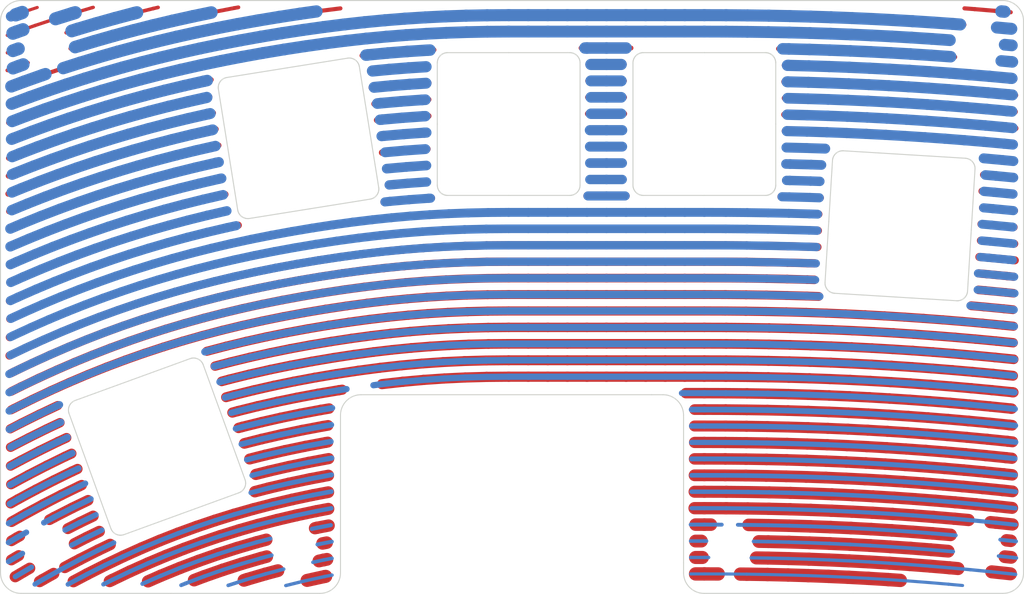
<source format=kicad_pcb>
(kicad_pcb (version 20171130) (host pcbnew "(5.1.5-0-10_14)")
  (layers (0 F.Cu signal) (31 B.Cu signal) (34 B.Paste user) (35 F.Paste user) (36 B.SilkS user) (37 F.SilkS user) (38 B.Mask user) (39 F.Mask user) (44 Edge.Cuts user))
  (net 0 "")
  (net 1 GND)
  (module key-parts:DummyPad (layer B.Cu) (at 1.020999 1.549)
    (fp_text reference P2 hide)
    (fp_text value DummyPad hide)
    (pad 1 smd circle (at 0 0) (size 1 1) (layers B.Cu) (net 1 GND))
  )
  (module key-parts:DummyPad (layer F.Cu) (at 70.569 44.631)
    (fp_text reference P1 hide)
    (fp_text value DummyPad hide)
    (pad 1 smd circle (at 0 0) (size 1 1) (layers F.Cu) (net 1 GND))
  )
  (module key-parts:MountingHole_3.2mm_M3 (layer F.Cu) (at 71 53.22)
    (fp_text reference H6 hide)
    (fp_text value MountingHole hide)
    (pad "" np_thru_hole circle (at 0 0) (size 3.2 3.2) (drill 3.2) (layers *.Cu *.Mask))
  )
  (module key-parts:MountingHole_3.2mm_M3 (layer F.Cu) (at 28.6 53.22)
    (fp_text reference H5 hide)
    (fp_text value MountingHole hide)
    (pad "" np_thru_hole circle (at 0 0) (size 3.2 3.2) (drill 3.2) (layers *.Cu *.Mask))
  )
  (module key-parts:MountingHole_3.2mm_M3 (layer F.Cu) (at 4.5 53.22)
    (fp_text reference H4 hide)
    (fp_text value MountingHole hide)
    (pad "" np_thru_hole circle (at 0 0) (size 3.2 3.2) (drill 3.2) (layers *.Cu *.Mask))
  )
  (module key-parts:MountingHole_3.2mm_M3 (layer F.Cu) (at 95.1 53.22)
    (fp_text reference H3 hide)
    (fp_text value MountingHole hide)
    (pad "" np_thru_hole circle (at 0 0) (size 3.2 3.2) (drill 3.2) (layers *.Cu *.Mask))
  )
  (module key-parts:MountingHole_3.2mm_M3 (layer F.Cu) (at 95.1 4.5)
    (fp_text reference H2 hide)
    (fp_text value MountingHole hide)
    (pad "" np_thru_hole circle (at 0 0) (size 3.2 3.2) (drill 3.2) (layers *.Cu *.Mask))
  )
  (module key-parts:MountingHole_3.2mm_M3 (layer F.Cu) (at 4.5 4.5)
    (fp_text reference H1 hide)
    (fp_text value MountingHole hide)
    (pad "" np_thru_hole circle (at 0 0) (size 3.2 3.2) (drill 3.2) (layers *.Cu *.Mask))
  )
  (gr_line (start 68.525 55.825) (end 67.191 55.825) (layer B.Cu) (width 0.3))
  (gr_line (start 68.525 55.825) (end 67.668 55.825) (layer F.Cu) (width 1.3))
  (gr_line (start 92.286 56.826) (end 93.665 56.952) (layer B.Cu) (width 0.3))
  (gr_line (start 90.33 56.661) (end 92.286 56.826) (layer B.Cu) (width 0.3))
  (gr_line (start 88.383 56.511) (end 90.33 56.661) (layer B.Cu) (width 0.3))
  (gr_line (start 86.442 56.378) (end 88.383 56.511) (layer B.Cu) (width 0.3))
  (gr_line (start 86.442 56.378) (end 87.607 56.458) (layer F.Cu) (width 1.3))
  (gr_line (start 84.502 56.259) (end 86.442 56.378) (layer B.Cu) (width 0.3))
  (gr_line (start 84.502 56.259) (end 86.442 56.378) (layer F.Cu) (width 1.3))
  (gr_line (start 82.558 56.155) (end 84.502 56.259) (layer B.Cu) (width 0.3))
  (gr_line (start 82.558 56.155) (end 84.502 56.259) (layer F.Cu) (width 1.3))
  (gr_line (start 80.608 56.066) (end 82.558 56.155) (layer B.Cu) (width 0.3))
  (gr_line (start 80.608 56.066) (end 82.558 56.155) (layer F.Cu) (width 1.3))
  (gr_line (start 78.646 55.991) (end 80.608 56.066) (layer B.Cu) (width 0.3))
  (gr_line (start 78.646 55.991) (end 80.608 56.066) (layer F.Cu) (width 1.3))
  (gr_line (start 76.669 55.931) (end 78.646 55.991) (layer B.Cu) (width 0.3))
  (gr_line (start 76.669 55.931) (end 78.646 55.991) (layer F.Cu) (width 1.3))
  (gr_line (start 74.673 55.884) (end 76.669 55.931) (layer B.Cu) (width 0.3))
  (gr_line (start 74.673 55.884) (end 76.669 55.931) (layer F.Cu) (width 1.3))
  (gr_line (start 72.653 55.851) (end 74.673 55.884) (layer B.Cu) (width 0.3))
  (gr_line (start 72.653 55.851) (end 74.673 55.884) (layer F.Cu) (width 1.3))
  (gr_line (start 70.605 55.831) (end 72.653 55.851) (layer B.Cu) (width 0.3))
  (gr_line (start 72.038 55.845) (end 72.653 55.851) (layer F.Cu) (width 1.3))
  (gr_line (start 68.525 55.825) (end 70.605 55.831) (layer B.Cu) (width 0.3))
  (gr_line (start 68.525 55.825) (end 69.877 55.829) (layer F.Cu) (width 1.3))
  (gr_line (start 29.546 56.523) (end 27.772 56.96) (layer B.Cu) (width 0.325641))
  (gr_line (start 31.558 56.081) (end 29.546 56.523) (layer B.Cu) (width 0.325641))
  (gr_line (start 31.558 56.081) (end 29.848 56.457) (layer F.Cu) (width 1.274358))
  (gr_line (start 32.279 55.941) (end 31.558 56.081) (layer B.Cu) (width 0.325641))
  (gr_line (start 31.661 56.061) (end 31.558 56.081) (layer F.Cu) (width 1.274358))
  (gr_line (start 68.525 54.225) (end 67.191 54.225) (layer B.Cu) (width 0.325641))
  (gr_line (start 68.334 54.225) (end 67.668 54.225) (layer F.Cu) (width 1.274358))
  (gr_line (start 98.424 55.826) (end 98.833 55.872) (layer B.Cu) (width 0.325641))
  (gr_line (start 96.403 55.611) (end 98.424 55.826) (layer B.Cu) (width 0.325641))
  (gr_line (start 96.504 55.622) (end 98.323 55.815) (layer F.Cu) (width 1.274358))
  (gr_line (start 94.404 55.413) (end 96.403 55.611) (layer B.Cu) (width 0.325641))
  (gr_line (start 92.423 55.231) (end 94.404 55.413) (layer B.Cu) (width 0.325641))
  (gr_line (start 92.423 55.231) (end 93.215 55.304) (layer F.Cu) (width 1.274358))
  (gr_line (start 90.456 55.065) (end 92.423 55.231) (layer B.Cu) (width 0.325641))
  (gr_line (start 90.456 55.065) (end 92.423 55.231) (layer F.Cu) (width 1.274358))
  (gr_line (start 88.498 54.915) (end 90.456 55.065) (layer B.Cu) (width 0.325641))
  (gr_line (start 88.498 54.915) (end 90.456 55.065) (layer F.Cu) (width 1.274358))
  (gr_line (start 86.545 54.781) (end 88.498 54.915) (layer B.Cu) (width 0.325641))
  (gr_line (start 86.545 54.781) (end 88.498 54.915) (layer F.Cu) (width 1.274358))
  (gr_line (start 84.594 54.661) (end 86.545 54.781) (layer B.Cu) (width 0.325641))
  (gr_line (start 84.594 54.661) (end 86.545 54.781) (layer F.Cu) (width 1.274358))
  (gr_line (start 82.639 54.557) (end 84.594 54.661) (layer B.Cu) (width 0.325641))
  (gr_line (start 82.639 54.557) (end 84.594 54.661) (layer F.Cu) (width 1.274358))
  (gr_line (start 80.678 54.467) (end 82.639 54.557) (layer B.Cu) (width 0.325641))
  (gr_line (start 80.678 54.467) (end 82.639 54.557) (layer F.Cu) (width 1.274358))
  (gr_line (start 78.705 54.392) (end 80.678 54.467) (layer B.Cu) (width 0.325641))
  (gr_line (start 78.705 54.392) (end 80.678 54.467) (layer F.Cu) (width 1.274358))
  (gr_line (start 76.716 54.331) (end 78.705 54.392) (layer B.Cu) (width 0.325641))
  (gr_line (start 76.716 54.331) (end 78.705 54.392) (layer F.Cu) (width 1.274358))
  (gr_line (start 74.708 54.284) (end 76.716 54.331) (layer B.Cu) (width 0.325641))
  (gr_line (start 74.708 54.284) (end 76.716 54.331) (layer F.Cu) (width 1.274358))
  (gr_line (start 73.083 54.258) (end 74.708 54.284) (layer B.Cu) (width 0.325641))
  (gr_line (start 73.591 54.266) (end 74.708 54.284) (layer F.Cu) (width 1.274358))
  (gr_line (start 68.525 54.225) (end 68.943 54.226) (layer B.Cu) (width 0.325641))
  (gr_line (start 23.971 56.364) (end 22.167 56.942) (layer B.Cu) (width 0.351282))
  (gr_line (start 23.971 56.364) (end 23.7 56.451) (layer F.Cu) (width 1.248717))
  (gr_line (start 25.8 55.828) (end 23.971 56.364) (layer B.Cu) (width 0.351282))
  (gr_line (start 25.8 55.828) (end 23.971 56.364) (layer F.Cu) (width 1.248717))
  (gr_line (start 27.566 55.359) (end 25.8 55.828) (layer B.Cu) (width 0.351282))
  (gr_line (start 27.008 55.507) (end 25.8 55.828) (layer F.Cu) (width 1.248717))
  (gr_line (start 31.482 54.463) (end 30.42 54.692) (layer B.Cu) (width 0.351282))
  (gr_line (start 31.482 54.463) (end 30.999 54.567) (layer F.Cu) (width 1.248717))
  (gr_line (start 32.271 54.311) (end 31.482 54.463) (layer B.Cu) (width 0.351282))
  (gr_line (start 31.778 54.406) (end 31.482 54.463) (layer F.Cu) (width 1.248717))
  (gr_line (start 68.525 52.625) (end 67.191 52.625) (layer B.Cu) (width 0.351282))
  (gr_line (start 68.239 52.625) (end 67.668 52.625) (layer F.Cu) (width 1.248717))
  (gr_line (start 98.595 54.235) (end 98.904 54.27) (layer B.Cu) (width 0.351282))
  (gr_line (start 97.172 54.084) (end 98.595 54.235) (layer B.Cu) (width 0.351282))
  (gr_line (start 97.782 54.149) (end 98.392 54.214) (layer F.Cu) (width 1.248717))
  (gr_line (start 92.56 53.637) (end 92.759 53.655) (layer B.Cu) (width 0.351282))
  (gr_line (start 90.581 53.47) (end 92.56 53.637) (layer B.Cu) (width 0.351282))
  (gr_line (start 90.581 53.47) (end 92.263 53.612) (layer F.Cu) (width 1.248717))
  (gr_line (start 88.612 53.319) (end 90.581 53.47) (layer B.Cu) (width 0.351282))
  (gr_line (start 88.612 53.319) (end 90.581 53.47) (layer F.Cu) (width 1.248717))
  (gr_line (start 86.648 53.184) (end 88.612 53.319) (layer B.Cu) (width 0.351282))
  (gr_line (start 86.648 53.184) (end 88.612 53.319) (layer F.Cu) (width 1.248717))
  (gr_line (start 84.686 53.064) (end 86.648 53.184) (layer B.Cu) (width 0.351282))
  (gr_line (start 84.686 53.064) (end 86.648 53.184) (layer F.Cu) (width 1.248717))
  (gr_line (start 82.72 52.959) (end 84.686 53.064) (layer B.Cu) (width 0.351282))
  (gr_line (start 82.72 52.959) (end 84.686 53.064) (layer F.Cu) (width 1.248717))
  (gr_line (start 80.747 52.869) (end 82.72 52.959) (layer B.Cu) (width 0.351282))
  (gr_line (start 80.747 52.869) (end 82.72 52.959) (layer F.Cu) (width 1.248717))
  (gr_line (start 78.763 52.793) (end 80.747 52.869) (layer B.Cu) (width 0.351282))
  (gr_line (start 78.763 52.793) (end 80.747 52.869) (layer F.Cu) (width 1.248717))
  (gr_line (start 76.763 52.732) (end 78.763 52.793) (layer B.Cu) (width 0.351282))
  (gr_line (start 76.763 52.732) (end 78.763 52.793) (layer F.Cu) (width 1.248717))
  (gr_line (start 74.744 52.685) (end 76.763 52.732) (layer B.Cu) (width 0.351282))
  (gr_line (start 74.744 52.685) (end 76.763 52.732) (layer F.Cu) (width 1.248717))
  (gr_line (start 73.313 52.661) (end 74.744 52.685) (layer B.Cu) (width 0.351282))
  (gr_line (start 73.824 52.67) (end 74.744 52.685) (layer F.Cu) (width 1.248717))
  (gr_line (start 68.525 52.625) (end 68.735 52.626) (layer B.Cu) (width 0.351282))
  (gr_line (start 18.035 56.742) (end 17.588 56.925) (layer B.Cu) (width 0.376923))
  (gr_line (start 19.836 56.06) (end 18.035 56.742) (layer B.Cu) (width 0.376923))
  (gr_line (start 19.836 56.06) (end 18.846 56.435) (layer F.Cu) (width 1.223076))
  (gr_line (start 21.654 55.425) (end 19.836 56.06) (layer B.Cu) (width 0.376923))
  (gr_line (start 21.654 55.425) (end 19.836 56.06) (layer F.Cu) (width 1.223076))
  (gr_line (start 23.493 54.835) (end 21.654 55.425) (layer B.Cu) (width 0.376923))
  (gr_line (start 23.493 54.835) (end 21.654 55.425) (layer F.Cu) (width 1.223076))
  (gr_line (start 25.358 54.289) (end 23.493 54.835) (layer B.Cu) (width 0.376923))
  (gr_line (start 25.358 54.289) (end 23.493 54.835) (layer F.Cu) (width 1.223076))
  (gr_line (start 26.4 54.012) (end 25.358 54.289) (layer B.Cu) (width 0.376923))
  (gr_line (start 25.926 54.138) (end 25.358 54.289) (layer F.Cu) (width 1.223076))
  (gr_line (start 31.151 52.898) (end 30.855 52.961) (layer B.Cu) (width 0.376923))
  (gr_line (start 32.256999 52.685) (end 31.151 52.898) (layer B.Cu) (width 0.376923))
  (gr_line (start 31.754 52.781) (end 31.352 52.859) (layer F.Cu) (width 1.223076))
  (gr_line (start 68.525 51.025) (end 67.191 51.025) (layer B.Cu) (width 0.376923))
  (gr_line (start 68.525 51.025) (end 67.668 51.025) (layer F.Cu) (width 1.223076))
  (gr_line (start 98.766 52.644) (end 98.87 52.656) (layer B.Cu) (width 0.376923))
  (gr_line (start 97.336 52.492) (end 98.766 52.644) (layer B.Cu) (width 0.376923))
  (gr_line (start 97.949 52.558) (end 98.358 52.601) (layer F.Cu) (width 1.223076))
  (gr_line (start 92.697 52.043) (end 92.998 52.07) (layer B.Cu) (width 0.376923))
  (gr_line (start 90.707 51.875) (end 92.697 52.043) (layer B.Cu) (width 0.376923))
  (gr_line (start 90.707 51.875) (end 92.498 52.026) (layer F.Cu) (width 1.223076))
  (gr_line (start 88.727 51.723) (end 90.707 51.875) (layer B.Cu) (width 0.376923))
  (gr_line (start 88.727 51.723) (end 90.707 51.875) (layer F.Cu) (width 1.223076))
  (gr_line (start 86.752 51.587) (end 88.727 51.723) (layer B.Cu) (width 0.376923))
  (gr_line (start 86.752 51.587) (end 88.727 51.723) (layer F.Cu) (width 1.223076))
  (gr_line (start 84.778 51.466) (end 86.752 51.587) (layer B.Cu) (width 0.376923))
  (gr_line (start 84.778 51.466) (end 86.752 51.587) (layer F.Cu) (width 1.223076))
  (gr_line (start 82.801 51.361) (end 84.778 51.466) (layer B.Cu) (width 0.376923))
  (gr_line (start 82.801 51.361) (end 84.778 51.466) (layer F.Cu) (width 1.223076))
  (gr_line (start 80.817 51.27) (end 82.801 51.361) (layer B.Cu) (width 0.376923))
  (gr_line (start 80.817 51.27) (end 82.801 51.361) (layer F.Cu) (width 1.223076))
  (gr_line (start 78.821 51.194) (end 80.817 51.27) (layer B.Cu) (width 0.376923))
  (gr_line (start 78.821 51.194) (end 80.817 51.27) (layer F.Cu) (width 1.223076))
  (gr_line (start 76.81 51.133) (end 78.821 51.194) (layer B.Cu) (width 0.376923))
  (gr_line (start 76.81 51.133) (end 78.821 51.194) (layer F.Cu) (width 1.223076))
  (gr_line (start 74.779 51.085) (end 76.81 51.133) (layer B.Cu) (width 0.376923))
  (gr_line (start 74.779 51.085) (end 76.81 51.133) (layer F.Cu) (width 1.223076))
  (gr_line (start 72.724 51.052) (end 74.779 51.085) (layer B.Cu) (width 0.376923))
  (gr_line (start 72.827 51.053) (end 74.779 51.085) (layer F.Cu) (width 1.223076))
  (gr_line (start 71.787 51.043) (end 72.724 51.052) (layer B.Cu) (width 0.376923))
  (gr_line (start 68.525 51.025) (end 70.218 51.03) (layer B.Cu) (width 0.376923))
  (gr_line (start 68.525 51.025) (end 69.16 51.027) (layer F.Cu) (width 1.223076))
  (gr_line (start 15.631 55.994) (end 13.817 56.79) (layer B.Cu) (width 0.402564))
  (gr_line (start 15.631 55.994) (end 14.361 56.551) (layer F.Cu) (width 1.197435))
  (gr_line (start 17.453 55.25) (end 15.631 55.994) (layer B.Cu) (width 0.402564))
  (gr_line (start 17.453 55.25) (end 15.631 55.994) (layer F.Cu) (width 1.197435))
  (gr_line (start 19.288 54.555) (end 17.453 55.25) (layer B.Cu) (width 0.402564))
  (gr_line (start 19.288 54.555) (end 17.453 55.25) (layer F.Cu) (width 1.197435))
  (gr_line (start 21.141 53.908) (end 19.288 54.555) (layer B.Cu) (width 0.402564))
  (gr_line (start 21.141 53.908) (end 19.288 54.555) (layer F.Cu) (width 1.197435))
  (gr_line (start 23.015 53.307) (end 21.141 53.908) (layer B.Cu) (width 0.402564))
  (gr_line (start 23.015 53.307) (end 21.141 53.908) (layer F.Cu) (width 1.197435))
  (gr_line (start 24.916 52.75) (end 23.015 53.307) (layer B.Cu) (width 0.402564))
  (gr_line (start 24.916 52.75) (end 23.015 53.307) (layer F.Cu) (width 1.197435))
  (gr_line (start 26.268 52.391) (end 24.916 52.75) (layer B.Cu) (width 0.402564))
  (gr_line (start 25.882 52.493) (end 24.916 52.75) (layer F.Cu) (width 1.197435))
  (gr_line (start 30.82 51.332) (end 30.318 51.44) (layer B.Cu) (width 0.402564))
  (gr_line (start 30.82 51.332) (end 30.619 51.375) (layer F.Cu) (width 1.197435))
  (gr_line (start 32.152 51.075) (end 30.82 51.332) (layer B.Cu) (width 0.402564))
  (gr_line (start 31.947 51.115) (end 30.82 51.332) (layer F.Cu) (width 1.197435))
  (gr_line (start 68.525 49.425) (end 67.287 49.425) (layer B.Cu) (width 0.402564))
  (gr_line (start 68.525 49.425) (end 67.572 49.425) (layer F.Cu) (width 1.197435))
  (gr_line (start 96.882 50.835) (end 98.835 51.043) (layer B.Cu) (width 0.402564))
  (gr_line (start 96.882 50.835) (end 98.527 51.01) (layer F.Cu) (width 1.197435))
  (gr_line (start 94.849 50.634) (end 96.882 50.835) (layer B.Cu) (width 0.402564))
  (gr_line (start 96.374 50.785) (end 96.882 50.835) (layer F.Cu) (width 1.197435))
  (gr_line (start 92.834 50.449) (end 94.849 50.634) (layer B.Cu) (width 0.402564))
  (gr_line (start 92.834 50.449) (end 94.245 50.578) (layer F.Cu) (width 1.197435))
  (gr_line (start 90.833 50.28) (end 92.834 50.449) (layer B.Cu) (width 0.402564))
  (gr_line (start 90.833 50.28) (end 92.834 50.449) (layer F.Cu) (width 1.197435))
  (gr_line (start 88.841 50.127) (end 90.833 50.28) (layer B.Cu) (width 0.402564))
  (gr_line (start 88.841 50.127) (end 90.833 50.28) (layer F.Cu) (width 1.197435))
  (gr_line (start 86.855 49.99) (end 88.841 50.127) (layer B.Cu) (width 0.402564))
  (gr_line (start 86.855 49.99) (end 88.841 50.127) (layer F.Cu) (width 1.197435))
  (gr_line (start 84.87 49.869) (end 86.855 49.99) (layer B.Cu) (width 0.402564))
  (gr_line (start 84.87 49.869) (end 86.855 49.99) (layer F.Cu) (width 1.197435))
  (gr_line (start 82.882 49.763) (end 84.87 49.869) (layer B.Cu) (width 0.402564))
  (gr_line (start 82.882 49.763) (end 84.87 49.869) (layer F.Cu) (width 1.197435))
  (gr_line (start 80.887 49.672) (end 82.882 49.763) (layer B.Cu) (width 0.402564))
  (gr_line (start 80.887 49.672) (end 82.882 49.763) (layer F.Cu) (width 1.197435))
  (gr_line (start 78.88 49.595) (end 80.887 49.672) (layer B.Cu) (width 0.402564))
  (gr_line (start 78.88 49.595) (end 80.887 49.672) (layer F.Cu) (width 1.197435))
  (gr_line (start 76.857 49.533) (end 78.88 49.595) (layer B.Cu) (width 0.402564))
  (gr_line (start 76.857 49.533) (end 78.88 49.595) (layer F.Cu) (width 1.197435))
  (gr_line (start 74.815 49.485) (end 76.857 49.533) (layer B.Cu) (width 0.402564))
  (gr_line (start 74.815 49.485) (end 76.857 49.533) (layer F.Cu) (width 1.197435))
  (gr_line (start 72.748 49.452) (end 74.815 49.485) (layer B.Cu) (width 0.402564))
  (gr_line (start 72.748 49.452) (end 74.815 49.485) (layer F.Cu) (width 1.197435))
  (gr_line (start 70.653 49.432) (end 72.748 49.452) (layer B.Cu) (width 0.402564))
  (gr_line (start 70.653 49.432) (end 72.748 49.452) (layer F.Cu) (width 1.197435))
  (gr_line (start 68.525 49.425) (end 70.653 49.432) (layer B.Cu) (width 0.402564))
  (gr_line (start 68.525 49.425) (end 70.653 49.432) (layer F.Cu) (width 1.197435))
  (gr_line (start 10.889 56.402) (end 10.021 56.84) (layer B.Cu) (width 0.428205))
  (gr_line (start 10.889 56.402) (end 10.629 56.533) (layer F.Cu) (width 1.171794))
  (gr_line (start 12.624 55.575) (end 10.889 56.402) (layer B.Cu) (width 0.428205))
  (gr_line (start 12.624 55.575) (end 10.889 56.402) (layer F.Cu) (width 1.171794))
  (gr_line (start 14.361 54.796) (end 12.624 55.575) (layer B.Cu) (width 0.428205))
  (gr_line (start 14.361 54.796) (end 12.624 55.575) (layer F.Cu) (width 1.171794))
  (gr_line (start 16.105 54.064) (end 14.361 54.796) (layer B.Cu) (width 0.428205))
  (gr_line (start 16.105 54.064) (end 14.361 54.796) (layer F.Cu) (width 1.171794))
  (gr_line (start 17.859 53.377) (end 16.105 54.064) (layer B.Cu) (width 0.428205))
  (gr_line (start 17.859 53.377) (end 16.105 54.064) (layer F.Cu) (width 1.171794))
  (gr_line (start 19.626 52.734) (end 17.859 53.377) (layer B.Cu) (width 0.428205))
  (gr_line (start 19.626 52.734) (end 17.859 53.377) (layer F.Cu) (width 1.171794))
  (gr_line (start 21.411 52.133) (end 19.626 52.734) (layer B.Cu) (width 0.428205))
  (gr_line (start 21.411 52.133) (end 19.626 52.734) (layer F.Cu) (width 1.171794))
  (gr_line (start 23.218 51.573) (end 21.411 52.133) (layer B.Cu) (width 0.428205))
  (gr_line (start 23.218 51.573) (end 21.411 52.133) (layer F.Cu) (width 1.171794))
  (gr_line (start 25.049 51.053) (end 23.218 51.573) (layer B.Cu) (width 0.428205))
  (gr_line (start 25.049 51.053) (end 23.218 51.573) (layer F.Cu) (width 1.171794))
  (gr_line (start 26.909 50.571) (end 25.049 51.053) (layer B.Cu) (width 0.428205))
  (gr_line (start 26.909 50.571) (end 25.049 51.053) (layer F.Cu) (width 1.171794))
  (gr_line (start 28.802 50.126) (end 26.909 50.571) (layer B.Cu) (width 0.428205))
  (gr_line (start 28.802 50.126) (end 26.909 50.571) (layer F.Cu) (width 1.171794))
  (gr_line (start 30.732 49.717) (end 28.802 50.126) (layer B.Cu) (width 0.428205))
  (gr_line (start 30.732 49.717) (end 28.802 50.126) (layer F.Cu) (width 1.171794))
  (gr_line (start 32.209 49.436) (end 30.732 49.717) (layer B.Cu) (width 0.428205))
  (gr_line (start 31.914 49.492) (end 30.732 49.717) (layer F.Cu) (width 1.171794))
  (gr_line (start 68.525 47.825) (end 67.287 47.825) (layer B.Cu) (width 0.428205))
  (gr_line (start 68.525 47.825) (end 67.572 47.825) (layer F.Cu) (width 1.171794))
  (gr_line (start 97.042 49.243) (end 98.799 49.43) (layer B.Cu) (width 0.428205))
  (gr_line (start 97.042 49.243) (end 98.489 49.397) (layer F.Cu) (width 1.171794))
  (gr_line (start 94.997 49.04) (end 97.042 49.243) (layer B.Cu) (width 0.428205))
  (gr_line (start 94.997 49.04) (end 97.042 49.243) (layer F.Cu) (width 1.171794))
  (gr_line (start 92.971 48.854) (end 94.997 49.04) (layer B.Cu) (width 0.428205))
  (gr_line (start 92.971 48.854) (end 94.997 49.04) (layer F.Cu) (width 1.171794))
  (gr_line (start 90.958 48.685) (end 92.971 48.854) (layer B.Cu) (width 0.428205))
  (gr_line (start 90.958 48.685) (end 92.971 48.854) (layer F.Cu) (width 1.171794))
  (gr_line (start 88.956 48.531) (end 90.958 48.685) (layer B.Cu) (width 0.428205))
  (gr_line (start 88.956 48.531) (end 90.958 48.685) (layer F.Cu) (width 1.171794))
  (gr_line (start 86.958 48.394) (end 88.956 48.531) (layer B.Cu) (width 0.428205))
  (gr_line (start 86.958 48.394) (end 88.956 48.531) (layer F.Cu) (width 1.171794))
  (gr_line (start 84.962 48.271) (end 86.958 48.394) (layer B.Cu) (width 0.428205))
  (gr_line (start 84.962 48.271) (end 86.958 48.394) (layer F.Cu) (width 1.171794))
  (gr_line (start 82.963 48.165) (end 84.962 48.271) (layer B.Cu) (width 0.428205))
  (gr_line (start 82.963 48.165) (end 84.962 48.271) (layer F.Cu) (width 1.171794))
  (gr_line (start 80.956 48.073) (end 82.963 48.165) (layer B.Cu) (width 0.428205))
  (gr_line (start 80.956 48.073) (end 82.963 48.165) (layer F.Cu) (width 1.171794))
  (gr_line (start 78.938 47.996) (end 80.956 48.073) (layer B.Cu) (width 0.428205))
  (gr_line (start 78.938 47.996) (end 80.956 48.073) (layer F.Cu) (width 1.171794))
  (gr_line (start 76.904 47.934) (end 78.938 47.996) (layer B.Cu) (width 0.428205))
  (gr_line (start 76.904 47.934) (end 78.938 47.996) (layer F.Cu) (width 1.171794))
  (gr_line (start 74.85 47.886) (end 76.904 47.934) (layer B.Cu) (width 0.428205))
  (gr_line (start 74.85 47.886) (end 76.904 47.934) (layer F.Cu) (width 1.171794))
  (gr_line (start 72.772 47.852) (end 74.85 47.886) (layer B.Cu) (width 0.428205))
  (gr_line (start 72.772 47.852) (end 74.85 47.886) (layer F.Cu) (width 1.171794))
  (gr_line (start 70.665 47.832) (end 72.772 47.852) (layer B.Cu) (width 0.428205))
  (gr_line (start 70.665 47.832) (end 72.772 47.852) (layer F.Cu) (width 1.171794))
  (gr_line (start 68.525 47.825) (end 70.665 47.832) (layer B.Cu) (width 0.428205))
  (gr_line (start 68.525 47.825) (end 70.665 47.832) (layer F.Cu) (width 1.171794))
  (gr_line (start 6.655 56.795) (end 6.566 56.844) (layer B.Cu) (width 0.453846))
  (gr_line (start 8.428 55.851) (end 6.655 56.795) (layer B.Cu) (width 0.453846))
  (gr_line (start 8.428 55.851) (end 7.098 56.559) (layer F.Cu) (width 1.146153))
  (gr_line (start 10.196 54.959) (end 8.428 55.851) (layer B.Cu) (width 0.453846))
  (gr_line (start 10.196 54.959) (end 8.428 55.851) (layer F.Cu) (width 1.146153))
  (gr_line (start 11.963 54.117) (end 10.196 54.959) (layer B.Cu) (width 0.453846))
  (gr_line (start 11.963 54.117) (end 10.196 54.959) (layer F.Cu) (width 1.146153))
  (gr_line (start 13.733 53.323) (end 11.963 54.117) (layer B.Cu) (width 0.453846))
  (gr_line (start 13.733 53.323) (end 11.963 54.117) (layer F.Cu) (width 1.146153))
  (gr_line (start 15.508 52.578) (end 13.733 53.323) (layer B.Cu) (width 0.453846))
  (gr_line (start 15.508 52.578) (end 13.733 53.323) (layer F.Cu) (width 1.146153))
  (gr_line (start 17.295 51.878) (end 15.508 52.578) (layer B.Cu) (width 0.453846))
  (gr_line (start 17.295 51.878) (end 15.508 52.578) (layer F.Cu) (width 1.146153))
  (gr_line (start 19.095 51.223) (end 17.295 51.878) (layer B.Cu) (width 0.453846))
  (gr_line (start 19.095 51.223) (end 17.295 51.878) (layer F.Cu) (width 1.146153))
  (gr_line (start 20.913 50.611) (end 19.095 51.223) (layer B.Cu) (width 0.453846))
  (gr_line (start 20.913 50.611) (end 19.095 51.223) (layer F.Cu) (width 1.146153))
  (gr_line (start 22.752 50.04) (end 20.913 50.611) (layer B.Cu) (width 0.453846))
  (gr_line (start 22.752 50.04) (end 20.913 50.611) (layer F.Cu) (width 1.146153))
  (gr_line (start 24.618 49.511) (end 22.752 50.04) (layer B.Cu) (width 0.453846))
  (gr_line (start 24.618 49.511) (end 22.752 50.04) (layer F.Cu) (width 1.146153))
  (gr_line (start 26.512 49.02) (end 24.618 49.511) (layer B.Cu) (width 0.453846))
  (gr_line (start 26.512 49.02) (end 24.618 49.511) (layer F.Cu) (width 1.146153))
  (gr_line (start 28.44 48.567) (end 26.512 49.02) (layer B.Cu) (width 0.453846))
  (gr_line (start 28.44 48.567) (end 26.512 49.02) (layer F.Cu) (width 1.146153))
  (gr_line (start 30.405 48.15) (end 28.44 48.567) (layer B.Cu) (width 0.453846))
  (gr_line (start 30.405 48.15) (end 28.44 48.567) (layer F.Cu) (width 1.146153))
  (gr_line (start 32.211 47.806) (end 30.405 48.15) (layer B.Cu) (width 0.453846))
  (gr_line (start 31.91 47.864) (end 30.405 48.15) (layer F.Cu) (width 1.146153))
  (gr_line (start 68.525 46.225) (end 67.287 46.225) (layer B.Cu) (width 0.453846))
  (gr_line (start 68.525 46.225) (end 67.572 46.225) (layer F.Cu) (width 1.146153))
  (gr_line (start 97.546 47.687) (end 98.825 47.824) (layer B.Cu) (width 0.453846))
  (gr_line (start 97.546 47.687) (end 98.53 47.792) (layer F.Cu) (width 1.146153))
  (gr_line (start 95.601 47.491) (end 97.546 47.687) (layer B.Cu) (width 0.453846))
  (gr_line (start 95.601 47.491) (end 97.546 47.687) (layer F.Cu) (width 1.146153))
  (gr_line (start 93.672 47.31) (end 95.601 47.491) (layer B.Cu) (width 0.453846))
  (gr_line (start 93.672 47.31) (end 95.601 47.491) (layer F.Cu) (width 1.146153))
  (gr_line (start 91.757 47.145) (end 93.672 47.31) (layer B.Cu) (width 0.453846))
  (gr_line (start 91.757 47.145) (end 93.672 47.31) (layer F.Cu) (width 1.146153))
  (gr_line (start 89.853 46.993) (end 91.757 47.145) (layer B.Cu) (width 0.453846))
  (gr_line (start 89.853 46.993) (end 91.757 47.145) (layer F.Cu) (width 1.146153))
  (gr_line (start 87.954 46.856) (end 89.853 46.993) (layer B.Cu) (width 0.453846))
  (gr_line (start 87.954 46.856) (end 89.853 46.993) (layer F.Cu) (width 1.146153))
  (gr_line (start 86.058 46.733) (end 87.954 46.856) (layer B.Cu) (width 0.453846))
  (gr_line (start 86.058 46.733) (end 87.954 46.856) (layer F.Cu) (width 1.146153))
  (gr_line (start 84.161 46.624) (end 86.058 46.733) (layer B.Cu) (width 0.453846))
  (gr_line (start 84.161 46.624) (end 86.058 46.733) (layer F.Cu) (width 1.146153))
  (gr_line (start 82.26 46.529) (end 84.161 46.624) (layer B.Cu) (width 0.453846))
  (gr_line (start 82.26 46.529) (end 84.161 46.624) (layer F.Cu) (width 1.146153))
  (gr_line (start 80.351 46.447) (end 82.26 46.529) (layer B.Cu) (width 0.453846))
  (gr_line (start 80.351 46.447) (end 82.26 46.529) (layer F.Cu) (width 1.146153))
  (gr_line (start 78.43 46.378) (end 80.351 46.447) (layer B.Cu) (width 0.453846))
  (gr_line (start 78.43 46.378) (end 80.351 46.447) (layer F.Cu) (width 1.146153))
  (gr_line (start 76.494 46.322) (end 78.43 46.378) (layer B.Cu) (width 0.453846))
  (gr_line (start 76.494 46.322) (end 78.43 46.378) (layer F.Cu) (width 1.146153))
  (gr_line (start 74.539 46.28) (end 76.494 46.322) (layer B.Cu) (width 0.453846))
  (gr_line (start 74.539 46.28) (end 76.494 46.322) (layer F.Cu) (width 1.146153))
  (gr_line (start 72.562 46.249) (end 74.539 46.28) (layer B.Cu) (width 0.453846))
  (gr_line (start 72.562 46.249) (end 74.539 46.28) (layer F.Cu) (width 1.146153))
  (gr_line (start 70.558 46.231) (end 72.562 46.249) (layer B.Cu) (width 0.453846))
  (gr_line (start 70.558 46.231) (end 72.562 46.249) (layer F.Cu) (width 1.146153))
  (gr_line (start 68.525 46.225) (end 70.558 46.231) (layer B.Cu) (width 0.453846))
  (gr_line (start 68.525 46.225) (end 70.558 46.231) (layer F.Cu) (width 1.146153))
  (gr_line (start 4.083999 56.399) (end 3.353 56.827) (layer B.Cu) (width 0.479487))
  (gr_line (start 4.083999 56.399) (end 3.81 56.56) (layer F.Cu) (width 1.120512))
  (gr_line (start 5.898 55.385) (end 4.083999 56.399) (layer B.Cu) (width 0.479487))
  (gr_line (start 5.173 55.79) (end 4.083999 56.399) (layer F.Cu) (width 1.120512))
  (gr_line (start 7.704 54.424) (end 5.898 55.385) (layer B.Cu) (width 0.479487))
  (gr_line (start 7.704 54.424) (end 6.259 55.192) (layer F.Cu) (width 1.120512))
  (gr_line (start 9.504 53.515) (end 7.704 54.424) (layer B.Cu) (width 0.479487))
  (gr_line (start 9.504 53.515) (end 7.704 54.424) (layer F.Cu) (width 1.120512))
  (gr_line (start 11.033 52.787) (end 9.504 53.515) (layer B.Cu) (width 0.479487))
  (gr_line (start 10.673 52.958) (end 9.504 53.515) (layer F.Cu) (width 1.120512))
  (gr_line (start 26.115 47.469) (end 24.379 47.919) (layer B.Cu) (width 0.479487))
  (gr_line (start 26.115 47.469) (end 24.765 47.819) (layer F.Cu) (width 1.120512))
  (gr_line (start 28.078 47.008) (end 26.115 47.469) (layer B.Cu) (width 0.479487))
  (gr_line (start 28.078 47.008) (end 26.115 47.469) (layer F.Cu) (width 1.120512))
  (gr_line (start 30.079 46.584) (end 28.078 47.008) (layer B.Cu) (width 0.479487))
  (gr_line (start 30.079 46.584) (end 28.078 47.008) (layer F.Cu) (width 1.120512))
  (gr_line (start 32.121 46.195) (end 30.079 46.584) (layer B.Cu) (width 0.479487))
  (gr_line (start 31.917 46.234) (end 30.079 46.584) (layer F.Cu) (width 1.120512))
  (gr_line (start 32.225 46.177) (end 32.121 46.195) (layer B.Cu) (width 0.479487))
  (gr_line (start 68.525 44.625) (end 67.287 44.625) (layer B.Cu) (width 0.479487))
  (gr_line (start 68.525 44.625) (end 67.572 44.625) (layer F.Cu) (width 1.120512))
  (gr_line (start 97.708 46.095) (end 98.796 46.211) (layer B.Cu) (width 0.479487))
  (gr_line (start 97.708 46.095) (end 98.499 46.18) (layer F.Cu) (width 1.120512))
  (gr_line (start 95.752 45.898) (end 97.708 46.095) (layer B.Cu) (width 0.479487))
  (gr_line (start 95.752 45.898) (end 97.708 46.095) (layer F.Cu) (width 1.120512))
  (gr_line (start 93.813 45.717) (end 95.752 45.898) (layer B.Cu) (width 0.479487))
  (gr_line (start 93.813 45.717) (end 95.752 45.898) (layer F.Cu) (width 1.120512))
  (gr_line (start 91.887 45.55) (end 93.813 45.717) (layer B.Cu) (width 0.479487))
  (gr_line (start 91.887 45.55) (end 93.813 45.717) (layer F.Cu) (width 1.120512))
  (gr_line (start 89.971 45.398) (end 91.887 45.55) (layer B.Cu) (width 0.479487))
  (gr_line (start 89.971 45.398) (end 91.887 45.55) (layer F.Cu) (width 1.120512))
  (gr_line (start 88.062 45.26) (end 89.971 45.398) (layer B.Cu) (width 0.479487))
  (gr_line (start 88.062 45.26) (end 89.971 45.398) (layer F.Cu) (width 1.120512))
  (gr_line (start 86.156 45.136) (end 88.062 45.26) (layer B.Cu) (width 0.479487))
  (gr_line (start 86.156 45.136) (end 88.062 45.26) (layer F.Cu) (width 1.120512))
  (gr_line (start 84.248 45.027) (end 86.156 45.136) (layer B.Cu) (width 0.479487))
  (gr_line (start 84.248 45.027) (end 86.156 45.136) (layer F.Cu) (width 1.120512))
  (gr_line (start 82.337 44.931) (end 84.248 45.027) (layer B.Cu) (width 0.479487))
  (gr_line (start 82.337 44.931) (end 84.248 45.027) (layer F.Cu) (width 1.120512))
  (gr_line (start 80.417 44.848) (end 82.337 44.931) (layer B.Cu) (width 0.479487))
  (gr_line (start 80.417 44.848) (end 82.337 44.931) (layer F.Cu) (width 1.120512))
  (gr_line (start 78.485 44.779) (end 80.417 44.848) (layer B.Cu) (width 0.479487))
  (gr_line (start 78.485 44.779) (end 80.417 44.848) (layer F.Cu) (width 1.120512))
  (gr_line (start 76.538 44.723) (end 78.485 44.779) (layer B.Cu) (width 0.479487))
  (gr_line (start 76.538 44.723) (end 78.485 44.779) (layer F.Cu) (width 1.120512))
  (gr_line (start 74.573 44.68) (end 76.538 44.723) (layer B.Cu) (width 0.479487))
  (gr_line (start 74.573 44.68) (end 76.538 44.723) (layer F.Cu) (width 1.120512))
  (gr_line (start 72.584 44.649) (end 74.573 44.68) (layer B.Cu) (width 0.479487))
  (gr_line (start 72.584 44.649) (end 74.573 44.68) (layer F.Cu) (width 1.120512))
  (gr_line (start 70.569 44.631) (end 72.584 44.649) (layer B.Cu) (width 0.479487))
  (gr_line (start 70.569 44.631) (end 72.584 44.649) (layer F.Cu) (width 1.120512))
  (gr_line (start 68.525 44.625) (end 70.569 44.631) (layer B.Cu) (width 0.479487))
  (gr_line (start 68.525 44.625) (end 70.569 44.631) (layer F.Cu) (width 1.120512))
  (gr_line (start 3.016 55.169) (end 1.435 56.097) (layer B.Cu) (width 0.505128))
  (gr_line (start 2.84 55.273) (end 1.435 56.097) (layer F.Cu) (width 1.094871))
  (gr_line (start 8.404 52.273) (end 6.933 53.023) (layer B.Cu) (width 0.505128))
  (gr_line (start 8.404 52.273) (end 7.192 52.891) (layer F.Cu) (width 1.094871))
  (gr_line (start 9.874 51.562) (end 8.404 52.273) (layer B.Cu) (width 0.505128))
  (gr_line (start 9.615 51.688) (end 8.404 52.273) (layer F.Cu) (width 1.094871))
  (gr_line (start 26.159 45.811) (end 24.483 46.234) (layer B.Cu) (width 0.505128))
  (gr_line (start 26.159 45.811) (end 24.856 46.14) (layer F.Cu) (width 1.094871))
  (gr_line (start 28.053 45.374) (end 26.159 45.811) (layer B.Cu) (width 0.505128))
  (gr_line (start 28.053 45.374) (end 26.159 45.811) (layer F.Cu) (width 1.094871))
  (gr_line (start 29.981 44.971) (end 28.053 45.374) (layer B.Cu) (width 0.505128))
  (gr_line (start 29.981 44.971) (end 28.053 45.374) (layer F.Cu) (width 1.094871))
  (gr_line (start 31.948 44.6) (end 29.981 44.971) (layer B.Cu) (width 0.505128))
  (gr_line (start 31.948 44.6) (end 29.981 44.971) (layer F.Cu) (width 1.094871))
  (gr_line (start 32.249 44.549) (end 31.948 44.6) (layer B.Cu) (width 0.505128))
  (gr_line (start 68.525 43.025) (end 67.287 43.025) (layer B.Cu) (width 0.505128))
  (gr_line (start 68.525 43.025) (end 67.572 43.025) (layer F.Cu) (width 1.094871))
  (gr_line (start 97.87 44.503) (end 98.765 44.599) (layer B.Cu) (width 0.505128))
  (gr_line (start 97.87 44.503) (end 98.466 44.567) (layer F.Cu) (width 1.094871))
  (gr_line (start 95.903 44.305) (end 97.87 44.503) (layer B.Cu) (width 0.505128))
  (gr_line (start 95.903 44.305) (end 97.87 44.503) (layer F.Cu) (width 1.094871))
  (gr_line (start 93.953 44.123) (end 95.903 44.305) (layer B.Cu) (width 0.505128))
  (gr_line (start 93.953 44.123) (end 95.903 44.305) (layer F.Cu) (width 1.094871))
  (gr_line (start 92.016 43.955) (end 93.953 44.123) (layer B.Cu) (width 0.505128))
  (gr_line (start 92.016 43.955) (end 93.953 44.123) (layer F.Cu) (width 1.094871))
  (gr_line (start 90.09 43.802) (end 92.016 43.955) (layer B.Cu) (width 0.505128))
  (gr_line (start 90.09 43.802) (end 92.016 43.955) (layer F.Cu) (width 1.094871))
  (gr_line (start 88.17 43.663) (end 90.09 43.802) (layer B.Cu) (width 0.505128))
  (gr_line (start 88.17 43.663) (end 90.09 43.802) (layer F.Cu) (width 1.094871))
  (gr_line (start 86.253 43.539) (end 88.17 43.663) (layer B.Cu) (width 0.505128))
  (gr_line (start 86.253 43.539) (end 88.17 43.663) (layer F.Cu) (width 1.094871))
  (gr_line (start 84.336 43.429) (end 86.253 43.539) (layer B.Cu) (width 0.505128))
  (gr_line (start 84.336 43.429) (end 86.253 43.539) (layer F.Cu) (width 1.094871))
  (gr_line (start 82.413 43.332) (end 84.336 43.429) (layer B.Cu) (width 0.505128))
  (gr_line (start 82.413 43.332) (end 84.336 43.429) (layer F.Cu) (width 1.094871))
  (gr_line (start 80.483 43.249) (end 82.413 43.332) (layer B.Cu) (width 0.505128))
  (gr_line (start 80.483 43.249) (end 82.413 43.332) (layer F.Cu) (width 1.094871))
  (gr_line (start 78.54 43.18) (end 80.483 43.249) (layer B.Cu) (width 0.505128))
  (gr_line (start 78.54 43.18) (end 80.483 43.249) (layer F.Cu) (width 1.094871))
  (gr_line (start 76.583 43.124) (end 78.54 43.18) (layer B.Cu) (width 0.505128))
  (gr_line (start 76.583 43.124) (end 78.54 43.18) (layer F.Cu) (width 1.094871))
  (gr_line (start 74.606 43.08) (end 76.583 43.124) (layer B.Cu) (width 0.505128))
  (gr_line (start 74.606 43.08) (end 76.583 43.124) (layer F.Cu) (width 1.094871))
  (gr_line (start 72.607 43.049) (end 74.606 43.08) (layer B.Cu) (width 0.505128))
  (gr_line (start 72.607 43.049) (end 74.606 43.08) (layer F.Cu) (width 1.094871))
  (gr_line (start 70.581 43.031) (end 72.607 43.049) (layer B.Cu) (width 0.505128))
  (gr_line (start 70.581 43.031) (end 72.607 43.049) (layer F.Cu) (width 1.094871))
  (gr_line (start 68.525 43.025) (end 70.581 43.031) (layer B.Cu) (width 0.505128))
  (gr_line (start 68.525 43.025) (end 70.581 43.031) (layer F.Cu) (width 1.094871))
  (gr_line (start 2.133 53.833) (end 0.792 54.619) (layer B.Cu) (width 0.530769))
  (gr_line (start 1.775 54.042) (end 1.06 54.462) (layer F.Cu) (width 1.06923))
  (gr_line (start 7.704 50.833) (end 6.295 51.552) (layer B.Cu) (width 0.530769))
  (gr_line (start 7.704 50.833) (end 6.559 51.417) (layer F.Cu) (width 1.06923))
  (gr_line (start 9.288 50.067) (end 7.704 50.833) (layer B.Cu) (width 0.530769))
  (gr_line (start 9.024 50.195) (end 7.704 50.833) (layer F.Cu) (width 1.06923))
  (gr_line (start 25.77 44.258) (end 23.97 44.713) (layer B.Cu) (width 0.530769))
  (gr_line (start 25.77 44.258) (end 24.254 44.641) (layer F.Cu) (width 1.06923))
  (gr_line (start 27.696 43.814) (end 25.77 44.258) (layer B.Cu) (width 0.530769))
  (gr_line (start 27.696 43.814) (end 25.77 44.258) (layer F.Cu) (width 1.06923))
  (gr_line (start 29.658 43.404) (end 27.696 43.814) (layer B.Cu) (width 0.530769))
  (gr_line (start 29.658 43.404) (end 27.696 43.814) (layer F.Cu) (width 1.06923))
  (gr_line (start 31.659 43.026) (end 29.658 43.404) (layer B.Cu) (width 0.530769))
  (gr_line (start 31.659 43.026) (end 29.658 43.404) (layer F.Cu) (width 1.06923))
  (gr_line (start 32.17 42.94) (end 31.659 43.026) (layer B.Cu) (width 0.530769))
  (gr_line (start 31.864 42.992) (end 31.659 43.026) (layer F.Cu) (width 1.06923))
  (gr_line (start 68.525 41.425) (end 67.287 41.425) (layer B.Cu) (width 0.530769))
  (gr_line (start 68.525 41.425) (end 67.572 41.425) (layer F.Cu) (width 1.06923))
  (gr_line (start 98.032 42.911) (end 98.831 42.997) (layer B.Cu) (width 0.530769))
  (gr_line (start 98.032 42.911) (end 98.531 42.965) (layer F.Cu) (width 1.06923))
  (gr_line (start 96.053 42.712) (end 98.032 42.911) (layer B.Cu) (width 0.530769))
  (gr_line (start 96.053 42.712) (end 98.032 42.911) (layer F.Cu) (width 1.06923))
  (gr_line (start 94.093 42.529) (end 96.053 42.712) (layer B.Cu) (width 0.530769))
  (gr_line (start 94.093 42.529) (end 96.053 42.712) (layer F.Cu) (width 1.06923))
  (gr_line (start 92.146 42.36) (end 94.093 42.529) (layer B.Cu) (width 0.530769))
  (gr_line (start 92.146 42.36) (end 94.093 42.529) (layer F.Cu) (width 1.06923))
  (gr_line (start 90.209 42.206) (end 92.146 42.36) (layer B.Cu) (width 0.530769))
  (gr_line (start 90.209 42.206) (end 92.146 42.36) (layer F.Cu) (width 1.06923))
  (gr_line (start 88.279 42.067) (end 90.209 42.206) (layer B.Cu) (width 0.530769))
  (gr_line (start 88.279 42.067) (end 90.209 42.206) (layer F.Cu) (width 1.06923))
  (gr_line (start 86.351 41.942) (end 88.279 42.067) (layer B.Cu) (width 0.530769))
  (gr_line (start 86.351 41.942) (end 88.279 42.067) (layer F.Cu) (width 1.06923))
  (gr_line (start 84.423 41.831) (end 86.351 41.942) (layer B.Cu) (width 0.530769))
  (gr_line (start 84.423 41.831) (end 86.351 41.942) (layer F.Cu) (width 1.06923))
  (gr_line (start 82.49 41.734) (end 84.423 41.831) (layer B.Cu) (width 0.530769))
  (gr_line (start 82.49 41.734) (end 84.423 41.831) (layer F.Cu) (width 1.06923))
  (gr_line (start 80.549 41.651) (end 82.49 41.734) (layer B.Cu) (width 0.530769))
  (gr_line (start 80.549 41.651) (end 82.49 41.734) (layer F.Cu) (width 1.06923))
  (gr_line (start 78.596 41.581) (end 80.549 41.651) (layer B.Cu) (width 0.530769))
  (gr_line (start 78.596 41.581) (end 80.549 41.651) (layer F.Cu) (width 1.06923))
  (gr_line (start 76.627 41.524) (end 78.596 41.581) (layer B.Cu) (width 0.530769))
  (gr_line (start 76.627 41.524) (end 78.596 41.581) (layer F.Cu) (width 1.06923))
  (gr_line (start 74.64 41.48) (end 76.627 41.524) (layer B.Cu) (width 0.530769))
  (gr_line (start 74.64 41.48) (end 76.627 41.524) (layer F.Cu) (width 1.06923))
  (gr_line (start 72.629 41.449) (end 74.64 41.48) (layer B.Cu) (width 0.530769))
  (gr_line (start 72.629 41.449) (end 74.64 41.48) (layer F.Cu) (width 1.06923))
  (gr_line (start 70.592 41.431) (end 72.629 41.449) (layer B.Cu) (width 0.530769))
  (gr_line (start 70.592 41.431) (end 72.629 41.449) (layer F.Cu) (width 1.06923))
  (gr_line (start 68.525 41.425) (end 70.592 41.431) (layer B.Cu) (width 0.530769))
  (gr_line (start 68.525 41.425) (end 70.592 41.431) (layer F.Cu) (width 1.06923))
  (gr_line (start 1.61 52.285) (end 0.792 52.764) (layer B.Cu) (width 0.55641))
  (gr_line (start 1.61 52.285) (end 1.064 52.605) (layer F.Cu) (width 1.043589))
  (gr_line (start 2.513 51.778) (end 1.61 52.285) (layer B.Cu) (width 0.55641))
  (gr_line (start 1.881 52.133) (end 1.61 52.285) (layer F.Cu) (width 1.043589))
  (gr_line (start 5.213 50.307) (end 4.225 50.837) (layer B.Cu) (width 0.55641))
  (gr_line (start 5.213 50.307) (end 4.764 50.548) (layer F.Cu) (width 1.043589))
  (gr_line (start 7.005 49.393) (end 5.213 50.307) (layer B.Cu) (width 0.55641))
  (gr_line (start 7.005 49.393) (end 5.213 50.307) (layer F.Cu) (width 1.043589))
  (gr_line (start 8.794 48.528) (end 7.005 49.393) (layer B.Cu) (width 0.55641))
  (gr_line (start 8.526 48.658) (end 7.005 49.393) (layer F.Cu) (width 1.043589))
  (gr_line (start 25.38 42.705) (end 23.453 43.193) (layer B.Cu) (width 0.55641))
  (gr_line (start 25.38 42.705) (end 23.742 43.119) (layer F.Cu) (width 1.043589))
  (gr_line (start 27.34 42.254) (end 25.38 42.705) (layer B.Cu) (width 0.55641))
  (gr_line (start 27.34 42.254) (end 25.38 42.705) (layer F.Cu) (width 1.043589))
  (gr_line (start 29.336 41.836) (end 27.34 42.254) (layer B.Cu) (width 0.55641))
  (gr_line (start 29.336 41.836) (end 27.34 42.254) (layer F.Cu) (width 1.043589))
  (gr_line (start 31.371 41.452) (end 29.336 41.836) (layer B.Cu) (width 0.55641))
  (gr_line (start 31.371 41.452) (end 29.336 41.836) (layer F.Cu) (width 1.043589))
  (gr_line (start 32.203 41.312) (end 31.371 41.452) (layer B.Cu) (width 0.55641))
  (gr_line (start 31.891 41.364) (end 31.371 41.452) (layer F.Cu) (width 1.043589))
  (gr_line (start 68.525 39.825) (end 67.287 39.825) (layer B.Cu) (width 0.55641))
  (gr_line (start 68.525 39.825) (end 67.572 39.825) (layer F.Cu) (width 1.043589))
  (gr_line (start 98.193 41.319) (end 98.796 41.384) (layer B.Cu) (width 0.55641))
  (gr_line (start 98.193 41.319) (end 98.495 41.352) (layer F.Cu) (width 1.043589))
  (gr_line (start 96.204 41.119) (end 98.193 41.319) (layer B.Cu) (width 0.55641))
  (gr_line (start 96.204 41.119) (end 98.193 41.319) (layer F.Cu) (width 1.043589))
  (gr_line (start 94.233 40.935) (end 96.204 41.119) (layer B.Cu) (width 0.55641))
  (gr_line (start 94.233 40.935) (end 96.204 41.119) (layer F.Cu) (width 1.043589))
  (gr_line (start 92.275 40.765) (end 94.233 40.935) (layer B.Cu) (width 0.55641))
  (gr_line (start 92.275 40.765) (end 94.233 40.935) (layer F.Cu) (width 1.043589))
  (gr_line (start 90.328 40.61) (end 92.275 40.765) (layer B.Cu) (width 0.55641))
  (gr_line (start 90.328 40.61) (end 92.275 40.765) (layer F.Cu) (width 1.043589))
  (gr_line (start 88.387 40.47) (end 90.328 40.61) (layer B.Cu) (width 0.55641))
  (gr_line (start 88.387 40.47) (end 90.328 40.61) (layer F.Cu) (width 1.043589))
  (gr_line (start 86.449 40.345) (end 88.387 40.47) (layer B.Cu) (width 0.55641))
  (gr_line (start 86.449 40.345) (end 88.387 40.47) (layer F.Cu) (width 1.043589))
  (gr_line (start 84.51 40.233) (end 86.449 40.345) (layer B.Cu) (width 0.55641))
  (gr_line (start 84.51 40.233) (end 86.449 40.345) (layer F.Cu) (width 1.043589))
  (gr_line (start 82.566 40.136) (end 84.51 40.233) (layer B.Cu) (width 0.55641))
  (gr_line (start 82.566 40.136) (end 84.51 40.233) (layer F.Cu) (width 1.043589))
  (gr_line (start 80.614 40.052) (end 82.566 40.136) (layer B.Cu) (width 0.55641))
  (gr_line (start 80.614 40.052) (end 82.566 40.136) (layer F.Cu) (width 1.043589))
  (gr_line (start 78.651 39.982) (end 80.614 40.052) (layer B.Cu) (width 0.55641))
  (gr_line (start 78.651 39.982) (end 80.614 40.052) (layer F.Cu) (width 1.043589))
  (gr_line (start 76.672 39.925) (end 78.651 39.982) (layer B.Cu) (width 0.55641))
  (gr_line (start 76.672 39.925) (end 78.651 39.982) (layer F.Cu) (width 1.043589))
  (gr_line (start 74.673 39.881) (end 76.672 39.925) (layer B.Cu) (width 0.55641))
  (gr_line (start 74.673 39.881) (end 76.672 39.925) (layer F.Cu) (width 1.043589))
  (gr_line (start 72.652 39.85) (end 74.673 39.881) (layer B.Cu) (width 0.55641))
  (gr_line (start 72.652 39.85) (end 74.673 39.881) (layer F.Cu) (width 1.043589))
  (gr_line (start 70.603 39.831) (end 72.652 39.85) (layer B.Cu) (width 0.55641))
  (gr_line (start 70.603 39.831) (end 72.652 39.85) (layer F.Cu) (width 1.043589))
  (gr_line (start 68.525 39.825) (end 70.603 39.831) (layer B.Cu) (width 0.55641))
  (gr_line (start 68.525 39.825) (end 70.603 39.831) (layer F.Cu) (width 1.043589))
  (gr_line (start 2.463 49.969) (end 0.809 50.9) (layer B.Cu) (width 0.582051))
  (gr_line (start 2.463 49.969) (end 1.07 50.753) (layer F.Cu) (width 1.017948))
  (gr_line (start 4.195 49.034) (end 2.463 49.969) (layer B.Cu) (width 0.582051))
  (gr_line (start 4.195 49.034) (end 2.463 49.969) (layer F.Cu) (width 1.017948))
  (gr_line (start 5.921 48.145) (end 4.195 49.034) (layer B.Cu) (width 0.582051))
  (gr_line (start 5.921 48.145) (end 4.195 49.034) (layer F.Cu) (width 1.017948))
  (gr_line (start 7.646 47.301) (end 5.921 48.145) (layer B.Cu) (width 0.582051))
  (gr_line (start 7.646 47.301) (end 5.921 48.145) (layer F.Cu) (width 1.017948))
  (gr_line (start 8.249 47.02) (end 7.646 47.301) (layer B.Cu) (width 0.582051))
  (gr_line (start 7.904 47.18) (end 7.646 47.301) (layer F.Cu) (width 1.017948))
  (gr_line (start 23.544 41.514) (end 22.901 41.687) (layer B.Cu) (width 0.582051))
  (gr_line (start 23.544 41.514) (end 23.177 41.613) (layer F.Cu) (width 1.017948))
  (gr_line (start 25.408 41.053) (end 23.544 41.514) (layer B.Cu) (width 0.582051))
  (gr_line (start 25.408 41.053) (end 23.544 41.514) (layer F.Cu) (width 1.017948))
  (gr_line (start 27.302 40.624) (end 25.408 41.053) (layer B.Cu) (width 0.582051))
  (gr_line (start 27.302 40.624) (end 25.408 41.053) (layer F.Cu) (width 1.017948))
  (gr_line (start 29.229 40.226) (end 27.302 40.624) (layer B.Cu) (width 0.582051))
  (gr_line (start 29.229 40.226) (end 27.302 40.624) (layer F.Cu) (width 1.017948))
  (gr_line (start 31.193 39.859) (end 29.229 40.226) (layer B.Cu) (width 0.582051))
  (gr_line (start 31.193 39.859) (end 29.229 40.226) (layer F.Cu) (width 1.017948))
  (gr_line (start 32.295 39.673) (end 31.193 39.859) (layer B.Cu) (width 0.582051))
  (gr_line (start 31.995 39.723) (end 31.193 39.859) (layer F.Cu) (width 1.017948))
  (gr_line (start 66.62 38.225) (end 66.334 38.225) (layer B.Cu) (width 0.582051))
  (gr_line (start 68.525 38.225) (end 66.62 38.225) (layer B.Cu) (width 0.582051))
  (gr_line (start 68.525 38.225) (end 66.715 38.225) (layer F.Cu) (width 1.017948))
  (gr_line (start 98.355 39.727) (end 98.759 39.771) (layer B.Cu) (width 0.582051))
  (gr_line (start 98.355 39.727) (end 98.456 39.738) (layer F.Cu) (width 1.017948))
  (gr_line (start 96.355 39.526) (end 98.355 39.727) (layer B.Cu) (width 0.582051))
  (gr_line (start 96.355 39.526) (end 98.355 39.727) (layer F.Cu) (width 1.017948))
  (gr_line (start 94.373 39.341) (end 96.355 39.526) (layer B.Cu) (width 0.582051))
  (gr_line (start 94.373 39.341) (end 96.355 39.526) (layer F.Cu) (width 1.017948))
  (gr_line (start 92.405 39.17) (end 94.373 39.341) (layer B.Cu) (width 0.582051))
  (gr_line (start 92.405 39.17) (end 94.373 39.341) (layer F.Cu) (width 1.017948))
  (gr_line (start 90.447 39.015) (end 92.405 39.17) (layer B.Cu) (width 0.582051))
  (gr_line (start 90.447 39.015) (end 92.405 39.17) (layer F.Cu) (width 1.017948))
  (gr_line (start 88.495 38.874) (end 90.447 39.015) (layer B.Cu) (width 0.582051))
  (gr_line (start 88.495 38.874) (end 90.447 39.015) (layer F.Cu) (width 1.017948))
  (gr_line (start 86.546 38.748) (end 88.495 38.874) (layer B.Cu) (width 0.582051))
  (gr_line (start 86.546 38.748) (end 88.495 38.874) (layer F.Cu) (width 1.017948))
  (gr_line (start 84.597 38.635) (end 86.546 38.748) (layer B.Cu) (width 0.582051))
  (gr_line (start 84.597 38.635) (end 86.546 38.748) (layer F.Cu) (width 1.017948))
  (gr_line (start 82.643 38.537) (end 84.597 38.635) (layer B.Cu) (width 0.582051))
  (gr_line (start 82.643 38.537) (end 84.597 38.635) (layer F.Cu) (width 1.017948))
  (gr_line (start 80.68 38.453) (end 82.643 38.537) (layer B.Cu) (width 0.582051))
  (gr_line (start 80.68 38.453) (end 82.643 38.537) (layer F.Cu) (width 1.017948))
  (gr_line (start 78.706 38.383) (end 80.68 38.453) (layer B.Cu) (width 0.582051))
  (gr_line (start 78.706 38.383) (end 80.68 38.453) (layer F.Cu) (width 1.017948))
  (gr_line (start 76.716 38.325) (end 78.706 38.383) (layer B.Cu) (width 0.582051))
  (gr_line (start 76.716 38.325) (end 78.706 38.383) (layer F.Cu) (width 1.017948))
  (gr_line (start 74.707 38.281) (end 76.716 38.325) (layer B.Cu) (width 0.582051))
  (gr_line (start 74.707 38.281) (end 76.716 38.325) (layer F.Cu) (width 1.017948))
  (gr_line (start 72.674 38.25) (end 74.707 38.281) (layer B.Cu) (width 0.582051))
  (gr_line (start 72.674 38.25) (end 74.707 38.281) (layer F.Cu) (width 1.017948))
  (gr_line (start 70.615 38.231) (end 72.674 38.25) (layer B.Cu) (width 0.582051))
  (gr_line (start 70.615 38.231) (end 72.674 38.25) (layer F.Cu) (width 1.017948))
  (gr_line (start 68.525 38.225) (end 70.615 38.231) (layer B.Cu) (width 0.582051))
  (gr_line (start 68.525 38.225) (end 70.615 38.231) (layer F.Cu) (width 1.017948))
  (gr_line (start 1.699 48.562) (end 0.903 49.011) (layer B.Cu) (width 0.607692))
  (gr_line (start 1.699 48.562) (end 0.991 48.961) (layer F.Cu) (width 0.992307))
  (gr_line (start 3.46 47.612) (end 1.699 48.562) (layer B.Cu) (width 0.607692))
  (gr_line (start 3.46 47.612) (end 1.699 48.562) (layer F.Cu) (width 0.992307))
  (gr_line (start 5.215 46.709) (end 3.46 47.612) (layer B.Cu) (width 0.607692))
  (gr_line (start 5.215 46.709) (end 3.46 47.612) (layer F.Cu) (width 0.992307))
  (gr_line (start 6.968 45.85) (end 5.215 46.709) (layer B.Cu) (width 0.607692))
  (gr_line (start 6.968 45.85) (end 5.215 46.709) (layer F.Cu) (width 0.992307))
  (gr_line (start 7.582 45.565) (end 6.968 45.85) (layer B.Cu) (width 0.607692))
  (gr_line (start 7.494 45.605) (end 6.968 45.85) (layer F.Cu) (width 0.992307))
  (gr_line (start 23.131 39.967) (end 22.477 40.143) (layer B.Cu) (width 0.607692))
  (gr_line (start 23.131 39.967) (end 22.57 40.118) (layer F.Cu) (width 0.992307))
  (gr_line (start 25.025 39.498) (end 23.131 39.967) (layer B.Cu) (width 0.607692))
  (gr_line (start 25.025 39.498) (end 23.131 39.967) (layer F.Cu) (width 0.992307))
  (gr_line (start 26.951 39.062) (end 25.025 39.498) (layer B.Cu) (width 0.607692))
  (gr_line (start 26.951 39.062) (end 25.025 39.498) (layer F.Cu) (width 0.992307))
  (gr_line (start 28.91 38.658) (end 26.951 39.062) (layer B.Cu) (width 0.607692))
  (gr_line (start 28.91 38.658) (end 26.951 39.062) (layer F.Cu) (width 0.992307))
  (gr_line (start 30.907 38.285) (end 28.91 38.658) (layer B.Cu) (width 0.607692))
  (gr_line (start 30.907 38.285) (end 28.91 38.658) (layer F.Cu) (width 0.992307))
  (gr_line (start 32.944 37.941) (end 30.907 38.285) (layer B.Cu) (width 0.607692))
  (gr_line (start 32.944 37.941) (end 30.907 38.285) (layer F.Cu) (width 0.992307))
  (gr_line (start 33.686 37.828) (end 32.944 37.941) (layer B.Cu) (width 0.607692))
  (gr_line (start 33.262 37.892) (end 32.944 37.941) (layer F.Cu) (width 0.992307))
  (gr_line (start 37.133 37.347) (end 36.306 37.456) (layer B.Cu) (width 0.607692))
  (gr_line (start 39.166 37.12) (end 37.133 37.347) (layer B.Cu) (width 0.607692))
  (gr_line (start 39.166 37.12) (end 37.133 37.347) (layer F.Cu) (width 0.992307))
  (gr_line (start 41.182 36.937) (end 39.166 37.12) (layer B.Cu) (width 0.607692))
  (gr_line (start 41.182 36.937) (end 39.166 37.12) (layer F.Cu) (width 0.992307))
  (gr_line (start 43.202 36.798) (end 41.182 36.937) (layer B.Cu) (width 0.607692))
  (gr_line (start 43.202 36.798) (end 41.182 36.937) (layer F.Cu) (width 0.992307))
  (gr_line (start 45.244 36.701) (end 43.202 36.798) (layer B.Cu) (width 0.607692))
  (gr_line (start 45.244 36.701) (end 43.202 36.798) (layer F.Cu) (width 0.992307))
  (gr_line (start 47.329 36.644) (end 45.244 36.701) (layer B.Cu) (width 0.607692))
  (gr_line (start 47.329 36.644) (end 45.244 36.701) (layer F.Cu) (width 0.992307))
  (gr_line (start 49.475 36.625) (end 47.329 36.644) (layer B.Cu) (width 0.607692))
  (gr_line (start 49.475 36.625) (end 47.329 36.644) (layer F.Cu) (width 0.992307))
  (gr_line (start 51.38 36.625) (end 49.475 36.625) (layer B.Cu) (width 0.607692))
  (gr_line (start 51.38 36.625) (end 49.475 36.625) (layer F.Cu) (width 0.992307))
  (gr_line (start 53.285 36.625) (end 51.38 36.625) (layer B.Cu) (width 0.607692))
  (gr_line (start 53.285 36.625) (end 51.38 36.625) (layer F.Cu) (width 0.992307))
  (gr_line (start 55.19 36.625) (end 53.285 36.625) (layer B.Cu) (width 0.607692))
  (gr_line (start 55.19 36.625) (end 53.285 36.625) (layer F.Cu) (width 0.992307))
  (gr_line (start 57.095 36.625) (end 55.19 36.625) (layer B.Cu) (width 0.607692))
  (gr_line (start 57.095 36.625) (end 55.19 36.625) (layer F.Cu) (width 0.992307))
  (gr_line (start 59 36.625) (end 57.095 36.625) (layer B.Cu) (width 0.607692))
  (gr_line (start 59 36.625) (end 57.095 36.625) (layer F.Cu) (width 0.992307))
  (gr_line (start 60.905 36.625) (end 59 36.625) (layer B.Cu) (width 0.607692))
  (gr_line (start 60.905 36.625) (end 59 36.625) (layer F.Cu) (width 0.992307))
  (gr_line (start 62.81 36.625) (end 60.905 36.625) (layer B.Cu) (width 0.607692))
  (gr_line (start 62.81 36.625) (end 60.905 36.625) (layer F.Cu) (width 0.992307))
  (gr_line (start 64.715 36.625) (end 62.81 36.625) (layer B.Cu) (width 0.607692))
  (gr_line (start 64.715 36.625) (end 62.81 36.625) (layer F.Cu) (width 0.992307))
  (gr_line (start 66.62 36.625) (end 64.715 36.625) (layer B.Cu) (width 0.607692))
  (gr_line (start 66.62 36.625) (end 64.715 36.625) (layer F.Cu) (width 0.992307))
  (gr_line (start 68.525 36.625) (end 66.62 36.625) (layer B.Cu) (width 0.607692))
  (gr_line (start 68.525 36.625) (end 66.62 36.625) (layer F.Cu) (width 0.992307))
  (gr_line (start 98.517 38.136) (end 98.72 38.157) (layer B.Cu) (width 0.607692))
  (gr_line (start 98.517 38.136) (end 98.618 38.146) (layer F.Cu) (width 0.992307))
  (gr_line (start 96.506 37.933) (end 98.517 38.136) (layer B.Cu) (width 0.607692))
  (gr_line (start 96.506 37.933) (end 98.517 38.136) (layer F.Cu) (width 0.992307))
  (gr_line (start 94.513 37.747) (end 96.506 37.933) (layer B.Cu) (width 0.607692))
  (gr_line (start 94.513 37.747) (end 96.506 37.933) (layer F.Cu) (width 0.992307))
  (gr_line (start 92.534 37.575) (end 94.513 37.747) (layer B.Cu) (width 0.607692))
  (gr_line (start 92.534 37.575) (end 94.513 37.747) (layer F.Cu) (width 0.992307))
  (gr_line (start 90.565 37.419) (end 92.534 37.575) (layer B.Cu) (width 0.607692))
  (gr_line (start 90.565 37.419) (end 92.534 37.575) (layer F.Cu) (width 0.992307))
  (gr_line (start 88.603 37.277) (end 90.565 37.419) (layer B.Cu) (width 0.607692))
  (gr_line (start 88.603 37.277) (end 90.565 37.419) (layer F.Cu) (width 0.992307))
  (gr_line (start 86.644 37.15) (end 88.603 37.277) (layer B.Cu) (width 0.607692))
  (gr_line (start 86.644 37.15) (end 88.603 37.277) (layer F.Cu) (width 0.992307))
  (gr_line (start 84.684 37.038) (end 86.644 37.15) (layer B.Cu) (width 0.607692))
  (gr_line (start 84.684 37.038) (end 86.644 37.15) (layer F.Cu) (width 0.992307))
  (gr_line (start 82.719 36.939) (end 84.684 37.038) (layer B.Cu) (width 0.607692))
  (gr_line (start 82.719 36.939) (end 84.684 37.038) (layer F.Cu) (width 0.992307))
  (gr_line (start 80.746 36.854) (end 82.719 36.939) (layer B.Cu) (width 0.607692))
  (gr_line (start 80.746 36.854) (end 82.719 36.939) (layer F.Cu) (width 0.992307))
  (gr_line (start 78.761 36.783) (end 80.746 36.854) (layer B.Cu) (width 0.607692))
  (gr_line (start 78.761 36.783) (end 80.746 36.854) (layer F.Cu) (width 0.992307))
  (gr_line (start 76.76 36.726) (end 78.761 36.783) (layer B.Cu) (width 0.607692))
  (gr_line (start 76.76 36.726) (end 78.761 36.783) (layer F.Cu) (width 0.992307))
  (gr_line (start 74.74 36.681) (end 76.76 36.726) (layer B.Cu) (width 0.607692))
  (gr_line (start 74.74 36.681) (end 76.76 36.726) (layer F.Cu) (width 0.992307))
  (gr_line (start 72.697 36.65) (end 74.74 36.681) (layer B.Cu) (width 0.607692))
  (gr_line (start 72.697 36.65) (end 74.74 36.681) (layer F.Cu) (width 0.992307))
  (gr_line (start 70.626 36.631) (end 72.697 36.65) (layer B.Cu) (width 0.607692))
  (gr_line (start 70.626 36.631) (end 72.697 36.65) (layer F.Cu) (width 0.992307))
  (gr_line (start 68.525 36.625) (end 70.626 36.631) (layer B.Cu) (width 0.607692))
  (gr_line (start 68.525 36.625) (end 70.626 36.631) (layer F.Cu) (width 0.992307))
  (gr_line (start 2.725 46.191) (end 0.935 47.156) (layer B.Cu) (width 0.633333))
  (gr_line (start 2.725 46.191) (end 1.024999 47.108) (layer F.Cu) (width 0.966666))
  (gr_line (start 4.509 45.272) (end 2.725 46.191) (layer B.Cu) (width 0.633333))
  (gr_line (start 4.509 45.272) (end 2.725 46.191) (layer F.Cu) (width 0.966666))
  (gr_line (start 6.291 44.399) (end 4.509 45.272) (layer B.Cu) (width 0.633333))
  (gr_line (start 6.291 44.399) (end 4.509 45.272) (layer F.Cu) (width 0.966666))
  (gr_line (start 7.003 44.068) (end 6.291 44.399) (layer B.Cu) (width 0.633333))
  (gr_line (start 6.914 44.109) (end 6.291 44.399) (layer F.Cu) (width 0.966666))
  (gr_line (start 22.717 38.421) (end 21.863 38.651) (layer B.Cu) (width 0.633333))
  (gr_line (start 22.717 38.421) (end 21.958 38.625) (layer F.Cu) (width 0.966666))
  (gr_line (start 24.643 37.944) (end 22.717 38.421) (layer B.Cu) (width 0.633333))
  (gr_line (start 24.643 37.944) (end 22.717 38.421) (layer F.Cu) (width 0.966666))
  (gr_line (start 26.6 37.501) (end 24.643 37.944) (layer B.Cu) (width 0.633333))
  (gr_line (start 26.6 37.501) (end 24.643 37.944) (layer F.Cu) (width 0.966666))
  (gr_line (start 28.591 37.09) (end 26.6 37.501) (layer B.Cu) (width 0.633333))
  (gr_line (start 28.591 37.09) (end 26.6 37.501) (layer F.Cu) (width 0.966666))
  (gr_line (start 30.621 36.71) (end 28.591 37.09) (layer B.Cu) (width 0.633333))
  (gr_line (start 30.621 36.71) (end 28.591 37.09) (layer F.Cu) (width 0.966666))
  (gr_line (start 32.691 36.361) (end 30.621 36.71) (layer B.Cu) (width 0.633333))
  (gr_line (start 32.691 36.361) (end 30.621 36.71) (layer F.Cu) (width 0.966666))
  (gr_line (start 34.845 36.035) (end 32.691 36.361) (layer B.Cu) (width 0.633333))
  (gr_line (start 34.845 36.035) (end 32.691 36.361) (layer F.Cu) (width 0.966666))
  (gr_line (start 36.944 35.758) (end 34.845 36.035) (layer B.Cu) (width 0.633333))
  (gr_line (start 36.944 35.758) (end 34.845 36.035) (layer F.Cu) (width 0.966666))
  (gr_line (start 39.008 35.527) (end 36.944 35.758) (layer B.Cu) (width 0.633333))
  (gr_line (start 39.008 35.527) (end 36.944 35.758) (layer F.Cu) (width 0.966666))
  (gr_line (start 41.055 35.342) (end 39.008 35.527) (layer B.Cu) (width 0.633333))
  (gr_line (start 41.055 35.342) (end 39.008 35.527) (layer F.Cu) (width 0.966666))
  (gr_line (start 43.105 35.201) (end 41.055 35.342) (layer B.Cu) (width 0.633333))
  (gr_line (start 43.105 35.201) (end 41.055 35.342) (layer F.Cu) (width 0.966666))
  (gr_line (start 45.179 35.102) (end 43.105 35.201) (layer B.Cu) (width 0.633333))
  (gr_line (start 45.179 35.102) (end 43.105 35.201) (layer F.Cu) (width 0.966666))
  (gr_line (start 47.296 35.044) (end 45.179 35.102) (layer B.Cu) (width 0.633333))
  (gr_line (start 47.296 35.044) (end 45.179 35.102) (layer F.Cu) (width 0.966666))
  (gr_line (start 49.475 35.025) (end 47.296 35.044) (layer B.Cu) (width 0.633333))
  (gr_line (start 49.475 35.025) (end 47.296 35.044) (layer F.Cu) (width 0.966666))
  (gr_line (start 51.38 35.025) (end 49.475 35.025) (layer B.Cu) (width 0.633333))
  (gr_line (start 51.38 35.025) (end 49.475 35.025) (layer F.Cu) (width 0.966666))
  (gr_line (start 53.285 35.025) (end 51.38 35.025) (layer B.Cu) (width 0.633333))
  (gr_line (start 53.285 35.025) (end 51.38 35.025) (layer F.Cu) (width 0.966666))
  (gr_line (start 55.19 35.025) (end 53.285 35.025) (layer B.Cu) (width 0.633333))
  (gr_line (start 55.19 35.025) (end 53.285 35.025) (layer F.Cu) (width 0.966666))
  (gr_line (start 57.095 35.025) (end 55.19 35.025) (layer B.Cu) (width 0.633333))
  (gr_line (start 57.095 35.025) (end 55.19 35.025) (layer F.Cu) (width 0.966666))
  (gr_line (start 59 35.025) (end 57.095 35.025) (layer B.Cu) (width 0.633333))
  (gr_line (start 59 35.025) (end 57.095 35.025) (layer F.Cu) (width 0.966666))
  (gr_line (start 60.905 35.025) (end 59 35.025) (layer B.Cu) (width 0.633333))
  (gr_line (start 60.905 35.025) (end 59 35.025) (layer F.Cu) (width 0.966666))
  (gr_line (start 62.81 35.025) (end 60.905 35.025) (layer B.Cu) (width 0.633333))
  (gr_line (start 62.81 35.025) (end 60.905 35.025) (layer F.Cu) (width 0.966666))
  (gr_line (start 64.715 35.025) (end 62.81 35.025) (layer B.Cu) (width 0.633333))
  (gr_line (start 64.715 35.025) (end 62.81 35.025) (layer F.Cu) (width 0.966666))
  (gr_line (start 66.62 35.025) (end 64.715 35.025) (layer B.Cu) (width 0.633333))
  (gr_line (start 66.62 35.025) (end 64.715 35.025) (layer F.Cu) (width 0.966666))
  (gr_line (start 68.525 35.025) (end 66.62 35.025) (layer B.Cu) (width 0.633333))
  (gr_line (start 68.525 35.025) (end 66.62 35.025) (layer F.Cu) (width 0.966666))
  (gr_line (start 96.657 36.34) (end 98.678 36.544) (layer B.Cu) (width 0.633333))
  (gr_line (start 96.657 36.34) (end 98.577 36.534) (layer F.Cu) (width 0.966666))
  (gr_line (start 94.653 36.153) (end 96.657 36.34) (layer B.Cu) (width 0.633333))
  (gr_line (start 94.653 36.153) (end 96.657 36.34) (layer F.Cu) (width 0.966666))
  (gr_line (start 92.664 35.981) (end 94.653 36.153) (layer B.Cu) (width 0.633333))
  (gr_line (start 92.664 35.981) (end 94.653 36.153) (layer F.Cu) (width 0.966666))
  (gr_line (start 90.684 35.823) (end 92.664 35.981) (layer B.Cu) (width 0.633333))
  (gr_line (start 90.684 35.823) (end 92.664 35.981) (layer F.Cu) (width 0.966666))
  (gr_line (start 88.712 35.681) (end 90.684 35.823) (layer B.Cu) (width 0.633333))
  (gr_line (start 88.712 35.681) (end 90.684 35.823) (layer F.Cu) (width 0.966666))
  (gr_line (start 86.742 35.553) (end 88.712 35.681) (layer B.Cu) (width 0.633333))
  (gr_line (start 86.742 35.553) (end 88.712 35.681) (layer F.Cu) (width 0.966666))
  (gr_line (start 84.771 35.44) (end 86.742 35.553) (layer B.Cu) (width 0.633333))
  (gr_line (start 84.771 35.44) (end 86.742 35.553) (layer F.Cu) (width 0.966666))
  (gr_line (start 82.796 35.341) (end 84.771 35.44) (layer B.Cu) (width 0.633333))
  (gr_line (start 82.796 35.341) (end 84.771 35.44) (layer F.Cu) (width 0.966666))
  (gr_line (start 80.812 35.256) (end 82.796 35.341) (layer B.Cu) (width 0.633333))
  (gr_line (start 80.812 35.256) (end 82.796 35.341) (layer F.Cu) (width 0.966666))
  (gr_line (start 78.816 35.184) (end 80.812 35.256) (layer B.Cu) (width 0.633333))
  (gr_line (start 78.816 35.184) (end 80.812 35.256) (layer F.Cu) (width 0.966666))
  (gr_line (start 76.805 35.126) (end 78.816 35.184) (layer B.Cu) (width 0.633333))
  (gr_line (start 76.805 35.126) (end 78.816 35.184) (layer F.Cu) (width 0.966666))
  (gr_line (start 74.774 35.082) (end 76.805 35.126) (layer B.Cu) (width 0.633333))
  (gr_line (start 74.774 35.082) (end 76.805 35.126) (layer F.Cu) (width 0.966666))
  (gr_line (start 72.719 35.05) (end 74.774 35.082) (layer B.Cu) (width 0.633333))
  (gr_line (start 72.719 35.05) (end 74.774 35.082) (layer F.Cu) (width 0.966666))
  (gr_line (start 70.637 35.031) (end 72.719 35.05) (layer B.Cu) (width 0.633333))
  (gr_line (start 70.637 35.031) (end 72.719 35.05) (layer F.Cu) (width 0.966666))
  (gr_line (start 68.525 35.025) (end 70.637 35.031) (layer B.Cu) (width 0.633333))
  (gr_line (start 68.525 35.025) (end 70.637 35.031) (layer F.Cu) (width 0.966666))
  (gr_line (start 1.99 44.769) (end 0.899 45.357) (layer B.Cu) (width 0.658974))
  (gr_line (start 1.99 44.769) (end 0.99 45.308) (layer F.Cu) (width 0.941025))
  (gr_line (start 3.803 43.835) (end 1.99 44.769) (layer B.Cu) (width 0.658974))
  (gr_line (start 3.803 43.835) (end 1.99 44.769) (layer F.Cu) (width 0.941025))
  (gr_line (start 5.613 42.949) (end 3.803 43.835) (layer B.Cu) (width 0.658974))
  (gr_line (start 5.613 42.949) (end 3.803 43.835) (layer F.Cu) (width 0.941025))
  (gr_line (start 6.518 42.528) (end 5.613 42.949) (layer B.Cu) (width 0.658974))
  (gr_line (start 6.428 42.57) (end 5.613 42.949) (layer F.Cu) (width 0.941025))
  (gr_line (start 22.304 36.874) (end 21.34 37.133) (layer B.Cu) (width 0.658974))
  (gr_line (start 22.304 36.874) (end 21.533 37.081) (layer F.Cu) (width 0.941025))
  (gr_line (start 24.26 36.39) (end 22.304 36.874) (layer B.Cu) (width 0.658974))
  (gr_line (start 24.26 36.39) (end 22.304 36.874) (layer F.Cu) (width 0.941025))
  (gr_line (start 26.249 35.939) (end 24.26 36.39) (layer B.Cu) (width 0.658974))
  (gr_line (start 26.249 35.939) (end 24.26 36.39) (layer F.Cu) (width 0.941025))
  (gr_line (start 28.272 35.522) (end 26.249 35.939) (layer B.Cu) (width 0.658974))
  (gr_line (start 28.272 35.522) (end 26.249 35.939) (layer F.Cu) (width 0.941025))
  (gr_line (start 30.334 35.136) (end 28.272 35.522) (layer B.Cu) (width 0.658974))
  (gr_line (start 30.334 35.136) (end 28.272 35.522) (layer F.Cu) (width 0.941025))
  (gr_line (start 32.436999 34.781) (end 30.334 35.136) (layer B.Cu) (width 0.658974))
  (gr_line (start 32.436999 34.781) (end 30.334 35.136) (layer F.Cu) (width 0.941025))
  (gr_line (start 34.385 34.484) (end 32.436999 34.781) (layer B.Cu) (width 0.658974))
  (gr_line (start 34.385 34.484) (end 32.436999 34.781) (layer F.Cu) (width 0.941025))
  (gr_line (start 36.286 34.227) (end 34.385 34.484) (layer B.Cu) (width 0.658974))
  (gr_line (start 36.286 34.227) (end 34.385 34.484) (layer F.Cu) (width 0.941025))
  (gr_line (start 38.155 34.008) (end 36.286 34.227) (layer B.Cu) (width 0.658974))
  (gr_line (start 38.155 34.008) (end 36.286 34.227) (layer F.Cu) (width 0.941025))
  (gr_line (start 40.005 33.825) (end 38.155 34.008) (layer B.Cu) (width 0.658974))
  (gr_line (start 40.005 33.825) (end 38.155 34.008) (layer F.Cu) (width 0.941025))
  (gr_line (start 41.851 33.678) (end 40.005 33.825) (layer B.Cu) (width 0.658974))
  (gr_line (start 41.851 33.678) (end 40.005 33.825) (layer F.Cu) (width 0.941025))
  (gr_line (start 43.708 33.566) (end 41.851 33.678) (layer B.Cu) (width 0.658974))
  (gr_line (start 43.708 33.566) (end 41.851 33.678) (layer F.Cu) (width 0.941025))
  (gr_line (start 45.587 33.487) (end 43.708 33.566) (layer B.Cu) (width 0.658974))
  (gr_line (start 45.587 33.487) (end 43.708 33.566) (layer F.Cu) (width 0.941025))
  (gr_line (start 47.505 33.439999) (end 45.587 33.487) (layer B.Cu) (width 0.658974))
  (gr_line (start 47.505 33.439999) (end 45.587 33.487) (layer F.Cu) (width 0.941025))
  (gr_line (start 49.475 33.424999) (end 47.505 33.439999) (layer B.Cu) (width 0.658974))
  (gr_line (start 49.475 33.424999) (end 47.505 33.439999) (layer F.Cu) (width 0.941025))
  (gr_line (start 51.38 33.424999) (end 49.475 33.424999) (layer B.Cu) (width 0.658974))
  (gr_line (start 51.38 33.424999) (end 49.475 33.424999) (layer F.Cu) (width 0.941025))
  (gr_line (start 53.285 33.424999) (end 51.38 33.424999) (layer B.Cu) (width 0.658974))
  (gr_line (start 53.285 33.424999) (end 51.38 33.424999) (layer F.Cu) (width 0.941025))
  (gr_line (start 55.19 33.424999) (end 53.285 33.424999) (layer B.Cu) (width 0.658974))
  (gr_line (start 55.19 33.424999) (end 53.285 33.424999) (layer F.Cu) (width 0.941025))
  (gr_line (start 57.095 33.424999) (end 55.19 33.424999) (layer B.Cu) (width 0.658974))
  (gr_line (start 57.095 33.424999) (end 55.19 33.424999) (layer F.Cu) (width 0.941025))
  (gr_line (start 59 33.424999) (end 57.095 33.424999) (layer B.Cu) (width 0.658974))
  (gr_line (start 59 33.424999) (end 57.095 33.424999) (layer F.Cu) (width 0.941025))
  (gr_line (start 60.905 33.424999) (end 59 33.424999) (layer B.Cu) (width 0.658974))
  (gr_line (start 60.905 33.424999) (end 59 33.424999) (layer F.Cu) (width 0.941025))
  (gr_line (start 62.81 33.424999) (end 60.905 33.424999) (layer B.Cu) (width 0.658974))
  (gr_line (start 62.81 33.424999) (end 60.905 33.424999) (layer F.Cu) (width 0.941025))
  (gr_line (start 64.715 33.424999) (end 62.81 33.424999) (layer B.Cu) (width 0.658974))
  (gr_line (start 64.715 33.424999) (end 62.81 33.424999) (layer F.Cu) (width 0.941025))
  (gr_line (start 66.62 33.424999) (end 64.715 33.424999) (layer B.Cu) (width 0.658974))
  (gr_line (start 66.62 33.424999) (end 64.715 33.424999) (layer F.Cu) (width 0.941025))
  (gr_line (start 68.525 33.424999) (end 66.62 33.424999) (layer B.Cu) (width 0.658974))
  (gr_line (start 68.525 33.424999) (end 66.62 33.424999) (layer F.Cu) (width 0.941025))
  (gr_line (start 96.808 34.748) (end 98.738 34.942) (layer B.Cu) (width 0.658974))
  (gr_line (start 96.808 34.748) (end 98.637 34.931) (layer F.Cu) (width 0.941025))
  (gr_line (start 94.793 34.559) (end 96.808 34.748) (layer B.Cu) (width 0.658974))
  (gr_line (start 94.793 34.559) (end 96.808 34.748) (layer F.Cu) (width 0.941025))
  (gr_line (start 92.793 34.386) (end 94.793 34.559) (layer B.Cu) (width 0.658974))
  (gr_line (start 92.793 34.386) (end 94.793 34.559) (layer F.Cu) (width 0.941025))
  (gr_line (start 90.803 34.228) (end 92.793 34.386) (layer B.Cu) (width 0.658974))
  (gr_line (start 90.803 34.228) (end 92.793 34.386) (layer F.Cu) (width 0.941025))
  (gr_line (start 88.82 34.084) (end 90.803 34.228) (layer B.Cu) (width 0.658974))
  (gr_line (start 88.82 34.084) (end 90.803 34.228) (layer F.Cu) (width 0.941025))
  (gr_line (start 86.84 33.956) (end 88.82 34.084) (layer B.Cu) (width 0.658974))
  (gr_line (start 86.84 33.956) (end 88.82 34.084) (layer F.Cu) (width 0.941025))
  (gr_line (start 84.858 33.842) (end 86.84 33.956) (layer B.Cu) (width 0.658974))
  (gr_line (start 84.858 33.842) (end 86.84 33.956) (layer F.Cu) (width 0.941025))
  (gr_line (start 82.872 33.742) (end 84.858 33.842) (layer B.Cu) (width 0.658974))
  (gr_line (start 82.872 33.742) (end 84.858 33.842) (layer F.Cu) (width 0.941025))
  (gr_line (start 80.878 33.657) (end 82.872 33.742) (layer B.Cu) (width 0.658974))
  (gr_line (start 80.878 33.657) (end 82.872 33.742) (layer F.Cu) (width 0.941025))
  (gr_line (start 78.872 33.585) (end 80.878 33.657) (layer B.Cu) (width 0.658974))
  (gr_line (start 78.872 33.585) (end 80.878 33.657) (layer F.Cu) (width 0.941025))
  (gr_line (start 76.849 33.527) (end 78.872 33.585) (layer B.Cu) (width 0.658974))
  (gr_line (start 76.849 33.527) (end 78.872 33.585) (layer F.Cu) (width 0.941025))
  (gr_line (start 74.807 33.482) (end 76.849 33.527) (layer B.Cu) (width 0.658974))
  (gr_line (start 74.807 33.482) (end 76.849 33.527) (layer F.Cu) (width 0.941025))
  (gr_line (start 72.742 33.45) (end 74.807 33.482) (layer B.Cu) (width 0.658974))
  (gr_line (start 72.742 33.45) (end 74.807 33.482) (layer F.Cu) (width 0.941025))
  (gr_line (start 70.649 33.430999) (end 72.742 33.45) (layer B.Cu) (width 0.658974))
  (gr_line (start 70.649 33.430999) (end 72.742 33.45) (layer F.Cu) (width 0.941025))
  (gr_line (start 68.525 33.424999) (end 70.649 33.430999) (layer B.Cu) (width 0.658974))
  (gr_line (start 68.525 33.424999) (end 70.649 33.430999) (layer F.Cu) (width 0.941025))
  (gr_line (start 2.729 42.585) (end 0.979 43.493) (layer B.Cu) (width 0.684615))
  (gr_line (start 2.729 42.585) (end 0.979 43.493) (layer F.Cu) (width 0.915384))
  (gr_line (start 4.476 41.719) (end 2.729 42.585) (layer B.Cu) (width 0.684615))
  (gr_line (start 4.476 41.719) (end 2.729 42.585) (layer F.Cu) (width 0.915384))
  (gr_line (start 5.873 41.06) (end 4.476 41.719) (layer B.Cu) (width 0.684615))
  (gr_line (start 5.786 41.101) (end 4.476 41.719) (layer F.Cu) (width 0.915384))
  (gr_line (start 22.384 35.201) (end 20.797 35.619) (layer B.Cu) (width 0.684615))
  (gr_line (start 22.384 35.201) (end 20.89 35.594) (layer F.Cu) (width 0.915384))
  (gr_line (start 24.279 34.741) (end 22.384 35.201) (layer B.Cu) (width 0.684615))
  (gr_line (start 24.279 34.741) (end 22.384 35.201) (layer F.Cu) (width 0.915384))
  (gr_line (start 26.204 34.312) (end 24.279 34.741) (layer B.Cu) (width 0.684615))
  (gr_line (start 26.204 34.312) (end 24.279 34.741) (layer F.Cu) (width 0.915384))
  (gr_line (start 28.161 33.913) (end 26.204 34.312) (layer B.Cu) (width 0.684615))
  (gr_line (start 28.161 33.913) (end 26.204 34.312) (layer F.Cu) (width 0.915384))
  (gr_line (start 30.154 33.543) (end 28.161 33.913) (layer B.Cu) (width 0.684615))
  (gr_line (start 30.154 33.543) (end 28.161 33.913) (layer F.Cu) (width 0.915384))
  (gr_line (start 32.183999 33.201) (end 30.154 33.543) (layer B.Cu) (width 0.684615))
  (gr_line (start 32.183999 33.201) (end 30.154 33.543) (layer F.Cu) (width 0.915384))
  (gr_line (start 34.161 32.9) (end 32.183999 33.201) (layer B.Cu) (width 0.684615))
  (gr_line (start 34.161 32.9) (end 32.183999 33.201) (layer F.Cu) (width 0.915384))
  (gr_line (start 36.09 32.639) (end 34.161 32.9) (layer B.Cu) (width 0.684615))
  (gr_line (start 36.09 32.639) (end 34.161 32.9) (layer F.Cu) (width 0.915384))
  (gr_line (start 37.986 32.415999) (end 36.09 32.639) (layer B.Cu) (width 0.684615))
  (gr_line (start 37.986 32.415999) (end 36.09 32.639) (layer F.Cu) (width 0.915384))
  (gr_line (start 39.864 32.231) (end 37.986 32.415999) (layer B.Cu) (width 0.684615))
  (gr_line (start 39.864 32.231) (end 37.986 32.415999) (layer F.Cu) (width 0.915384))
  (gr_line (start 41.738 32.082) (end 39.864 32.231) (layer B.Cu) (width 0.684615))
  (gr_line (start 41.738 32.082) (end 39.864 32.231) (layer F.Cu) (width 0.915384))
  (gr_line (start 43.622 31.968) (end 41.738 32.082) (layer B.Cu) (width 0.684615))
  (gr_line (start 43.622 31.968) (end 41.738 32.082) (layer F.Cu) (width 0.915384))
  (gr_line (start 45.53 31.888) (end 43.622 31.968) (layer B.Cu) (width 0.684615))
  (gr_line (start 45.53 31.888) (end 43.622 31.968) (layer F.Cu) (width 0.915384))
  (gr_line (start 47.476 31.84) (end 45.53 31.888) (layer B.Cu) (width 0.684615))
  (gr_line (start 47.476 31.84) (end 45.53 31.888) (layer F.Cu) (width 0.915384))
  (gr_line (start 49.475 31.825) (end 47.476 31.84) (layer B.Cu) (width 0.684615))
  (gr_line (start 49.475 31.825) (end 47.476 31.84) (layer F.Cu) (width 0.915384))
  (gr_line (start 51.38 31.825) (end 49.475 31.825) (layer B.Cu) (width 0.684615))
  (gr_line (start 51.38 31.825) (end 49.475 31.825) (layer F.Cu) (width 0.915384))
  (gr_line (start 53.285 31.825) (end 51.38 31.825) (layer B.Cu) (width 0.684615))
  (gr_line (start 53.285 31.825) (end 51.38 31.825) (layer F.Cu) (width 0.915384))
  (gr_line (start 55.19 31.825) (end 53.285 31.825) (layer B.Cu) (width 0.684615))
  (gr_line (start 55.19 31.825) (end 53.285 31.825) (layer F.Cu) (width 0.915384))
  (gr_line (start 57.095 31.825) (end 55.19 31.825) (layer B.Cu) (width 0.684615))
  (gr_line (start 57.095 31.825) (end 55.19 31.825) (layer F.Cu) (width 0.915384))
  (gr_line (start 59 31.825) (end 57.095 31.825) (layer B.Cu) (width 0.684615))
  (gr_line (start 59 31.825) (end 57.095 31.825) (layer F.Cu) (width 0.915384))
  (gr_line (start 60.905 31.825) (end 59 31.825) (layer B.Cu) (width 0.684615))
  (gr_line (start 60.905 31.825) (end 59 31.825) (layer F.Cu) (width 0.915384))
  (gr_line (start 62.81 31.825) (end 60.905 31.825) (layer B.Cu) (width 0.684615))
  (gr_line (start 62.81 31.825) (end 60.905 31.825) (layer F.Cu) (width 0.915384))
  (gr_line (start 64.715 31.825) (end 62.81 31.825) (layer B.Cu) (width 0.684615))
  (gr_line (start 64.715 31.825) (end 62.81 31.825) (layer F.Cu) (width 0.915384))
  (gr_line (start 66.62 31.825) (end 64.715 31.825) (layer B.Cu) (width 0.684615))
  (gr_line (start 66.62 31.825) (end 64.715 31.825) (layer F.Cu) (width 0.915384))
  (gr_line (start 68.525 31.825) (end 66.62 31.825) (layer B.Cu) (width 0.684615))
  (gr_line (start 68.525 31.825) (end 66.62 31.825) (layer F.Cu) (width 0.915384))
  (gr_line (start 96.959 33.155) (end 98.695 33.329) (layer B.Cu) (width 0.684615))
  (gr_line (start 96.959 33.155) (end 98.593 33.319) (layer F.Cu) (width 0.915384))
  (gr_line (start 94.933 32.965) (end 96.959 33.155) (layer B.Cu) (width 0.684615))
  (gr_line (start 94.933 32.965) (end 96.959 33.155) (layer F.Cu) (width 0.915384))
  (gr_line (start 92.922 32.790999) (end 94.933 32.965) (layer B.Cu) (width 0.684615))
  (gr_line (start 92.922 32.790999) (end 94.933 32.965) (layer F.Cu) (width 0.915384))
  (gr_line (start 90.922 32.631999) (end 92.922 32.790999) (layer B.Cu) (width 0.684615))
  (gr_line (start 90.922 32.631999) (end 92.922 32.790999) (layer F.Cu) (width 0.915384))
  (gr_line (start 88.928 32.488) (end 90.922 32.631999) (layer B.Cu) (width 0.684615))
  (gr_line (start 88.928 32.488) (end 90.922 32.631999) (layer F.Cu) (width 0.915384))
  (gr_line (start 86.937 32.359) (end 88.928 32.488) (layer B.Cu) (width 0.684615))
  (gr_line (start 86.937 32.359) (end 88.928 32.488) (layer F.Cu) (width 0.915384))
  (gr_line (start 84.945 32.244) (end 86.937 32.359) (layer B.Cu) (width 0.684615))
  (gr_line (start 84.945 32.244) (end 86.937 32.359) (layer F.Cu) (width 0.915384))
  (gr_line (start 82.949 32.144) (end 84.945 32.244) (layer B.Cu) (width 0.684615))
  (gr_line (start 82.949 32.144) (end 84.945 32.244) (layer F.Cu) (width 0.915384))
  (gr_line (start 80.944 32.058) (end 82.949 32.144) (layer B.Cu) (width 0.684615))
  (gr_line (start 80.944 32.058) (end 82.949 32.144) (layer F.Cu) (width 0.915384))
  (gr_line (start 78.927 31.986) (end 80.944 32.058) (layer B.Cu) (width 0.684615))
  (gr_line (start 78.927 31.986) (end 80.944 32.058) (layer F.Cu) (width 0.915384))
  (gr_line (start 76.894 31.927) (end 78.927 31.986) (layer B.Cu) (width 0.684615))
  (gr_line (start 76.894 31.927) (end 78.927 31.986) (layer F.Cu) (width 0.915384))
  (gr_line (start 74.841 31.882) (end 76.894 31.927) (layer B.Cu) (width 0.684615))
  (gr_line (start 74.841 31.882) (end 76.894 31.927) (layer F.Cu) (width 0.915384))
  (gr_line (start 72.764 31.85) (end 74.841 31.882) (layer B.Cu) (width 0.684615))
  (gr_line (start 72.764 31.85) (end 74.841 31.882) (layer F.Cu) (width 0.915384))
  (gr_line (start 70.66 31.831) (end 72.764 31.85) (layer B.Cu) (width 0.684615))
  (gr_line (start 70.66 31.831) (end 72.764 31.85) (layer F.Cu) (width 0.915384))
  (gr_line (start 68.525 31.825) (end 70.66 31.831) (layer B.Cu) (width 0.684615))
  (gr_line (start 68.525 31.825) (end 70.66 31.831) (layer F.Cu) (width 0.915384))
  (gr_line (start 2.017 41.151) (end 0.862 41.751) (layer B.Cu) (width 0.710256))
  (gr_line (start 2.017 41.151) (end 0.95 41.705) (layer F.Cu) (width 0.889743))
  (gr_line (start 3.791 40.272) (end 2.017 41.151) (layer B.Cu) (width 0.710256))
  (gr_line (start 3.791 40.272) (end 2.017 41.151) (layer F.Cu) (width 0.889743))
  (gr_line (start 5.565 39.435) (end 3.791 40.272) (layer B.Cu) (width 0.710256))
  (gr_line (start 5.565 39.435) (end 3.791 40.272) (layer F.Cu) (width 0.889743))
  (gr_line (start 5.743 39.356) (end 5.565 39.435) (layer B.Cu) (width 0.710256))
  (gr_line (start 20.082 34.151) (end 19.895 34.205) (layer B.Cu) (width 0.710256))
  (gr_line (start 21.979 33.652) (end 20.082 34.151) (layer B.Cu) (width 0.710256))
  (gr_line (start 21.979 33.652) (end 20.082 34.151) (layer F.Cu) (width 0.889743))
  (gr_line (start 23.903 33.185) (end 21.979 33.652) (layer B.Cu) (width 0.710256))
  (gr_line (start 23.903 33.185) (end 21.979 33.652) (layer F.Cu) (width 0.889743))
  (gr_line (start 25.858 32.75) (end 23.903 33.185) (layer B.Cu) (width 0.710256))
  (gr_line (start 25.858 32.75) (end 23.903 33.185) (layer F.Cu) (width 0.889743))
  (gr_line (start 27.845 32.344) (end 25.858 32.75) (layer B.Cu) (width 0.710256))
  (gr_line (start 27.845 32.344) (end 25.858 32.75) (layer F.Cu) (width 0.889743))
  (gr_line (start 29.869 31.969) (end 27.845 32.344) (layer B.Cu) (width 0.710256))
  (gr_line (start 29.869 31.969) (end 27.845 32.344) (layer F.Cu) (width 0.889743))
  (gr_line (start 31.931 31.621) (end 29.869 31.969) (layer B.Cu) (width 0.710256))
  (gr_line (start 31.931 31.621) (end 29.869 31.969) (layer F.Cu) (width 0.889743))
  (gr_line (start 33.937 31.316) (end 31.931 31.621) (layer B.Cu) (width 0.710256))
  (gr_line (start 33.937 31.316) (end 31.931 31.621) (layer F.Cu) (width 0.889743))
  (gr_line (start 35.894 31.051) (end 33.937 31.316) (layer B.Cu) (width 0.710256))
  (gr_line (start 35.894 31.051) (end 33.937 31.316) (layer F.Cu) (width 0.889743))
  (gr_line (start 37.818 30.825) (end 35.894 31.051) (layer B.Cu) (width 0.710256))
  (gr_line (start 37.818 30.825) (end 35.894 31.051) (layer F.Cu) (width 0.889743))
  (gr_line (start 39.724 30.637) (end 37.818 30.825) (layer B.Cu) (width 0.710256))
  (gr_line (start 39.724 30.637) (end 37.818 30.825) (layer F.Cu) (width 0.889743))
  (gr_line (start 41.625 30.485) (end 39.724 30.637) (layer B.Cu) (width 0.710256))
  (gr_line (start 41.625 30.485) (end 39.724 30.637) (layer F.Cu) (width 0.889743))
  (gr_line (start 43.536 30.37) (end 41.625 30.485) (layer B.Cu) (width 0.710256))
  (gr_line (start 43.536 30.37) (end 41.625 30.485) (layer F.Cu) (width 0.889743))
  (gr_line (start 45.472 30.289) (end 43.536 30.37) (layer B.Cu) (width 0.710256))
  (gr_line (start 45.472 30.289) (end 43.536 30.37) (layer F.Cu) (width 0.889743))
  (gr_line (start 47.447 30.241) (end 45.472 30.289) (layer B.Cu) (width 0.710256))
  (gr_line (start 47.447 30.241) (end 45.472 30.289) (layer F.Cu) (width 0.889743))
  (gr_line (start 49.475 30.225) (end 47.447 30.241) (layer B.Cu) (width 0.710256))
  (gr_line (start 49.475 30.225) (end 47.447 30.241) (layer F.Cu) (width 0.889743))
  (gr_line (start 51.38 30.225) (end 49.475 30.225) (layer B.Cu) (width 0.710256))
  (gr_line (start 51.38 30.225) (end 49.475 30.225) (layer F.Cu) (width 0.889743))
  (gr_line (start 53.285 30.225) (end 51.38 30.225) (layer B.Cu) (width 0.710256))
  (gr_line (start 53.285 30.225) (end 51.38 30.225) (layer F.Cu) (width 0.889743))
  (gr_line (start 55.19 30.225) (end 53.285 30.225) (layer B.Cu) (width 0.710256))
  (gr_line (start 55.19 30.225) (end 53.285 30.225) (layer F.Cu) (width 0.889743))
  (gr_line (start 57.095 30.225) (end 55.19 30.225) (layer B.Cu) (width 0.710256))
  (gr_line (start 57.095 30.225) (end 55.19 30.225) (layer F.Cu) (width 0.889743))
  (gr_line (start 59 30.225) (end 57.095 30.225) (layer B.Cu) (width 0.710256))
  (gr_line (start 59 30.225) (end 57.095 30.225) (layer F.Cu) (width 0.889743))
  (gr_line (start 60.905 30.225) (end 59 30.225) (layer B.Cu) (width 0.710256))
  (gr_line (start 60.905 30.225) (end 59 30.225) (layer F.Cu) (width 0.889743))
  (gr_line (start 62.81 30.225) (end 60.905 30.225) (layer B.Cu) (width 0.710256))
  (gr_line (start 62.81 30.225) (end 60.905 30.225) (layer F.Cu) (width 0.889743))
  (gr_line (start 64.715 30.225) (end 62.81 30.225) (layer B.Cu) (width 0.710256))
  (gr_line (start 64.715 30.225) (end 62.81 30.225) (layer F.Cu) (width 0.889743))
  (gr_line (start 66.62 30.225) (end 64.715 30.225) (layer B.Cu) (width 0.710256))
  (gr_line (start 66.62 30.225) (end 64.715 30.225) (layer F.Cu) (width 0.889743))
  (gr_line (start 68.525 30.225) (end 66.62 30.225) (layer B.Cu) (width 0.710256))
  (gr_line (start 68.525 30.225) (end 66.62 30.225) (layer F.Cu) (width 0.889743))
  (gr_line (start 97.54 31.604) (end 98.71 31.723) (layer B.Cu) (width 0.710256))
  (gr_line (start 97.54 31.604) (end 98.612 31.713) (layer F.Cu) (width 0.889743))
  (gr_line (start 95.608 31.42) (end 97.54 31.604) (layer B.Cu) (width 0.710256))
  (gr_line (start 95.608 31.42) (end 97.54 31.604) (layer F.Cu) (width 0.889743))
  (gr_line (start 93.689 31.249) (end 95.608 31.42) (layer B.Cu) (width 0.710256))
  (gr_line (start 93.689 31.249) (end 95.608 31.42) (layer F.Cu) (width 0.889743))
  (gr_line (start 91.781 31.093) (end 93.689 31.249) (layer B.Cu) (width 0.710256))
  (gr_line (start 91.781 31.093) (end 93.689 31.249) (layer F.Cu) (width 0.889743))
  (gr_line (start 89.88 30.951) (end 91.781 31.093) (layer B.Cu) (width 0.710256))
  (gr_line (start 89.88 30.951) (end 91.781 31.093) (layer F.Cu) (width 0.889743))
  (gr_line (start 87.983 30.821) (end 89.88 30.951) (layer B.Cu) (width 0.710256))
  (gr_line (start 87.983 30.821) (end 89.88 30.951) (layer F.Cu) (width 0.889743))
  (gr_line (start 86.087 30.705) (end 87.983 30.821) (layer B.Cu) (width 0.710256))
  (gr_line (start 86.087 30.705) (end 87.983 30.821) (layer F.Cu) (width 0.889743))
  (gr_line (start 84.188 30.602) (end 86.087 30.705) (layer B.Cu) (width 0.710256))
  (gr_line (start 84.188 30.602) (end 86.087 30.705) (layer F.Cu) (width 0.889743))
  (gr_line (start 82.284 30.512) (end 84.188 30.602) (layer B.Cu) (width 0.710256))
  (gr_line (start 82.284 30.512) (end 84.188 30.602) (layer F.Cu) (width 0.889743))
  (gr_line (start 80.371 30.435) (end 82.284 30.512) (layer B.Cu) (width 0.710256))
  (gr_line (start 80.371 30.435) (end 82.284 30.512) (layer F.Cu) (width 0.889743))
  (gr_line (start 78.446 30.37) (end 80.371 30.435) (layer B.Cu) (width 0.710256))
  (gr_line (start 78.446 30.37) (end 80.371 30.435) (layer F.Cu) (width 0.889743))
  (gr_line (start 76.505 30.317) (end 78.446 30.37) (layer B.Cu) (width 0.710256))
  (gr_line (start 76.505 30.317) (end 78.446 30.37) (layer F.Cu) (width 0.889743))
  (gr_line (start 74.546 30.277) (end 76.505 30.317) (layer B.Cu) (width 0.710256))
  (gr_line (start 74.546 30.277) (end 76.505 30.317) (layer F.Cu) (width 0.889743))
  (gr_line (start 72.565 30.248) (end 74.546 30.277) (layer B.Cu) (width 0.710256))
  (gr_line (start 72.565 30.248) (end 74.546 30.277) (layer F.Cu) (width 0.889743))
  (gr_line (start 70.559 30.231) (end 72.565 30.248) (layer B.Cu) (width 0.710256))
  (gr_line (start 70.559 30.231) (end 72.565 30.248) (layer F.Cu) (width 0.889743))
  (gr_line (start 68.525 30.225) (end 70.559 30.231) (layer B.Cu) (width 0.710256))
  (gr_line (start 68.525 30.225) (end 70.559 30.231) (layer F.Cu) (width 0.889743))
  (gr_line (start 1.305 39.717) (end 0.854 39.951) (layer B.Cu) (width 0.735897))
  (gr_line (start 1.305 39.717) (end 1.034 39.858) (layer F.Cu) (width 0.864102))
  (gr_line (start 3.106 38.825) (end 1.305 39.717) (layer B.Cu) (width 0.735897))
  (gr_line (start 3.106 38.825) (end 1.305 39.717) (layer F.Cu) (width 0.864102))
  (gr_line (start 4.908 37.975) (end 3.106 38.825) (layer B.Cu) (width 0.735897))
  (gr_line (start 4.908 37.975) (end 3.106 38.825) (layer F.Cu) (width 0.864102))
  (gr_line (start 6.712 37.168) (end 4.908 37.975) (layer B.Cu) (width 0.735897))
  (gr_line (start 6.712 37.168) (end 4.908 37.975) (layer F.Cu) (width 0.864102))
  (gr_line (start 8.521 36.401) (end 6.712 37.168) (layer B.Cu) (width 0.735897))
  (gr_line (start 8.521 36.401) (end 6.712 37.168) (layer F.Cu) (width 0.864102))
  (gr_line (start 10.338 35.675) (end 8.521 36.401) (layer B.Cu) (width 0.735897))
  (gr_line (start 10.338 35.675) (end 8.521 36.401) (layer F.Cu) (width 0.864102))
  (gr_line (start 12.167 34.988) (end 10.338 35.675) (layer B.Cu) (width 0.735897))
  (gr_line (start 12.167 34.988) (end 10.338 35.675) (layer F.Cu) (width 0.864102))
  (gr_line (start 14.009 34.339) (end 12.167 34.988) (layer B.Cu) (width 0.735897))
  (gr_line (start 14.009 34.339) (end 12.167 34.988) (layer F.Cu) (width 0.864102))
  (gr_line (start 15.868 33.727) (end 14.009 34.339) (layer B.Cu) (width 0.735897))
  (gr_line (start 15.868 33.727) (end 14.009 34.339) (layer F.Cu) (width 0.864102))
  (gr_line (start 17.746 33.151) (end 15.868 33.727) (layer B.Cu) (width 0.735897))
  (gr_line (start 17.746 33.151) (end 15.868 33.727) (layer F.Cu) (width 0.864102))
  (gr_line (start 19.647 32.61) (end 17.746 33.151) (layer B.Cu) (width 0.735897))
  (gr_line (start 19.647 32.61) (end 17.746 33.151) (layer F.Cu) (width 0.864102))
  (gr_line (start 21.573 32.103) (end 19.647 32.61) (layer B.Cu) (width 0.735897))
  (gr_line (start 21.573 32.103) (end 19.647 32.61) (layer F.Cu) (width 0.864102))
  (gr_line (start 23.527 31.629) (end 21.573 32.103) (layer B.Cu) (width 0.735897))
  (gr_line (start 23.527 31.629) (end 21.573 32.103) (layer F.Cu) (width 0.864102))
  (gr_line (start 25.511 31.187) (end 23.527 31.629) (layer B.Cu) (width 0.735897))
  (gr_line (start 25.511 31.187) (end 23.527 31.629) (layer F.Cu) (width 0.864102))
  (gr_line (start 27.53 30.776) (end 25.511 31.187) (layer B.Cu) (width 0.735897))
  (gr_line (start 27.53 30.776) (end 25.511 31.187) (layer F.Cu) (width 0.864102))
  (gr_line (start 29.584 30.394) (end 27.53 30.776) (layer B.Cu) (width 0.735897))
  (gr_line (start 29.584 30.394) (end 27.53 30.776) (layer F.Cu) (width 0.864102))
  (gr_line (start 31.678 30.041) (end 29.584 30.394) (layer B.Cu) (width 0.735897))
  (gr_line (start 31.678 30.041) (end 29.584 30.394) (layer F.Cu) (width 0.864102))
  (gr_line (start 33.712 29.732) (end 31.678 30.041) (layer B.Cu) (width 0.735897))
  (gr_line (start 33.712 29.732) (end 31.678 30.041) (layer F.Cu) (width 0.864102))
  (gr_line (start 35.698 29.463) (end 33.712 29.732) (layer B.Cu) (width 0.735897))
  (gr_line (start 35.698 29.463) (end 33.712 29.732) (layer F.Cu) (width 0.864102))
  (gr_line (start 37.65 29.233) (end 35.698 29.463) (layer B.Cu) (width 0.735897))
  (gr_line (start 37.65 29.233) (end 35.698 29.463) (layer F.Cu) (width 0.864102))
  (gr_line (start 39.583 29.043) (end 37.65 29.233) (layer B.Cu) (width 0.735897))
  (gr_line (start 39.583 29.043) (end 37.65 29.233) (layer F.Cu) (width 0.864102))
  (gr_line (start 41.512 28.889) (end 39.583 29.043) (layer B.Cu) (width 0.735897))
  (gr_line (start 41.512 28.889) (end 39.583 29.043) (layer F.Cu) (width 0.864102))
  (gr_line (start 43.451 28.772) (end 41.512 28.889) (layer B.Cu) (width 0.735897))
  (gr_line (start 43.451 28.772) (end 41.512 28.889) (layer F.Cu) (width 0.864102))
  (gr_line (start 45.414 28.689) (end 43.451 28.772) (layer B.Cu) (width 0.735897))
  (gr_line (start 45.414 28.689) (end 43.451 28.772) (layer F.Cu) (width 0.864102))
  (gr_line (start 47.418 28.641) (end 45.414 28.689) (layer B.Cu) (width 0.735897))
  (gr_line (start 47.418 28.641) (end 45.414 28.689) (layer F.Cu) (width 0.864102))
  (gr_line (start 49.475 28.625) (end 47.418 28.641) (layer B.Cu) (width 0.735897))
  (gr_line (start 49.475 28.625) (end 47.418 28.641) (layer F.Cu) (width 0.864102))
  (gr_line (start 51.38 28.625) (end 49.475 28.625) (layer B.Cu) (width 0.735897))
  (gr_line (start 51.38 28.625) (end 49.475 28.625) (layer F.Cu) (width 0.864102))
  (gr_line (start 53.285 28.625) (end 51.38 28.625) (layer B.Cu) (width 0.735897))
  (gr_line (start 53.285 28.625) (end 51.38 28.625) (layer F.Cu) (width 0.864102))
  (gr_line (start 55.19 28.625) (end 53.285 28.625) (layer B.Cu) (width 0.735897))
  (gr_line (start 55.19 28.625) (end 53.285 28.625) (layer F.Cu) (width 0.864102))
  (gr_line (start 57.095 28.625) (end 55.19 28.625) (layer B.Cu) (width 0.735897))
  (gr_line (start 57.095 28.625) (end 55.19 28.625) (layer F.Cu) (width 0.864102))
  (gr_line (start 59 28.625) (end 57.095 28.625) (layer B.Cu) (width 0.735897))
  (gr_line (start 59 28.625) (end 57.095 28.625) (layer F.Cu) (width 0.864102))
  (gr_line (start 60.905 28.625) (end 59 28.625) (layer B.Cu) (width 0.735897))
  (gr_line (start 60.905 28.625) (end 59 28.625) (layer F.Cu) (width 0.864102))
  (gr_line (start 62.81 28.625) (end 60.905 28.625) (layer B.Cu) (width 0.735897))
  (gr_line (start 62.81 28.625) (end 60.905 28.625) (layer F.Cu) (width 0.864102))
  (gr_line (start 64.715 28.625) (end 62.81 28.625) (layer B.Cu) (width 0.735897))
  (gr_line (start 64.715 28.625) (end 62.81 28.625) (layer F.Cu) (width 0.864102))
  (gr_line (start 66.62 28.625) (end 64.715 28.625) (layer B.Cu) (width 0.735897))
  (gr_line (start 66.62 28.625) (end 64.715 28.625) (layer F.Cu) (width 0.864102))
  (gr_line (start 68.525 28.625) (end 66.62 28.625) (layer B.Cu) (width 0.735897))
  (gr_line (start 68.525 28.625) (end 66.62 28.625) (layer F.Cu) (width 0.864102))
  (gr_line (start 97.693 30.011) (end 98.673 30.111) (layer B.Cu) (width 0.735897))
  (gr_line (start 97.693 30.011) (end 98.575 30.101) (layer F.Cu) (width 0.864102))
  (gr_line (start 95.751 29.826) (end 97.693 30.011) (layer B.Cu) (width 0.735897))
  (gr_line (start 95.751 29.826) (end 97.693 30.011) (layer F.Cu) (width 0.864102))
  (gr_line (start 94.4 29.706) (end 95.751 29.826) (layer B.Cu) (width 0.735897))
  (gr_line (start 94.497 29.715) (end 95.751 29.826) (layer F.Cu) (width 0.864102))
  (gr_line (start 78.498 28.771) (end 79.756 28.813) (layer B.Cu) (width 0.735897))
  (gr_line (start 78.498 28.771) (end 79.659 28.81) (layer F.Cu) (width 0.864102))
  (gr_line (start 76.547 28.718) (end 78.498 28.771) (layer B.Cu) (width 0.735897))
  (gr_line (start 76.547 28.718) (end 78.498 28.771) (layer F.Cu) (width 0.864102))
  (gr_line (start 74.578 28.677) (end 76.547 28.718) (layer B.Cu) (width 0.735897))
  (gr_line (start 74.578 28.677) (end 76.547 28.718) (layer F.Cu) (width 0.864102))
  (gr_line (start 72.587 28.648) (end 74.578 28.677) (layer B.Cu) (width 0.735897))
  (gr_line (start 72.587 28.648) (end 74.578 28.677) (layer F.Cu) (width 0.864102))
  (gr_line (start 70.57 28.631) (end 72.587 28.648) (layer B.Cu) (width 0.735897))
  (gr_line (start 70.57 28.631) (end 72.587 28.648) (layer F.Cu) (width 0.864102))
  (gr_line (start 68.525 28.625) (end 70.57 28.631) (layer B.Cu) (width 0.735897))
  (gr_line (start 68.525 28.625) (end 70.57 28.631) (layer F.Cu) (width 0.864102))
  (gr_line (start 1.987 37.589) (end 0.854 38.156) (layer B.Cu) (width 0.761538))
  (gr_line (start 1.987 37.589) (end 1.028 38.069) (layer F.Cu) (width 0.838461))
  (gr_line (start 3.728 36.757) (end 1.987 37.589) (layer B.Cu) (width 0.761538))
  (gr_line (start 3.728 36.757) (end 1.987 37.589) (layer F.Cu) (width 0.838461))
  (gr_line (start 5.471 35.964) (end 3.728 36.757) (layer B.Cu) (width 0.761538))
  (gr_line (start 5.471 35.964) (end 3.728 36.757) (layer F.Cu) (width 0.838461))
  (gr_line (start 7.217 35.209) (end 5.471 35.964) (layer B.Cu) (width 0.761538))
  (gr_line (start 7.217 35.209) (end 5.471 35.964) (layer F.Cu) (width 0.838461))
  (gr_line (start 8.971 34.492) (end 7.217 35.209) (layer B.Cu) (width 0.761538))
  (gr_line (start 8.971 34.492) (end 7.217 35.209) (layer F.Cu) (width 0.838461))
  (gr_line (start 10.733 33.81) (end 8.971 34.492) (layer B.Cu) (width 0.761538))
  (gr_line (start 10.733 33.81) (end 8.971 34.492) (layer F.Cu) (width 0.838461))
  (gr_line (start 12.507 33.165) (end 10.733 33.81) (layer B.Cu) (width 0.761538))
  (gr_line (start 12.507 33.165) (end 10.733 33.81) (layer F.Cu) (width 0.838461))
  (gr_line (start 14.295 32.554) (end 12.507 33.165) (layer B.Cu) (width 0.761538))
  (gr_line (start 14.295 32.554) (end 12.507 33.165) (layer F.Cu) (width 0.838461))
  (gr_line (start 16.1 31.976) (end 14.295 32.554) (layer B.Cu) (width 0.761538))
  (gr_line (start 16.1 31.976) (end 14.295 32.554) (layer F.Cu) (width 0.838461))
  (gr_line (start 17.923 31.432) (end 16.1 31.976) (layer B.Cu) (width 0.761538))
  (gr_line (start 17.923 31.432) (end 16.1 31.976) (layer F.Cu) (width 0.838461))
  (gr_line (start 19.768 30.919) (end 17.923 31.432) (layer B.Cu) (width 0.761538))
  (gr_line (start 19.768 30.919) (end 17.923 31.432) (layer F.Cu) (width 0.838461))
  (gr_line (start 21.637 30.437) (end 19.768 30.919) (layer B.Cu) (width 0.761538))
  (gr_line (start 21.637 30.437) (end 19.768 30.919) (layer F.Cu) (width 0.838461))
  (gr_line (start 23.532 29.985) (end 21.637 30.437) (layer B.Cu) (width 0.761538))
  (gr_line (start 23.532 29.985) (end 21.637 30.437) (layer F.Cu) (width 0.838461))
  (gr_line (start 25.456 29.563) (end 23.532 29.985) (layer B.Cu) (width 0.761538))
  (gr_line (start 25.456 29.563) (end 23.532 29.985) (layer F.Cu) (width 0.838461))
  (gr_line (start 27.411 29.169) (end 25.456 29.563) (layer B.Cu) (width 0.761538))
  (gr_line (start 27.411 29.169) (end 25.456 29.563) (layer F.Cu) (width 0.838461))
  (gr_line (start 29.4 28.802) (end 27.411 29.169) (layer B.Cu) (width 0.761538))
  (gr_line (start 29.4 28.802) (end 27.411 29.169) (layer F.Cu) (width 0.838461))
  (gr_line (start 31.425 28.461) (end 29.4 28.802) (layer B.Cu) (width 0.761538))
  (gr_line (start 31.425 28.461) (end 29.4 28.802) (layer F.Cu) (width 0.838461))
  (gr_line (start 33.488 28.147) (end 31.425 28.461) (layer B.Cu) (width 0.761538))
  (gr_line (start 33.488 28.147) (end 31.425 28.461) (layer F.Cu) (width 0.838461))
  (gr_line (start 35.502 27.875) (end 33.488 28.147) (layer B.Cu) (width 0.761538))
  (gr_line (start 35.502 27.875) (end 33.488 28.147) (layer F.Cu) (width 0.838461))
  (gr_line (start 37.482 27.642) (end 35.502 27.875) (layer B.Cu) (width 0.761538))
  (gr_line (start 37.482 27.642) (end 35.502 27.875) (layer F.Cu) (width 0.838461))
  (gr_line (start 39.442 27.449) (end 37.482 27.642) (layer B.Cu) (width 0.761538))
  (gr_line (start 39.442 27.449) (end 37.482 27.642) (layer F.Cu) (width 0.838461))
  (gr_line (start 41.398 27.293) (end 39.442 27.449) (layer B.Cu) (width 0.761538))
  (gr_line (start 41.398 27.293) (end 39.442 27.449) (layer F.Cu) (width 0.838461))
  (gr_line (start 43.365 27.174) (end 41.398 27.293) (layer B.Cu) (width 0.761538))
  (gr_line (start 43.365 27.174) (end 41.398 27.293) (layer F.Cu) (width 0.838461))
  (gr_line (start 45.357 27.09) (end 43.365 27.174) (layer B.Cu) (width 0.761538))
  (gr_line (start 45.357 27.09) (end 43.365 27.174) (layer F.Cu) (width 0.838461))
  (gr_line (start 47.388 27.041) (end 45.357 27.09) (layer B.Cu) (width 0.761538))
  (gr_line (start 47.388 27.041) (end 45.357 27.09) (layer F.Cu) (width 0.838461))
  (gr_line (start 49.475 27.025) (end 47.388 27.041) (layer B.Cu) (width 0.761538))
  (gr_line (start 49.475 27.025) (end 47.388 27.041) (layer F.Cu) (width 0.838461))
  (gr_line (start 51.38 27.025) (end 49.475 27.025) (layer B.Cu) (width 0.761538))
  (gr_line (start 51.38 27.025) (end 49.475 27.025) (layer F.Cu) (width 0.838461))
  (gr_line (start 53.285 27.025) (end 51.38 27.025) (layer B.Cu) (width 0.761538))
  (gr_line (start 53.285 27.025) (end 51.38 27.025) (layer F.Cu) (width 0.838461))
  (gr_line (start 55.19 27.025) (end 53.285 27.025) (layer B.Cu) (width 0.761538))
  (gr_line (start 55.19 27.025) (end 53.285 27.025) (layer F.Cu) (width 0.838461))
  (gr_line (start 57.095 27.025) (end 55.19 27.025) (layer B.Cu) (width 0.761538))
  (gr_line (start 57.095 27.025) (end 55.19 27.025) (layer F.Cu) (width 0.838461))
  (gr_line (start 59 27.025) (end 57.095 27.025) (layer B.Cu) (width 0.761538))
  (gr_line (start 59 27.025) (end 57.095 27.025) (layer F.Cu) (width 0.838461))
  (gr_line (start 60.905 27.025) (end 59 27.025) (layer B.Cu) (width 0.761538))
  (gr_line (start 60.905 27.025) (end 59 27.025) (layer F.Cu) (width 0.838461))
  (gr_line (start 62.81 27.025) (end 60.905 27.025) (layer B.Cu) (width 0.761538))
  (gr_line (start 62.81 27.025) (end 60.905 27.025) (layer F.Cu) (width 0.838461))
  (gr_line (start 64.715 27.025) (end 62.81 27.025) (layer B.Cu) (width 0.761538))
  (gr_line (start 64.715 27.025) (end 62.81 27.025) (layer F.Cu) (width 0.838461))
  (gr_line (start 66.62 27.025) (end 64.715 27.025) (layer B.Cu) (width 0.761538))
  (gr_line (start 66.62 27.025) (end 64.715 27.025) (layer F.Cu) (width 0.838461))
  (gr_line (start 68.525 27.025) (end 66.62 27.025) (layer B.Cu) (width 0.761538))
  (gr_line (start 68.525 27.025) (end 66.62 27.025) (layer F.Cu) (width 0.838461))
  (gr_line (start 97.846 28.418) (end 98.733 28.509) (layer B.Cu) (width 0.761538))
  (gr_line (start 97.846 28.418) (end 98.634 28.499) (layer F.Cu) (width 0.838461))
  (gr_line (start 95.894 28.232) (end 97.846 28.418) (layer B.Cu) (width 0.761538))
  (gr_line (start 95.894 28.232) (end 97.846 28.418) (layer F.Cu) (width 0.838461))
  (gr_line (start 95.118 28.163) (end 95.894 28.232) (layer B.Cu) (width 0.761538))
  (gr_line (start 95.215 28.172) (end 95.894 28.232) (layer F.Cu) (width 0.838461))
  (gr_line (start 78.55 27.171) (end 79.329 27.198) (layer B.Cu) (width 0.761538))
  (gr_line (start 78.55 27.171) (end 79.231 27.194) (layer F.Cu) (width 0.838461))
  (gr_line (start 76.589 27.118) (end 78.55 27.171) (layer B.Cu) (width 0.761538))
  (gr_line (start 76.589 27.118) (end 78.55 27.171) (layer F.Cu) (width 0.838461))
  (gr_line (start 74.61 27.077) (end 76.589 27.118) (layer B.Cu) (width 0.761538))
  (gr_line (start 74.61 27.077) (end 76.589 27.118) (layer F.Cu) (width 0.838461))
  (gr_line (start 72.608 27.048) (end 74.61 27.077) (layer B.Cu) (width 0.761538))
  (gr_line (start 72.608 27.048) (end 74.61 27.077) (layer F.Cu) (width 0.838461))
  (gr_line (start 70.581 27.031) (end 72.608 27.048) (layer B.Cu) (width 0.761538))
  (gr_line (start 70.581 27.031) (end 72.608 27.048) (layer F.Cu) (width 0.838461))
  (gr_line (start 68.525 27.025) (end 70.581 27.031) (layer B.Cu) (width 0.761538))
  (gr_line (start 68.525 27.025) (end 70.581 27.031) (layer F.Cu) (width 0.838461))
  (gr_line (start 1.295 36.145) (end 0.853 36.366) (layer B.Cu) (width 0.787179))
  (gr_line (start 1.295 36.145) (end 1.03 36.278) (layer F.Cu) (width 0.81282))
  (gr_line (start 3.062 35.301) (end 1.295 36.145) (layer B.Cu) (width 0.787179))
  (gr_line (start 3.062 35.301) (end 1.295 36.145) (layer F.Cu) (width 0.81282))
  (gr_line (start 4.831 34.496) (end 3.062 35.301) (layer B.Cu) (width 0.787179))
  (gr_line (start 4.831 34.496) (end 3.062 35.301) (layer F.Cu) (width 0.81282))
  (gr_line (start 6.604 33.73) (end 4.831 34.496) (layer B.Cu) (width 0.787179))
  (gr_line (start 6.604 33.73) (end 4.831 34.496) (layer F.Cu) (width 0.81282))
  (gr_line (start 8.384 33.000999) (end 6.604 33.73) (layer B.Cu) (width 0.787179))
  (gr_line (start 8.384 33.000999) (end 6.604 33.73) (layer F.Cu) (width 0.81282))
  (gr_line (start 10.172 32.31) (end 8.384 33.000999) (layer B.Cu) (width 0.787179))
  (gr_line (start 10.172 32.31) (end 8.384 33.000999) (layer F.Cu) (width 0.81282))
  (gr_line (start 11.973 31.655) (end 10.172 32.31) (layer B.Cu) (width 0.787179))
  (gr_line (start 11.973 31.655) (end 10.172 32.31) (layer F.Cu) (width 0.81282))
  (gr_line (start 13.787 31.035) (end 11.973 31.655) (layer B.Cu) (width 0.787179))
  (gr_line (start 13.787 31.035) (end 11.973 31.655) (layer F.Cu) (width 0.81282))
  (gr_line (start 15.619 30.449) (end 13.787 31.035) (layer B.Cu) (width 0.787179))
  (gr_line (start 15.619 30.449) (end 13.787 31.035) (layer F.Cu) (width 0.81282))
  (gr_line (start 17.469 29.896) (end 15.619 30.449) (layer B.Cu) (width 0.787179))
  (gr_line (start 17.469 29.896) (end 15.619 30.449) (layer F.Cu) (width 0.81282))
  (gr_line (start 19.341 29.376) (end 17.469 29.896) (layer B.Cu) (width 0.787179))
  (gr_line (start 19.341 29.376) (end 17.469 29.896) (layer F.Cu) (width 0.81282))
  (gr_line (start 21.238 28.887) (end 19.341 29.376) (layer B.Cu) (width 0.787179))
  (gr_line (start 21.238 28.887) (end 19.341 29.376) (layer F.Cu) (width 0.81282))
  (gr_line (start 23.161 28.428) (end 21.238 28.887) (layer B.Cu) (width 0.787179))
  (gr_line (start 23.161 28.428) (end 21.238 28.887) (layer F.Cu) (width 0.81282))
  (gr_line (start 25.114 27.999) (end 23.161 28.428) (layer B.Cu) (width 0.787179))
  (gr_line (start 25.114 27.999) (end 23.161 28.428) (layer F.Cu) (width 0.81282))
  (gr_line (start 27.098 27.599) (end 25.114 27.999) (layer B.Cu) (width 0.787179))
  (gr_line (start 27.098 27.599) (end 25.114 27.999) (layer F.Cu) (width 0.81282))
  (gr_line (start 29.117 27.227) (end 27.098 27.599) (layer B.Cu) (width 0.787179))
  (gr_line (start 29.117 27.227) (end 27.098 27.599) (layer F.Cu) (width 0.81282))
  (gr_line (start 31.172 26.882) (end 29.117 27.227) (layer B.Cu) (width 0.787179))
  (gr_line (start 31.172 26.882) (end 29.117 27.227) (layer F.Cu) (width 0.81282))
  (gr_line (start 33.264 26.563) (end 31.172 26.882) (layer B.Cu) (width 0.787179))
  (gr_line (start 33.264 26.563) (end 31.172 26.882) (layer F.Cu) (width 0.81282))
  (gr_line (start 35.306 26.287) (end 33.264 26.563) (layer B.Cu) (width 0.787179))
  (gr_line (start 35.306 26.287) (end 33.264 26.563) (layer F.Cu) (width 0.81282))
  (gr_line (start 37.314 26.051) (end 35.306 26.287) (layer B.Cu) (width 0.787179))
  (gr_line (start 37.314 26.051) (end 35.306 26.287) (layer F.Cu) (width 0.81282))
  (gr_line (start 39.302 25.855) (end 37.314 26.051) (layer B.Cu) (width 0.787179))
  (gr_line (start 39.302 25.855) (end 37.314 26.051) (layer F.Cu) (width 0.81282))
  (gr_line (start 41.285 25.697) (end 39.302 25.855) (layer B.Cu) (width 0.787179))
  (gr_line (start 41.285 25.697) (end 39.302 25.855) (layer F.Cu) (width 0.81282))
  (gr_line (start 43.279 25.576) (end 41.285 25.697) (layer B.Cu) (width 0.787179))
  (gr_line (start 43.279 25.576) (end 41.285 25.697) (layer F.Cu) (width 0.81282))
  (gr_line (start 45.299 25.491) (end 43.279 25.576) (layer B.Cu) (width 0.787179))
  (gr_line (start 45.299 25.491) (end 43.279 25.576) (layer F.Cu) (width 0.81282))
  (gr_line (start 47.359 25.441) (end 45.299 25.491) (layer B.Cu) (width 0.787179))
  (gr_line (start 47.359 25.441) (end 45.299 25.491) (layer F.Cu) (width 0.81282))
  (gr_line (start 49.475 25.425) (end 47.359 25.441) (layer B.Cu) (width 0.787179))
  (gr_line (start 49.475 25.425) (end 47.359 25.441) (layer F.Cu) (width 0.81282))
  (gr_line (start 51.38 25.425) (end 49.475 25.425) (layer B.Cu) (width 0.787179))
  (gr_line (start 51.38 25.425) (end 49.475 25.425) (layer F.Cu) (width 0.81282))
  (gr_line (start 53.285 25.425) (end 51.38 25.425) (layer B.Cu) (width 0.787179))
  (gr_line (start 53.285 25.425) (end 51.38 25.425) (layer F.Cu) (width 0.81282))
  (gr_line (start 55.19 25.425) (end 53.285 25.425) (layer B.Cu) (width 0.787179))
  (gr_line (start 55.19 25.425) (end 53.285 25.425) (layer F.Cu) (width 0.81282))
  (gr_line (start 57.095 25.425) (end 55.19 25.425) (layer B.Cu) (width 0.787179))
  (gr_line (start 57.095 25.425) (end 55.19 25.425) (layer F.Cu) (width 0.81282))
  (gr_line (start 59 25.425) (end 57.095 25.425) (layer B.Cu) (width 0.787179))
  (gr_line (start 59 25.425) (end 57.095 25.425) (layer F.Cu) (width 0.81282))
  (gr_line (start 60.905 25.425) (end 59 25.425) (layer B.Cu) (width 0.787179))
  (gr_line (start 60.905 25.425) (end 59 25.425) (layer F.Cu) (width 0.81282))
  (gr_line (start 62.81 25.425) (end 60.905 25.425) (layer B.Cu) (width 0.787179))
  (gr_line (start 62.81 25.425) (end 60.905 25.425) (layer F.Cu) (width 0.81282))
  (gr_line (start 64.715 25.425) (end 62.81 25.425) (layer B.Cu) (width 0.787179))
  (gr_line (start 64.715 25.425) (end 62.81 25.425) (layer F.Cu) (width 0.81282))
  (gr_line (start 66.62 25.425) (end 64.715 25.425) (layer B.Cu) (width 0.787179))
  (gr_line (start 66.62 25.425) (end 64.715 25.425) (layer F.Cu) (width 0.81282))
  (gr_line (start 68.525 25.425) (end 66.62 25.425) (layer B.Cu) (width 0.787179))
  (gr_line (start 68.525 25.425) (end 66.62 25.425) (layer F.Cu) (width 0.81282))
  (gr_line (start 98 26.826) (end 98.693 26.896) (layer B.Cu) (width 0.787179))
  (gr_line (start 98 26.826) (end 98.594 26.886) (layer F.Cu) (width 0.81282))
  (gr_line (start 96.037 26.639) (end 98 26.826) (layer B.Cu) (width 0.787179))
  (gr_line (start 96.037 26.639) (end 98 26.826) (layer F.Cu) (width 0.81282))
  (gr_line (start 95.159 26.561) (end 96.037 26.639) (layer B.Cu) (width 0.787179))
  (gr_line (start 95.257 26.569) (end 96.037 26.639) (layer F.Cu) (width 0.81282))
  (gr_line (start 78.603 25.572) (end 79.385 25.599) (layer B.Cu) (width 0.787179))
  (gr_line (start 78.603 25.572) (end 79.287 25.595) (layer F.Cu) (width 0.81282))
  (gr_line (start 76.632 25.519) (end 78.603 25.572) (layer B.Cu) (width 0.787179))
  (gr_line (start 76.632 25.519) (end 78.603 25.572) (layer F.Cu) (width 0.81282))
  (gr_line (start 74.641 25.477) (end 76.632 25.519) (layer B.Cu) (width 0.787179))
  (gr_line (start 74.641 25.477) (end 76.632 25.519) (layer F.Cu) (width 0.81282))
  (gr_line (start 72.629 25.448) (end 74.641 25.477) (layer B.Cu) (width 0.787179))
  (gr_line (start 72.629 25.448) (end 74.641 25.477) (layer F.Cu) (width 0.81282))
  (gr_line (start 70.591 25.431) (end 72.629 25.448) (layer B.Cu) (width 0.787179))
  (gr_line (start 70.591 25.431) (end 72.629 25.448) (layer F.Cu) (width 0.81282))
  (gr_line (start 68.525 25.425) (end 70.591 25.431) (layer B.Cu) (width 0.787179))
  (gr_line (start 68.525 25.425) (end 70.591 25.431) (layer F.Cu) (width 0.81282))
  (gr_line (start 2.397 33.844) (end 0.963 34.53) (layer B.Cu) (width 0.81282))
  (gr_line (start 2.397 33.844) (end 0.873 34.573) (layer F.Cu) (width 0.787179))
  (gr_line (start 4.192 33.028) (end 2.397 33.844) (layer B.Cu) (width 0.81282))
  (gr_line (start 4.192 33.028) (end 2.397 33.844) (layer F.Cu) (width 0.787179))
  (gr_line (start 5.991 32.25) (end 4.192 33.028) (layer B.Cu) (width 0.81282))
  (gr_line (start 5.991 32.25) (end 4.192 33.028) (layer F.Cu) (width 0.787179))
  (gr_line (start 7.796 31.511) (end 5.991 32.25) (layer B.Cu) (width 0.81282))
  (gr_line (start 7.796 31.511) (end 5.991 32.25) (layer F.Cu) (width 0.787179))
  (gr_line (start 9.611 30.81) (end 7.796 31.511) (layer B.Cu) (width 0.81282))
  (gr_line (start 9.611 30.81) (end 7.796 31.511) (layer F.Cu) (width 0.787179))
  (gr_line (start 11.438 30.145) (end 9.611 30.81) (layer B.Cu) (width 0.81282))
  (gr_line (start 11.438 30.145) (end 9.611 30.81) (layer F.Cu) (width 0.787179))
  (gr_line (start 13.279 29.516) (end 11.438 30.145) (layer B.Cu) (width 0.81282))
  (gr_line (start 13.279 29.516) (end 11.438 30.145) (layer F.Cu) (width 0.787179))
  (gr_line (start 15.138 28.921) (end 13.279 29.516) (layer B.Cu) (width 0.81282))
  (gr_line (start 15.138 28.921) (end 13.279 29.516) (layer F.Cu) (width 0.787179))
  (gr_line (start 17.015 28.36) (end 15.138 28.921) (layer B.Cu) (width 0.81282))
  (gr_line (start 17.015 28.36) (end 15.138 28.921) (layer F.Cu) (width 0.787179))
  (gr_line (start 18.915 27.832) (end 17.015 28.36) (layer B.Cu) (width 0.81282))
  (gr_line (start 18.915 27.832) (end 17.015 28.36) (layer F.Cu) (width 0.787179))
  (gr_line (start 20.839 27.336) (end 18.915 27.832) (layer B.Cu) (width 0.81282))
  (gr_line (start 20.839 27.336) (end 18.915 27.832) (layer F.Cu) (width 0.787179))
  (gr_line (start 22.791 26.871) (end 20.839 27.336) (layer B.Cu) (width 0.81282))
  (gr_line (start 22.791 26.871) (end 20.839 27.336) (layer F.Cu) (width 0.787179))
  (gr_line (start 24.772 26.436) (end 22.791 26.871) (layer B.Cu) (width 0.81282))
  (gr_line (start 24.772 26.436) (end 22.791 26.871) (layer F.Cu) (width 0.787179))
  (gr_line (start 26.785 26.03) (end 24.772 26.436) (layer B.Cu) (width 0.81282))
  (gr_line (start 26.785 26.03) (end 24.772 26.436) (layer F.Cu) (width 0.787179))
  (gr_line (start 28.834 25.652) (end 26.785 26.03) (layer B.Cu) (width 0.81282))
  (gr_line (start 28.834 25.652) (end 26.785 26.03) (layer F.Cu) (width 0.787179))
  (gr_line (start 30.919 25.302) (end 28.834 25.652) (layer B.Cu) (width 0.81282))
  (gr_line (start 30.919 25.302) (end 28.834 25.652) (layer F.Cu) (width 0.787179))
  (gr_line (start 33.04 24.979) (end 30.919 25.302) (layer B.Cu) (width 0.81282))
  (gr_line (start 33.04 24.979) (end 30.919 25.302) (layer F.Cu) (width 0.787179))
  (gr_line (start 35.11 24.698) (end 33.04 24.979) (layer B.Cu) (width 0.81282))
  (gr_line (start 35.11 24.698) (end 33.04 24.979) (layer F.Cu) (width 0.787179))
  (gr_line (start 37.146 24.459) (end 35.11 24.698) (layer B.Cu) (width 0.81282))
  (gr_line (start 37.146 24.459) (end 35.11 24.698) (layer F.Cu) (width 0.787179))
  (gr_line (start 39.161 24.261) (end 37.146 24.459) (layer B.Cu) (width 0.81282))
  (gr_line (start 39.161 24.261) (end 37.146 24.459) (layer F.Cu) (width 0.787179))
  (gr_line (start 41.172 24.1) (end 39.161 24.261) (layer B.Cu) (width 0.81282))
  (gr_line (start 41.172 24.1) (end 39.161 24.261) (layer F.Cu) (width 0.787179))
  (gr_line (start 43.194 23.978) (end 41.172 24.1) (layer B.Cu) (width 0.81282))
  (gr_line (start 43.194 23.978) (end 41.172 24.1) (layer F.Cu) (width 0.787179))
  (gr_line (start 45.241 23.892) (end 43.194 23.978) (layer B.Cu) (width 0.81282))
  (gr_line (start 45.241 23.892) (end 43.194 23.978) (layer F.Cu) (width 0.787179))
  (gr_line (start 47.33 23.842) (end 45.241 23.892) (layer B.Cu) (width 0.81282))
  (gr_line (start 47.33 23.842) (end 45.241 23.892) (layer F.Cu) (width 0.787179))
  (gr_line (start 49.475 23.825) (end 47.33 23.842) (layer B.Cu) (width 0.81282))
  (gr_line (start 49.475 23.825) (end 47.33 23.842) (layer F.Cu) (width 0.787179))
  (gr_line (start 51.38 23.825) (end 49.475 23.825) (layer B.Cu) (width 0.81282))
  (gr_line (start 51.38 23.825) (end 49.475 23.825) (layer F.Cu) (width 0.787179))
  (gr_line (start 53.285 23.825) (end 51.38 23.825) (layer B.Cu) (width 0.81282))
  (gr_line (start 53.285 23.825) (end 51.38 23.825) (layer F.Cu) (width 0.787179))
  (gr_line (start 55.19 23.825) (end 53.285 23.825) (layer B.Cu) (width 0.81282))
  (gr_line (start 55.19 23.825) (end 53.285 23.825) (layer F.Cu) (width 0.787179))
  (gr_line (start 57.095 23.825) (end 55.19 23.825) (layer B.Cu) (width 0.81282))
  (gr_line (start 57.095 23.825) (end 55.19 23.825) (layer F.Cu) (width 0.787179))
  (gr_line (start 59 23.825) (end 57.095 23.825) (layer B.Cu) (width 0.81282))
  (gr_line (start 59 23.825) (end 57.095 23.825) (layer F.Cu) (width 0.787179))
  (gr_line (start 60.905 23.825) (end 59 23.825) (layer B.Cu) (width 0.81282))
  (gr_line (start 60.905 23.825) (end 59 23.825) (layer F.Cu) (width 0.787179))
  (gr_line (start 62.81 23.825) (end 60.905 23.825) (layer B.Cu) (width 0.81282))
  (gr_line (start 62.81 23.825) (end 60.905 23.825) (layer F.Cu) (width 0.787179))
  (gr_line (start 64.715 23.825) (end 62.81 23.825) (layer B.Cu) (width 0.81282))
  (gr_line (start 64.715 23.825) (end 62.81 23.825) (layer F.Cu) (width 0.787179))
  (gr_line (start 66.62 23.825) (end 64.715 23.825) (layer B.Cu) (width 0.81282))
  (gr_line (start 66.62 23.825) (end 64.715 23.825) (layer F.Cu) (width 0.787179))
  (gr_line (start 68.525 23.825) (end 66.62 23.825) (layer B.Cu) (width 0.81282))
  (gr_line (start 68.525 23.825) (end 66.62 23.825) (layer F.Cu) (width 0.787179))
  (gr_line (start 98.153 25.233) (end 98.551 25.273) (layer B.Cu) (width 0.81282))
  (gr_line (start 98.153 25.233) (end 98.75 25.294) (layer F.Cu) (width 0.787179))
  (gr_line (start 96.179 25.045) (end 98.153 25.233) (layer B.Cu) (width 0.81282))
  (gr_line (start 96.179 25.045) (end 98.153 25.233) (layer F.Cu) (width 0.787179))
  (gr_line (start 95.396 24.975) (end 96.179 25.045) (layer B.Cu) (width 0.81282))
  (gr_line (start 95.298 24.967) (end 96.179 25.045) (layer F.Cu) (width 0.787179))
  (gr_line (start 78.655 23.973) (end 79.442 24) (layer B.Cu) (width 0.81282))
  (gr_line (start 78.655 23.973) (end 79.54 24.003) (layer F.Cu) (width 0.787179))
  (gr_line (start 76.674 23.919) (end 78.655 23.973) (layer B.Cu) (width 0.81282))
  (gr_line (start 76.674 23.919) (end 78.655 23.973) (layer F.Cu) (width 0.787179))
  (gr_line (start 74.673 23.878) (end 76.674 23.919) (layer B.Cu) (width 0.81282))
  (gr_line (start 74.673 23.878) (end 76.674 23.919) (layer F.Cu) (width 0.787179))
  (gr_line (start 72.65 23.848) (end 74.673 23.878) (layer B.Cu) (width 0.81282))
  (gr_line (start 72.65 23.848) (end 74.673 23.878) (layer F.Cu) (width 0.787179))
  (gr_line (start 70.602 23.831) (end 72.65 23.848) (layer B.Cu) (width 0.81282))
  (gr_line (start 70.602 23.831) (end 72.65 23.848) (layer F.Cu) (width 0.787179))
  (gr_line (start 68.525 23.825) (end 70.602 23.831) (layer B.Cu) (width 0.81282))
  (gr_line (start 68.525 23.825) (end 70.602 23.831) (layer F.Cu) (width 0.787179))
  (gr_line (start 1.236 32.621) (end 0.975 32.747) (layer B.Cu) (width 0.838461))
  (gr_line (start 1.236 32.621) (end 0.889 32.789) (layer F.Cu) (width 0.761538))
  (gr_line (start 2.973 31.819) (end 1.236 32.621) (layer B.Cu) (width 0.838461))
  (gr_line (start 2.973 31.819) (end 1.236 32.621) (layer F.Cu) (width 0.761538))
  (gr_line (start 4.713 31.053) (end 2.973 31.819) (layer B.Cu) (width 0.838461))
  (gr_line (start 4.713 31.053) (end 2.973 31.819) (layer F.Cu) (width 0.761538))
  (gr_line (start 6.459 30.323) (end 4.713 31.053) (layer B.Cu) (width 0.838461))
  (gr_line (start 6.459 30.323) (end 4.713 31.053) (layer F.Cu) (width 0.761538))
  (gr_line (start 8.212 29.628) (end 6.459 30.323) (layer B.Cu) (width 0.838461))
  (gr_line (start 8.212 29.628) (end 6.459 30.323) (layer F.Cu) (width 0.761538))
  (gr_line (start 9.975 28.968) (end 8.212 29.628) (layer B.Cu) (width 0.838461))
  (gr_line (start 9.975 28.968) (end 8.212 29.628) (layer F.Cu) (width 0.761538))
  (gr_line (start 11.751 28.341) (end 9.975 28.968) (layer B.Cu) (width 0.838461))
  (gr_line (start 11.751 28.341) (end 9.975 28.968) (layer F.Cu) (width 0.761538))
  (gr_line (start 13.54 27.746) (end 11.751 28.341) (layer B.Cu) (width 0.838461))
  (gr_line (start 13.54 27.746) (end 11.751 28.341) (layer F.Cu) (width 0.761538))
  (gr_line (start 15.347 27.183) (end 13.54 27.746) (layer B.Cu) (width 0.838461))
  (gr_line (start 15.347 27.183) (end 13.54 27.746) (layer F.Cu) (width 0.761538))
  (gr_line (start 17.172 26.651) (end 15.347 27.183) (layer B.Cu) (width 0.838461))
  (gr_line (start 17.172 26.651) (end 15.347 27.183) (layer F.Cu) (width 0.761538))
  (gr_line (start 19.018 26.149) (end 17.172 26.651) (layer B.Cu) (width 0.838461))
  (gr_line (start 19.018 26.149) (end 17.172 26.651) (layer F.Cu) (width 0.761538))
  (gr_line (start 20.888 25.676) (end 19.018 26.149) (layer B.Cu) (width 0.838461))
  (gr_line (start 20.888 25.676) (end 19.018 26.149) (layer F.Cu) (width 0.761538))
  (gr_line (start 22.783 25.231) (end 20.888 25.676) (layer B.Cu) (width 0.838461))
  (gr_line (start 22.783 25.231) (end 20.888 25.676) (layer F.Cu) (width 0.761538))
  (gr_line (start 24.707 24.815) (end 22.783 25.231) (layer B.Cu) (width 0.838461))
  (gr_line (start 24.707 24.815) (end 22.783 25.231) (layer F.Cu) (width 0.761538))
  (gr_line (start 26.66 24.425) (end 24.707 24.815) (layer B.Cu) (width 0.838461))
  (gr_line (start 26.66 24.425) (end 24.707 24.815) (layer F.Cu) (width 0.761538))
  (gr_line (start 28.646 24.061) (end 26.66 24.425) (layer B.Cu) (width 0.838461))
  (gr_line (start 28.646 24.061) (end 26.66 24.425) (layer F.Cu) (width 0.761538))
  (gr_line (start 30.666 23.722) (end 28.646 24.061) (layer B.Cu) (width 0.838461))
  (gr_line (start 30.666 23.722) (end 28.646 24.061) (layer F.Cu) (width 0.761538))
  (gr_line (start 32.816 23.395) (end 30.666 23.722) (layer B.Cu) (width 0.838461))
  (gr_line (start 32.816 23.395) (end 30.666 23.722) (layer F.Cu) (width 0.761538))
  (gr_line (start 34.915 23.11) (end 32.816 23.395) (layer B.Cu) (width 0.838461))
  (gr_line (start 34.915 23.11) (end 32.816 23.395) (layer F.Cu) (width 0.761538))
  (gr_line (start 36.978 22.868) (end 34.915 23.11) (layer B.Cu) (width 0.838461))
  (gr_line (start 36.978 22.868) (end 34.915 23.11) (layer F.Cu) (width 0.761538))
  (gr_line (start 39.021 22.666) (end 36.978 22.868) (layer B.Cu) (width 0.838461))
  (gr_line (start 39.021 22.666) (end 36.978 22.868) (layer F.Cu) (width 0.761538))
  (gr_line (start 41.059 22.504) (end 39.021 22.666) (layer B.Cu) (width 0.838461))
  (gr_line (start 41.059 22.504) (end 39.021 22.666) (layer F.Cu) (width 0.761538))
  (gr_line (start 43.108 22.38) (end 41.059 22.504) (layer B.Cu) (width 0.838461))
  (gr_line (start 43.108 22.38) (end 41.059 22.504) (layer F.Cu) (width 0.761538))
  (gr_line (start 45.183 22.293) (end 43.108 22.38) (layer B.Cu) (width 0.838461))
  (gr_line (start 45.183 22.293) (end 43.108 22.38) (layer F.Cu) (width 0.761538))
  (gr_line (start 47.301 22.242) (end 45.183 22.293) (layer B.Cu) (width 0.838461))
  (gr_line (start 47.301 22.242) (end 45.183 22.293) (layer F.Cu) (width 0.761538))
  (gr_line (start 49.475 22.225) (end 47.301 22.242) (layer B.Cu) (width 0.838461))
  (gr_line (start 49.475 22.225) (end 47.301 22.242) (layer F.Cu) (width 0.761538))
  (gr_line (start 51.38 22.225) (end 49.475 22.225) (layer B.Cu) (width 0.838461))
  (gr_line (start 51.38 22.225) (end 49.475 22.225) (layer F.Cu) (width 0.761538))
  (gr_line (start 53.285 22.225) (end 51.38 22.225) (layer B.Cu) (width 0.838461))
  (gr_line (start 53.285 22.225) (end 51.38 22.225) (layer F.Cu) (width 0.761538))
  (gr_line (start 55.19 22.225) (end 53.285 22.225) (layer B.Cu) (width 0.838461))
  (gr_line (start 55.19 22.225) (end 53.285 22.225) (layer F.Cu) (width 0.761538))
  (gr_line (start 57.095 22.225) (end 55.19 22.225) (layer B.Cu) (width 0.838461))
  (gr_line (start 57.095 22.225) (end 55.19 22.225) (layer F.Cu) (width 0.761538))
  (gr_line (start 59 22.225) (end 57.095 22.225) (layer B.Cu) (width 0.838461))
  (gr_line (start 59 22.225) (end 57.095 22.225) (layer F.Cu) (width 0.761538))
  (gr_line (start 60.905 22.225) (end 59 22.225) (layer B.Cu) (width 0.838461))
  (gr_line (start 60.905 22.225) (end 59 22.225) (layer F.Cu) (width 0.761538))
  (gr_line (start 62.81 22.225) (end 60.905 22.225) (layer B.Cu) (width 0.838461))
  (gr_line (start 62.81 22.225) (end 60.905 22.225) (layer F.Cu) (width 0.761538))
  (gr_line (start 64.715 22.225) (end 62.81 22.225) (layer B.Cu) (width 0.838461))
  (gr_line (start 64.715 22.225) (end 62.81 22.225) (layer F.Cu) (width 0.761538))
  (gr_line (start 66.62 22.225) (end 64.715 22.225) (layer B.Cu) (width 0.838461))
  (gr_line (start 66.62 22.225) (end 64.715 22.225) (layer F.Cu) (width 0.761538))
  (gr_line (start 68.525 22.225) (end 66.62 22.225) (layer B.Cu) (width 0.838461))
  (gr_line (start 68.525 22.225) (end 66.62 22.225) (layer F.Cu) (width 0.761538))
  (gr_line (start 98.306 23.64) (end 98.606 23.671) (layer B.Cu) (width 0.838461))
  (gr_line (start 98.306 23.64) (end 98.706 23.681) (layer F.Cu) (width 0.761538))
  (gr_line (start 96.322 23.451) (end 98.306 23.64) (layer B.Cu) (width 0.838461))
  (gr_line (start 96.322 23.451) (end 98.306 23.64) (layer F.Cu) (width 0.761538))
  (gr_line (start 95.535 23.381) (end 96.322 23.451) (layer B.Cu) (width 0.838461))
  (gr_line (start 95.436 23.373) (end 96.322 23.451) (layer F.Cu) (width 0.761538))
  (gr_line (start 78.708 22.374) (end 79.498 22.4) (layer B.Cu) (width 0.838461))
  (gr_line (start 78.708 22.374) (end 79.597 22.404) (layer F.Cu) (width 0.761538))
  (gr_line (start 76.716 22.32) (end 78.708 22.374) (layer B.Cu) (width 0.838461))
  (gr_line (start 76.716 22.32) (end 78.708 22.374) (layer F.Cu) (width 0.761538))
  (gr_line (start 74.705 22.278) (end 76.716 22.32) (layer B.Cu) (width 0.838461))
  (gr_line (start 74.705 22.278) (end 76.716 22.32) (layer F.Cu) (width 0.761538))
  (gr_line (start 72.672 22.248) (end 74.705 22.278) (layer B.Cu) (width 0.838461))
  (gr_line (start 72.672 22.248) (end 74.705 22.278) (layer F.Cu) (width 0.761538))
  (gr_line (start 70.613 22.231) (end 72.672 22.248) (layer B.Cu) (width 0.838461))
  (gr_line (start 70.613 22.231) (end 72.672 22.248) (layer F.Cu) (width 0.761538))
  (gr_line (start 68.525 22.225) (end 70.613 22.231) (layer B.Cu) (width 0.838461))
  (gr_line (start 68.525 22.225) (end 70.613 22.231) (layer F.Cu) (width 0.761538))
  (gr_line (start 2.325 30.354) (end 1.004 30.964) (layer B.Cu) (width 0.864102))
  (gr_line (start 2.325 30.354) (end 0.916 31.005) (layer F.Cu) (width 0.735897))
  (gr_line (start 4.09 29.578) (end 2.325 30.354) (layer B.Cu) (width 0.864102))
  (gr_line (start 4.09 29.578) (end 2.325 30.354) (layer F.Cu) (width 0.735897))
  (gr_line (start 5.861 28.837) (end 4.09 29.578) (layer B.Cu) (width 0.864102))
  (gr_line (start 5.861 28.837) (end 4.09 29.578) (layer F.Cu) (width 0.735897))
  (gr_line (start 7.639 28.133) (end 5.861 28.837) (layer B.Cu) (width 0.864102))
  (gr_line (start 7.639 28.133) (end 5.861 28.837) (layer F.Cu) (width 0.735897))
  (gr_line (start 9.427 27.463) (end 7.639 28.133) (layer B.Cu) (width 0.864102))
  (gr_line (start 9.427 27.463) (end 7.639 28.133) (layer F.Cu) (width 0.735897))
  (gr_line (start 11.228 26.826) (end 9.427 27.463) (layer B.Cu) (width 0.864102))
  (gr_line (start 11.228 26.826) (end 9.427 27.463) (layer F.Cu) (width 0.735897))
  (gr_line (start 13.043 26.223) (end 11.228 26.826) (layer B.Cu) (width 0.864102))
  (gr_line (start 13.043 26.223) (end 11.228 26.826) (layer F.Cu) (width 0.735897))
  (gr_line (start 14.875 25.652) (end 13.043 26.223) (layer B.Cu) (width 0.864102))
  (gr_line (start 14.875 25.652) (end 13.043 26.223) (layer F.Cu) (width 0.735897))
  (gr_line (start 16.727 25.112) (end 14.875 25.652) (layer B.Cu) (width 0.864102))
  (gr_line (start 16.727 25.112) (end 14.875 25.652) (layer F.Cu) (width 0.735897))
  (gr_line (start 18.599 24.603) (end 16.727 25.112) (layer B.Cu) (width 0.864102))
  (gr_line (start 18.599 24.603) (end 16.727 25.112) (layer F.Cu) (width 0.735897))
  (gr_line (start 20.496 24.124) (end 18.599 24.603) (layer B.Cu) (width 0.864102))
  (gr_line (start 20.496 24.124) (end 18.599 24.603) (layer F.Cu) (width 0.735897))
  (gr_line (start 22.418 23.673) (end 20.496 24.124) (layer B.Cu) (width 0.864102))
  (gr_line (start 22.418 23.673) (end 20.496 24.124) (layer F.Cu) (width 0.735897))
  (gr_line (start 24.369 23.25) (end 22.418 23.673) (layer B.Cu) (width 0.864102))
  (gr_line (start 24.369 23.25) (end 22.418 23.673) (layer F.Cu) (width 0.735897))
  (gr_line (start 26.35 22.855) (end 24.369 23.25) (layer B.Cu) (width 0.864102))
  (gr_line (start 26.35 22.855) (end 24.369 23.25) (layer F.Cu) (width 0.735897))
  (gr_line (start 28.364 22.486) (end 26.35 22.855) (layer B.Cu) (width 0.864102))
  (gr_line (start 28.364 22.486) (end 26.35 22.855) (layer F.Cu) (width 0.735897))
  (gr_line (start 30.413 22.142) (end 28.364 22.486) (layer B.Cu) (width 0.864102))
  (gr_line (start 30.413 22.142) (end 28.364 22.486) (layer F.Cu) (width 0.735897))
  (gr_line (start 32.375999 21.841) (end 30.413 22.142) (layer B.Cu) (width 0.864102))
  (gr_line (start 32.375999 21.841) (end 30.413 22.142) (layer F.Cu) (width 0.735897))
  (gr_line (start 34.297 21.576) (end 32.375999 21.841) (layer B.Cu) (width 0.864102))
  (gr_line (start 34.297 21.576) (end 32.375999 21.841) (layer F.Cu) (width 0.735897))
  (gr_line (start 36.185 21.346) (end 34.297 21.576) (layer B.Cu) (width 0.864102))
  (gr_line (start 36.185 21.346) (end 34.297 21.576) (layer F.Cu) (width 0.735897))
  (gr_line (start 38.053 21.149) (end 36.185 21.346) (layer B.Cu) (width 0.864102))
  (gr_line (start 38.053 21.149) (end 36.185 21.346) (layer F.Cu) (width 0.735897))
  (gr_line (start 39.912 20.985) (end 38.053 21.149) (layer B.Cu) (width 0.864102))
  (gr_line (start 39.912 20.985) (end 38.053 21.149) (layer F.Cu) (width 0.735897))
  (gr_line (start 41.774 20.853) (end 39.912 20.985) (layer B.Cu) (width 0.864102))
  (gr_line (start 41.774 20.853) (end 39.912 20.985) (layer F.Cu) (width 0.735897))
  (gr_line (start 43.65 20.752) (end 41.774 20.853) (layer B.Cu) (width 0.864102))
  (gr_line (start 43.65 20.752) (end 41.774 20.853) (layer F.Cu) (width 0.735897))
  (gr_line (start 45.551 20.681) (end 43.65 20.752) (layer B.Cu) (width 0.864102))
  (gr_line (start 45.551 20.681) (end 43.65 20.752) (layer F.Cu) (width 0.735897))
  (gr_line (start 47.489 20.639) (end 45.551 20.681) (layer B.Cu) (width 0.864102))
  (gr_line (start 47.489 20.639) (end 45.551 20.681) (layer F.Cu) (width 0.735897))
  (gr_line (start 49.475 20.625) (end 47.489 20.639) (layer B.Cu) (width 0.864102))
  (gr_line (start 49.475 20.625) (end 47.489 20.639) (layer F.Cu) (width 0.735897))
  (gr_line (start 51.38 20.625) (end 49.475 20.625) (layer B.Cu) (width 0.864102))
  (gr_line (start 51.38 20.625) (end 49.475 20.625) (layer F.Cu) (width 0.735897))
  (gr_line (start 53.285 20.625) (end 51.38 20.625) (layer B.Cu) (width 0.864102))
  (gr_line (start 53.285 20.625) (end 51.38 20.625) (layer F.Cu) (width 0.735897))
  (gr_line (start 55.19 20.625) (end 53.285 20.625) (layer B.Cu) (width 0.864102))
  (gr_line (start 55.19 20.625) (end 53.285 20.625) (layer F.Cu) (width 0.735897))
  (gr_line (start 57.095 20.625) (end 55.19 20.625) (layer B.Cu) (width 0.864102))
  (gr_line (start 57.095 20.625) (end 55.19 20.625) (layer F.Cu) (width 0.735897))
  (gr_line (start 59 20.625) (end 57.095 20.625) (layer B.Cu) (width 0.864102))
  (gr_line (start 59 20.625) (end 57.095 20.625) (layer F.Cu) (width 0.735897))
  (gr_line (start 60.905 20.625) (end 59 20.625) (layer B.Cu) (width 0.864102))
  (gr_line (start 60.905 20.625) (end 59 20.625) (layer F.Cu) (width 0.735897))
  (gr_line (start 62.81 20.625) (end 60.905 20.625) (layer B.Cu) (width 0.864102))
  (gr_line (start 62.81 20.625) (end 60.905 20.625) (layer F.Cu) (width 0.735897))
  (gr_line (start 64.715 20.625) (end 62.81 20.625) (layer B.Cu) (width 0.864102))
  (gr_line (start 64.715 20.625) (end 62.81 20.625) (layer F.Cu) (width 0.735897))
  (gr_line (start 66.62 20.625) (end 64.715 20.625) (layer B.Cu) (width 0.864102))
  (gr_line (start 66.62 20.625) (end 64.715 20.625) (layer F.Cu) (width 0.735897))
  (gr_line (start 68.525 20.625) (end 66.62 20.625) (layer B.Cu) (width 0.864102))
  (gr_line (start 68.525 20.625) (end 66.62 20.625) (layer F.Cu) (width 0.735897))
  (gr_line (start 98.459 22.047) (end 98.56 22.058) (layer B.Cu) (width 0.864102))
  (gr_line (start 98.459 22.047) (end 98.66 22.068) (layer F.Cu) (width 0.735897))
  (gr_line (start 96.465 21.857) (end 98.459 22.047) (layer B.Cu) (width 0.864102))
  (gr_line (start 96.465 21.857) (end 98.459 22.047) (layer F.Cu) (width 0.735897))
  (gr_line (start 95.575 21.778) (end 96.465 21.857) (layer B.Cu) (width 0.864102))
  (gr_line (start 95.476 21.77) (end 96.465 21.857) (layer F.Cu) (width 0.735897))
  (gr_line (start 78.76 20.775) (end 79.554 20.801) (layer B.Cu) (width 0.864102))
  (gr_line (start 78.76 20.775) (end 79.654 20.805) (layer F.Cu) (width 0.735897))
  (gr_line (start 76.758 20.72) (end 78.76 20.775) (layer B.Cu) (width 0.864102))
  (gr_line (start 76.758 20.72) (end 78.76 20.775) (layer F.Cu) (width 0.735897))
  (gr_line (start 74.737 20.678) (end 76.758 20.72) (layer B.Cu) (width 0.864102))
  (gr_line (start 74.737 20.678) (end 76.758 20.72) (layer F.Cu) (width 0.735897))
  (gr_line (start 72.693 20.649) (end 74.737 20.678) (layer B.Cu) (width 0.864102))
  (gr_line (start 72.693 20.649) (end 74.737 20.678) (layer F.Cu) (width 0.735897))
  (gr_line (start 70.624 20.631) (end 72.693 20.649) (layer B.Cu) (width 0.864102))
  (gr_line (start 70.624 20.631) (end 72.693 20.649) (layer F.Cu) (width 0.735897))
  (gr_line (start 68.525 20.625) (end 70.624 20.631) (layer B.Cu) (width 0.864102))
  (gr_line (start 68.525 20.625) (end 70.624 20.631) (layer F.Cu) (width 0.735897))
  (gr_line (start 1.678 28.89) (end 0.963 29.22) (layer B.Cu) (width 0.889743))
  (gr_line (start 1.678 28.89) (end 0.874 29.261) (layer F.Cu) (width 0.710256))
  (gr_line (start 3.468 28.102) (end 1.678 28.89) (layer B.Cu) (width 0.889743))
  (gr_line (start 3.468 28.102) (end 1.678 28.89) (layer F.Cu) (width 0.710256))
  (gr_line (start 5.263 27.352) (end 3.468 28.102) (layer B.Cu) (width 0.889743))
  (gr_line (start 5.263 27.352) (end 3.468 28.102) (layer F.Cu) (width 0.710256))
  (gr_line (start 7.066 26.637) (end 5.263 27.352) (layer B.Cu) (width 0.889743))
  (gr_line (start 7.066 26.637) (end 5.263 27.352) (layer F.Cu) (width 0.710256))
  (gr_line (start 8.88 25.958) (end 7.066 26.637) (layer B.Cu) (width 0.889743))
  (gr_line (start 8.88 25.958) (end 7.066 26.637) (layer F.Cu) (width 0.710256))
  (gr_line (start 10.706 25.312) (end 8.88 25.958) (layer B.Cu) (width 0.889743))
  (gr_line (start 10.706 25.312) (end 8.88 25.958) (layer F.Cu) (width 0.710256))
  (gr_line (start 12.546 24.701) (end 10.706 25.312) (layer B.Cu) (width 0.889743))
  (gr_line (start 12.546 24.701) (end 10.706 25.312) (layer F.Cu) (width 0.710256))
  (gr_line (start 14.404 24.122) (end 12.546 24.701) (layer B.Cu) (width 0.889743))
  (gr_line (start 14.404 24.122) (end 12.546 24.701) (layer F.Cu) (width 0.710256))
  (gr_line (start 16.280999 23.574) (end 14.404 24.122) (layer B.Cu) (width 0.889743))
  (gr_line (start 16.280999 23.574) (end 14.404 24.122) (layer F.Cu) (width 0.710256))
  (gr_line (start 18.18 23.058) (end 16.280999 23.574) (layer B.Cu) (width 0.889743))
  (gr_line (start 18.18 23.058) (end 16.280999 23.574) (layer F.Cu) (width 0.710256))
  (gr_line (start 20.103 22.572) (end 18.18 23.058) (layer B.Cu) (width 0.889743))
  (gr_line (start 20.103 22.572) (end 18.18 23.058) (layer F.Cu) (width 0.710256))
  (gr_line (start 22.053 22.115) (end 20.103 22.572) (layer B.Cu) (width 0.889743))
  (gr_line (start 22.053 22.115) (end 20.103 22.572) (layer F.Cu) (width 0.710256))
  (gr_line (start 22.943 21.922) (end 22.053 22.115) (layer B.Cu) (width 0.889743))
  (gr_line (start 23.141 21.879) (end 22.053 22.115) (layer F.Cu) (width 0.710256))
  (gr_line (start 37.902 19.556) (end 37.428 19.606) (layer B.Cu) (width 0.889743))
  (gr_line (start 37.902 19.556) (end 37.334 19.616) (layer F.Cu) (width 0.710256))
  (gr_line (start 39.785 19.39) (end 37.902 19.556) (layer B.Cu) (width 0.889743))
  (gr_line (start 39.785 19.39) (end 37.902 19.556) (layer F.Cu) (width 0.710256))
  (gr_line (start 41.672 19.256) (end 39.785 19.39) (layer B.Cu) (width 0.889743))
  (gr_line (start 41.672 19.256) (end 39.785 19.39) (layer F.Cu) (width 0.710256))
  (gr_line (start 41.862 19.246) (end 41.672 19.256) (layer B.Cu) (width 0.889743))
  (gr_line (start 41.957 19.241) (end 41.672 19.256) (layer F.Cu) (width 0.710256))
  (gr_line (start 59 19.025) (end 57.19 19.025) (layer B.Cu) (width 0.889743))
  (gr_line (start 59 19.025) (end 57.095 19.025) (layer F.Cu) (width 0.710256))
  (gr_line (start 60.81 19.025) (end 59 19.025) (layer B.Cu) (width 0.889743))
  (gr_line (start 60.905 19.025) (end 59 19.025) (layer F.Cu) (width 0.710256))
  (gr_line (start 98.612 20.455) (end 98.713 20.465) (layer F.Cu) (width 0.710256))
  (gr_line (start 96.608 20.264) (end 98.612 20.455) (layer B.Cu) (width 0.889743))
  (gr_line (start 96.608 20.264) (end 98.612 20.455) (layer F.Cu) (width 0.710256))
  (gr_line (start 95.713 20.184) (end 96.608 20.264) (layer B.Cu) (width 0.889743))
  (gr_line (start 95.613 20.176) (end 96.608 20.264) (layer F.Cu) (width 0.710256))
  (gr_line (start 78.812 19.175) (end 79.711 19.206) (layer B.Cu) (width 0.889743))
  (gr_line (start 78.812 19.175) (end 79.81 19.209) (layer F.Cu) (width 0.710256))
  (gr_line (start 76.8 19.121) (end 78.812 19.175) (layer B.Cu) (width 0.889743))
  (gr_line (start 76.8 19.121) (end 78.812 19.175) (layer F.Cu) (width 0.710256))
  (gr_line (start 76.089 19.106) (end 76.8 19.121) (layer B.Cu) (width 0.889743))
  (gr_line (start 75.987 19.104) (end 76.8 19.121) (layer F.Cu) (width 0.710256))
  (gr_line (start 2.213 26.9) (end 0.999 27.443) (layer B.Cu) (width 0.915384))
  (gr_line (start 2.213 26.9) (end 0.912 27.482) (layer F.Cu) (width 0.684615))
  (gr_line (start 3.952 26.159) (end 2.213 26.9) (layer B.Cu) (width 0.915384))
  (gr_line (start 3.952 26.159) (end 2.213 26.9) (layer F.Cu) (width 0.684615))
  (gr_line (start 5.697 25.452) (end 3.952 26.159) (layer B.Cu) (width 0.915384))
  (gr_line (start 5.697 25.452) (end 3.952 26.159) (layer F.Cu) (width 0.684615))
  (gr_line (start 7.451 24.777) (end 5.697 25.452) (layer B.Cu) (width 0.915384))
  (gr_line (start 7.451 24.777) (end 5.697 25.452) (layer F.Cu) (width 0.684615))
  (gr_line (start 9.215 24.135) (end 7.451 24.777) (layer B.Cu) (width 0.915384))
  (gr_line (start 9.215 24.135) (end 7.451 24.777) (layer F.Cu) (width 0.684615))
  (gr_line (start 10.992 23.525) (end 9.215 24.135) (layer B.Cu) (width 0.915384))
  (gr_line (start 10.992 23.525) (end 9.215 24.135) (layer F.Cu) (width 0.684615))
  (gr_line (start 12.784 22.945) (end 10.992 23.525) (layer B.Cu) (width 0.915384))
  (gr_line (start 12.784 22.945) (end 10.992 23.525) (layer F.Cu) (width 0.684615))
  (gr_line (start 14.592 22.394) (end 12.784 22.945) (layer B.Cu) (width 0.915384))
  (gr_line (start 14.592 22.394) (end 12.784 22.945) (layer F.Cu) (width 0.684615))
  (gr_line (start 16.419 21.874) (end 14.592 22.394) (layer B.Cu) (width 0.915384))
  (gr_line (start 16.419 21.874) (end 14.592 22.394) (layer F.Cu) (width 0.684615))
  (gr_line (start 18.267 21.381) (end 16.419 21.874) (layer B.Cu) (width 0.915384))
  (gr_line (start 18.267 21.381) (end 16.419 21.874) (layer F.Cu) (width 0.684615))
  (gr_line (start 20.138 20.916) (end 18.267 21.381) (layer B.Cu) (width 0.915384))
  (gr_line (start 20.138 20.916) (end 18.267 21.381) (layer F.Cu) (width 0.684615))
  (gr_line (start 22.034 20.479) (end 20.138 20.916) (layer B.Cu) (width 0.915384))
  (gr_line (start 22.034 20.479) (end 20.138 20.916) (layer F.Cu) (width 0.684615))
  (gr_line (start 39.658 17.795) (end 37.845 17.955) (layer B.Cu) (width 0.915384))
  (gr_line (start 39.658 17.795) (end 37.75 17.963) (layer F.Cu) (width 0.684615))
  (gr_line (start 41.474 17.666) (end 39.658 17.795) (layer B.Cu) (width 0.915384))
  (gr_line (start 41.57 17.659) (end 39.658 17.795) (layer F.Cu) (width 0.684615))
  (gr_line (start 59 17.425) (end 57.381 17.425) (layer B.Cu) (width 0.915384))
  (gr_line (start 59 17.425) (end 57.285 17.425) (layer F.Cu) (width 0.684615))
  (gr_line (start 60.524 17.425) (end 59 17.425) (layer B.Cu) (width 0.915384))
  (gr_line (start 60.619 17.425) (end 59 17.425) (layer F.Cu) (width 0.684615))
  (gr_line (start 96.751 18.67) (end 98.564 18.843) (layer B.Cu) (width 0.915384))
  (gr_line (start 96.751 18.67) (end 98.665 18.852) (layer F.Cu) (width 0.684615))
  (gr_line (start 95.751 18.581) (end 96.751 18.67) (layer B.Cu) (width 0.915384))
  (gr_line (start 95.551 18.564) (end 96.751 18.67) (layer F.Cu) (width 0.684615))
  (gr_line (start 78.865 17.576) (end 79.768 17.607) (layer B.Cu) (width 0.915384))
  (gr_line (start 78.865 17.576) (end 79.868 17.61) (layer F.Cu) (width 0.684615))
  (gr_line (start 76.842 17.521) (end 78.865 17.576) (layer B.Cu) (width 0.915384))
  (gr_line (start 76.842 17.521) (end 78.865 17.576) (layer F.Cu) (width 0.684615))
  (gr_line (start 76.536 17.515) (end 76.842 17.521) (layer B.Cu) (width 0.915384))
  (gr_line (start 76.434 17.513) (end 76.842 17.521) (layer F.Cu) (width 0.684615))
  (gr_line (start 1.582 25.428) (end 0.966 25.704) (layer B.Cu) (width 0.941025))
  (gr_line (start 1.582 25.428) (end 0.878 25.743) (layer F.Cu) (width 0.658974))
  (gr_line (start 3.344 24.677) (end 1.582 25.428) (layer B.Cu) (width 0.941025))
  (gr_line (start 3.344 24.677) (end 1.582 25.428) (layer F.Cu) (width 0.658974))
  (gr_line (start 5.113 23.96) (end 3.344 24.677) (layer B.Cu) (width 0.941025))
  (gr_line (start 5.113 23.96) (end 3.344 24.677) (layer F.Cu) (width 0.658974))
  (gr_line (start 6.891 23.277) (end 5.113 23.96) (layer B.Cu) (width 0.941025))
  (gr_line (start 6.891 23.277) (end 5.113 23.96) (layer F.Cu) (width 0.658974))
  (gr_line (start 8.68 22.626) (end 6.891 23.277) (layer B.Cu) (width 0.941025))
  (gr_line (start 8.68 22.626) (end 6.891 23.277) (layer F.Cu) (width 0.658974))
  (gr_line (start 10.481 22.007) (end 8.68 22.626) (layer B.Cu) (width 0.941025))
  (gr_line (start 10.481 22.007) (end 8.68 22.626) (layer F.Cu) (width 0.658974))
  (gr_line (start 12.297 21.419) (end 10.481 22.007) (layer B.Cu) (width 0.941025))
  (gr_line (start 12.297 21.419) (end 10.481 22.007) (layer F.Cu) (width 0.658974))
  (gr_line (start 14.13 20.861) (end 12.297 21.419) (layer B.Cu) (width 0.941025))
  (gr_line (start 14.13 20.861) (end 12.297 21.419) (layer F.Cu) (width 0.658974))
  (gr_line (start 15.982 20.333) (end 14.13 20.861) (layer B.Cu) (width 0.941025))
  (gr_line (start 15.982 20.333) (end 14.13 20.861) (layer F.Cu) (width 0.658974))
  (gr_line (start 17.855 19.834) (end 15.982 20.333) (layer B.Cu) (width 0.941025))
  (gr_line (start 17.855 19.834) (end 15.982 20.333) (layer F.Cu) (width 0.658974))
  (gr_line (start 19.752 19.363) (end 17.855 19.834) (layer B.Cu) (width 0.941025))
  (gr_line (start 19.752 19.363) (end 17.855 19.834) (layer F.Cu) (width 0.658974))
  (gr_line (start 21.673 18.919) (end 19.752 19.363) (layer B.Cu) (width 0.941025))
  (gr_line (start 21.673 18.919) (end 19.752 19.363) (layer F.Cu) (width 0.658974))
  (gr_line (start 21.868 18.877) (end 21.673 18.919) (layer F.Cu) (width 0.658974))
  (gr_line (start 39.531 16.2) (end 37.598 16.37) (layer B.Cu) (width 0.941025))
  (gr_line (start 39.531 16.2) (end 37.598 16.37) (layer F.Cu) (width 0.658974))
  (gr_line (start 41.467 16.062) (end 39.531 16.2) (layer B.Cu) (width 0.941025))
  (gr_line (start 41.467 16.062) (end 39.531 16.2) (layer F.Cu) (width 0.658974))
  (gr_line (start 59 15.825) (end 57.381 15.825) (layer B.Cu) (width 0.941025))
  (gr_line (start 59 15.825) (end 57.285 15.825) (layer F.Cu) (width 0.658974))
  (gr_line (start 60.524 15.825) (end 59 15.825) (layer B.Cu) (width 0.941025))
  (gr_line (start 60.619 15.825) (end 59 15.825) (layer F.Cu) (width 0.658974))
  (gr_line (start 96.894 17.076) (end 98.615 17.24) (layer B.Cu) (width 0.941025))
  (gr_line (start 96.894 17.076) (end 98.716 17.25) (layer F.Cu) (width 0.658974))
  (gr_line (start 95.889 16.987) (end 96.894 17.076) (layer B.Cu) (width 0.941025))
  (gr_line (start 95.688 16.969) (end 96.894 17.076) (layer F.Cu) (width 0.658974))
  (gr_line (start 78.917 15.977) (end 79.925 16.011) (layer B.Cu) (width 0.941025))
  (gr_line (start 78.917 15.977) (end 80.026 16.014) (layer F.Cu) (width 0.658974))
  (gr_line (start 76.884 15.922) (end 78.917 15.977) (layer B.Cu) (width 0.941025))
  (gr_line (start 76.884 15.922) (end 78.917 15.977) (layer F.Cu) (width 0.658974))
  (gr_line (start 76.474 15.913) (end 76.884 15.922) (layer B.Cu) (width 0.941025))
  (gr_line (start 76.371 15.911) (end 76.884 15.922) (layer F.Cu) (width 0.658974))
  (gr_line (start 2.737 23.196) (end 0.95 23.957) (layer B.Cu) (width 0.966666))
  (gr_line (start 2.737 23.196) (end 0.95 23.957) (layer F.Cu) (width 0.633333))
  (gr_line (start 4.53 22.469) (end 2.737 23.196) (layer B.Cu) (width 0.966666))
  (gr_line (start 4.53 22.469) (end 2.737 23.196) (layer F.Cu) (width 0.633333))
  (gr_line (start 6.331 21.776) (end 4.53 22.469) (layer B.Cu) (width 0.966666))
  (gr_line (start 6.331 21.776) (end 4.53 22.469) (layer F.Cu) (width 0.633333))
  (gr_line (start 8.144 21.116) (end 6.331 21.776) (layer B.Cu) (width 0.966666))
  (gr_line (start 8.144 21.116) (end 6.331 21.776) (layer F.Cu) (width 0.633333))
  (gr_line (start 9.969 20.489) (end 8.144 21.116) (layer B.Cu) (width 0.966666))
  (gr_line (start 9.969 20.489) (end 8.144 21.116) (layer F.Cu) (width 0.633333))
  (gr_line (start 11.81 19.893) (end 9.969 20.489) (layer B.Cu) (width 0.966666))
  (gr_line (start 11.81 19.893) (end 9.969 20.489) (layer F.Cu) (width 0.633333))
  (gr_line (start 13.668 19.328) (end 11.81 19.893) (layer B.Cu) (width 0.966666))
  (gr_line (start 13.668 19.328) (end 11.81 19.893) (layer F.Cu) (width 0.633333))
  (gr_line (start 15.545 18.793) (end 13.668 19.328) (layer B.Cu) (width 0.966666))
  (gr_line (start 15.545 18.793) (end 13.668 19.328) (layer F.Cu) (width 0.633333))
  (gr_line (start 17.443 18.287) (end 15.545 18.793) (layer B.Cu) (width 0.966666))
  (gr_line (start 17.443 18.287) (end 15.545 18.793) (layer F.Cu) (width 0.633333))
  (gr_line (start 19.365 17.81) (end 17.443 18.287) (layer B.Cu) (width 0.966666))
  (gr_line (start 19.365 17.81) (end 17.443 18.287) (layer F.Cu) (width 0.633333))
  (gr_line (start 21.313 17.36) (end 19.365 17.81) (layer B.Cu) (width 0.966666))
  (gr_line (start 21.313 17.36) (end 19.365 17.81) (layer F.Cu) (width 0.633333))
  (gr_line (start 21.51 17.318) (end 21.313 17.36) (layer B.Cu) (width 0.966666))
  (gr_line (start 21.609 17.296) (end 21.313 17.36) (layer F.Cu) (width 0.633333))
  (gr_line (start 37.447 14.777) (end 37.152 14.808) (layer F.Cu) (width 0.633333))
  (gr_line (start 39.405 14.604) (end 37.447 14.777) (layer B.Cu) (width 0.966666))
  (gr_line (start 39.405 14.604) (end 37.447 14.777) (layer F.Cu) (width 0.633333))
  (gr_line (start 41.365 14.465) (end 39.405 14.604) (layer B.Cu) (width 0.966666))
  (gr_line (start 41.365 14.465) (end 39.405 14.604) (layer F.Cu) (width 0.633333))
  (gr_line (start 41.563 14.455) (end 41.365 14.465) (layer F.Cu) (width 0.633333))
  (gr_line (start 59 14.225) (end 57.381 14.225) (layer B.Cu) (width 0.966666))
  (gr_line (start 59 14.225) (end 57.285 14.225) (layer F.Cu) (width 0.633333))
  (gr_line (start 60.524 14.225) (end 59 14.225) (layer B.Cu) (width 0.966666))
  (gr_line (start 60.619 14.225) (end 59 14.225) (layer F.Cu) (width 0.633333))
  (gr_line (start 97.544 15.53) (end 98.609 15.633) (layer B.Cu) (width 0.966666))
  (gr_line (start 97.544 15.53) (end 98.706 15.642) (layer F.Cu) (width 0.633333))
  (gr_line (start 95.718 15.364) (end 97.544 15.53) (layer B.Cu) (width 0.966666))
  (gr_line (start 95.622 15.356) (end 97.544 15.53) (layer F.Cu) (width 0.633333))
  (gr_line (start 78.46 14.363) (end 80.293 14.421) (layer B.Cu) (width 0.966666))
  (gr_line (start 78.46 14.363) (end 80.39 14.424) (layer F.Cu) (width 0.633333))
  (gr_line (start 76.516 14.313) (end 78.46 14.363) (layer B.Cu) (width 0.966666))
  (gr_line (start 76.516 14.313) (end 78.46 14.363) (layer F.Cu) (width 0.633333))
  (gr_line (start 2.129 21.714) (end 0.952 22.215) (layer B.Cu) (width 0.992307))
  (gr_line (start 2.129 21.714) (end 0.862 22.254) (layer F.Cu) (width 0.607692))
  (gr_line (start 3.946 20.977) (end 2.129 21.714) (layer B.Cu) (width 0.992307))
  (gr_line (start 3.946 20.977) (end 2.129 21.714) (layer F.Cu) (width 0.607692))
  (gr_line (start 5.772 20.275) (end 3.946 20.977) (layer B.Cu) (width 0.992307))
  (gr_line (start 5.772 20.275) (end 3.946 20.977) (layer F.Cu) (width 0.607692))
  (gr_line (start 7.608 19.607) (end 5.772 20.275) (layer B.Cu) (width 0.992307))
  (gr_line (start 7.608 19.607) (end 5.772 20.275) (layer F.Cu) (width 0.607692))
  (gr_line (start 9.458 18.971) (end 7.608 19.607) (layer B.Cu) (width 0.992307))
  (gr_line (start 9.458 18.971) (end 7.608 19.607) (layer F.Cu) (width 0.607692))
  (gr_line (start 11.323 18.367) (end 9.458 18.971) (layer B.Cu) (width 0.992307))
  (gr_line (start 11.323 18.367) (end 9.458 18.971) (layer F.Cu) (width 0.607692))
  (gr_line (start 13.206 17.795) (end 11.323 18.367) (layer B.Cu) (width 0.992307))
  (gr_line (start 13.206 17.795) (end 11.323 18.367) (layer F.Cu) (width 0.607692))
  (gr_line (start 15.107 17.252) (end 13.206 17.795) (layer B.Cu) (width 0.992307))
  (gr_line (start 15.107 17.252) (end 13.206 17.795) (layer F.Cu) (width 0.607692))
  (gr_line (start 17.031 16.739999) (end 15.107 17.252) (layer B.Cu) (width 0.992307))
  (gr_line (start 17.031 16.739999) (end 15.107 17.252) (layer F.Cu) (width 0.607692))
  (gr_line (start 18.979 16.256) (end 17.031 16.739999) (layer B.Cu) (width 0.992307))
  (gr_line (start 18.979 16.256) (end 17.031 16.739999) (layer F.Cu) (width 0.607692))
  (gr_line (start 20.952 15.8) (end 18.979 16.256) (layer B.Cu) (width 0.992307))
  (gr_line (start 20.952 15.8) (end 18.979 16.256) (layer F.Cu) (width 0.607692))
  (gr_line (start 21.252 15.736) (end 20.952 15.8) (layer B.Cu) (width 0.992307))
  (gr_line (start 21.352 15.715) (end 20.952 15.8) (layer F.Cu) (width 0.607692))
  (gr_line (start 37.295 13.184) (end 37.096 13.205) (layer B.Cu) (width 0.992307))
  (gr_line (start 37.295 13.184) (end 36.996 13.216) (layer F.Cu) (width 0.607692))
  (gr_line (start 39.278 13.009) (end 37.295 13.184) (layer B.Cu) (width 0.992307))
  (gr_line (start 39.278 13.009) (end 37.295 13.184) (layer F.Cu) (width 0.607692))
  (gr_line (start 41.263 12.868) (end 39.278 13.009) (layer B.Cu) (width 0.992307))
  (gr_line (start 41.263 12.868) (end 39.278 13.009) (layer F.Cu) (width 0.607692))
  (gr_line (start 41.463 12.858) (end 41.263 12.868) (layer B.Cu) (width 0.992307))
  (gr_line (start 41.563 12.852) (end 41.263 12.868) (layer F.Cu) (width 0.607692))
  (gr_line (start 59 12.625) (end 57.381 12.625) (layer B.Cu) (width 0.992307))
  (gr_line (start 59 12.625) (end 57.285 12.625) (layer F.Cu) (width 0.607692))
  (gr_line (start 60.524 12.625) (end 59 12.625) (layer B.Cu) (width 0.992307))
  (gr_line (start 60.619 12.625) (end 59 12.625) (layer F.Cu) (width 0.607692))
  (gr_line (start 97.69 13.936) (end 98.565 14.021) (layer B.Cu) (width 0.992307))
  (gr_line (start 97.69 13.936) (end 98.663 14.03) (layer F.Cu) (width 0.607692))
  (gr_line (start 95.758 13.761) (end 97.69 13.936) (layer B.Cu) (width 0.992307))
  (gr_line (start 95.758 13.761) (end 97.69 13.936) (layer F.Cu) (width 0.607692))
  (gr_line (start 93.836 13.6) (end 95.758 13.761) (layer B.Cu) (width 0.992307))
  (gr_line (start 93.836 13.6) (end 95.758 13.761) (layer F.Cu) (width 0.607692))
  (gr_line (start 91.923 13.451) (end 93.836 13.6) (layer B.Cu) (width 0.992307))
  (gr_line (start 91.923 13.451) (end 93.836 13.6) (layer F.Cu) (width 0.607692))
  (gr_line (start 90.015 13.316) (end 91.923 13.451) (layer B.Cu) (width 0.992307))
  (gr_line (start 90.015 13.316) (end 91.923 13.451) (layer F.Cu) (width 0.607692))
  (gr_line (start 88.109 13.193) (end 90.015 13.316) (layer B.Cu) (width 0.992307))
  (gr_line (start 88.109 13.193) (end 90.015 13.316) (layer F.Cu) (width 0.607692))
  (gr_line (start 86.203 13.083) (end 88.109 13.193) (layer B.Cu) (width 0.992307))
  (gr_line (start 86.203 13.083) (end 88.109 13.193) (layer F.Cu) (width 0.607692))
  (gr_line (start 84.293 12.985) (end 86.203 13.083) (layer B.Cu) (width 0.992307))
  (gr_line (start 84.293 12.985) (end 86.203 13.083) (layer F.Cu) (width 0.607692))
  (gr_line (start 82.376 12.899) (end 84.293 12.985) (layer B.Cu) (width 0.992307))
  (gr_line (start 82.376 12.899) (end 84.293 12.985) (layer F.Cu) (width 0.607692))
  (gr_line (start 80.449 12.825) (end 82.376 12.899) (layer B.Cu) (width 0.992307))
  (gr_line (start 80.449 12.825) (end 82.376 12.899) (layer F.Cu) (width 0.607692))
  (gr_line (start 78.51 12.763) (end 80.449 12.825) (layer B.Cu) (width 0.992307))
  (gr_line (start 78.51 12.763) (end 80.449 12.825) (layer F.Cu) (width 0.607692))
  (gr_line (start 76.556 12.713) (end 78.51 12.763) (layer B.Cu) (width 0.992307))
  (gr_line (start 76.556 12.713) (end 78.51 12.763) (layer F.Cu) (width 0.607692))
  (gr_line (start 76.358 12.709) (end 76.556 12.713) (layer F.Cu) (width 0.607692))
  (gr_line (start 2.594 19.793) (end 1.097 20.412) (layer B.Cu) (width 1.017948))
  (gr_line (start 2.594 19.793) (end 0.833 20.521) (layer F.Cu) (width 0.582051))
  (gr_line (start 4.363 19.096) (end 2.594 19.793) (layer B.Cu) (width 1.017948))
  (gr_line (start 4.363 19.096) (end 2.594 19.793) (layer F.Cu) (width 0.582051))
  (gr_line (start 6.141 18.432) (end 4.363 19.096) (layer B.Cu) (width 1.017948))
  (gr_line (start 6.141 18.432) (end 4.363 19.096) (layer F.Cu) (width 0.582051))
  (gr_line (start 7.93 17.798) (end 6.141 18.432) (layer B.Cu) (width 1.017948))
  (gr_line (start 7.93 17.798) (end 6.141 18.432) (layer F.Cu) (width 0.582051))
  (gr_line (start 9.732 17.195) (end 7.93 17.798) (layer B.Cu) (width 1.017948))
  (gr_line (start 9.732 17.195) (end 7.93 17.798) (layer F.Cu) (width 0.582051))
  (gr_line (start 11.549 16.62) (end 9.732 17.195) (layer B.Cu) (width 1.017948))
  (gr_line (start 11.549 16.62) (end 9.732 17.195) (layer F.Cu) (width 0.582051))
  (gr_line (start 13.383 16.075) (end 11.549 16.62) (layer B.Cu) (width 1.017948))
  (gr_line (start 13.383 16.075) (end 11.549 16.62) (layer F.Cu) (width 0.582051))
  (gr_line (start 15.236 15.558) (end 13.383 16.075) (layer B.Cu) (width 1.017948))
  (gr_line (start 15.236 15.558) (end 13.383 16.075) (layer F.Cu) (width 0.582051))
  (gr_line (start 17.11 15.068) (end 15.236 15.558) (layer B.Cu) (width 1.017948))
  (gr_line (start 17.11 15.068) (end 15.236 15.558) (layer F.Cu) (width 0.582051))
  (gr_line (start 19.006 14.604) (end 17.11 15.068) (layer B.Cu) (width 1.017948))
  (gr_line (start 19.006 14.604) (end 17.11 15.068) (layer F.Cu) (width 0.582051))
  (gr_line (start 20.927 14.167) (end 19.006 14.604) (layer B.Cu) (width 1.017948))
  (gr_line (start 20.927 14.167) (end 19.006 14.604) (layer F.Cu) (width 0.582051))
  (gr_line (start 21.219 14.105) (end 20.927 14.167) (layer F.Cu) (width 0.582051))
  (gr_line (start 37.143 11.591) (end 36.942 11.612) (layer B.Cu) (width 1.017948))
  (gr_line (start 37.143 11.591) (end 36.639 11.644) (layer F.Cu) (width 0.582051))
  (gr_line (start 39.151 11.414) (end 37.143 11.591) (layer B.Cu) (width 1.017948))
  (gr_line (start 39.151 11.414) (end 37.143 11.591) (layer F.Cu) (width 0.582051))
  (gr_line (start 41.161 11.271) (end 39.151 11.414) (layer B.Cu) (width 1.017948))
  (gr_line (start 41.161 11.271) (end 39.151 11.414) (layer F.Cu) (width 0.582051))
  (gr_line (start 41.363 11.26) (end 41.161 11.271) (layer B.Cu) (width 1.017948))
  (gr_line (start 41.667 11.244) (end 41.161 11.271) (layer F.Cu) (width 0.582051))
  (gr_line (start 59 11.025) (end 57.476 11.025) (layer B.Cu) (width 1.017948))
  (gr_line (start 59 11.025) (end 57.19 11.025) (layer F.Cu) (width 0.582051))
  (gr_line (start 60.429 11.025) (end 59 11.025) (layer B.Cu) (width 1.017948))
  (gr_line (start 60.714 11.025) (end 59 11.025) (layer F.Cu) (width 0.582051))
  (gr_line (start 97.835 12.343) (end 98.52 12.409) (layer B.Cu) (width 1.017948))
  (gr_line (start 97.835 12.343) (end 98.813 12.437) (layer F.Cu) (width 0.582051))
  (gr_line (start 95.893 12.167) (end 97.835 12.343) (layer B.Cu) (width 1.017948))
  (gr_line (start 95.893 12.167) (end 97.835 12.343) (layer F.Cu) (width 0.582051))
  (gr_line (start 93.963 12.005) (end 95.893 12.167) (layer B.Cu) (width 1.017948))
  (gr_line (start 93.963 12.005) (end 95.893 12.167) (layer F.Cu) (width 0.582051))
  (gr_line (start 92.04 11.855) (end 93.963 12.005) (layer B.Cu) (width 1.017948))
  (gr_line (start 92.04 11.855) (end 93.963 12.005) (layer F.Cu) (width 0.582051))
  (gr_line (start 90.122 11.719) (end 92.04 11.855) (layer B.Cu) (width 1.017948))
  (gr_line (start 90.122 11.719) (end 92.04 11.855) (layer F.Cu) (width 0.582051))
  (gr_line (start 88.207 11.596) (end 90.122 11.719) (layer B.Cu) (width 1.017948))
  (gr_line (start 88.207 11.596) (end 90.122 11.719) (layer F.Cu) (width 0.582051))
  (gr_line (start 86.291 11.485) (end 88.207 11.596) (layer B.Cu) (width 1.017948))
  (gr_line (start 86.291 11.485) (end 88.207 11.596) (layer F.Cu) (width 0.582051))
  (gr_line (start 84.371 11.386) (end 86.291 11.485) (layer B.Cu) (width 1.017948))
  (gr_line (start 84.371 11.386) (end 86.291 11.485) (layer F.Cu) (width 0.582051))
  (gr_line (start 82.445 11.3) (end 84.371 11.386) (layer B.Cu) (width 1.017948))
  (gr_line (start 82.445 11.3) (end 84.371 11.386) (layer F.Cu) (width 0.582051))
  (gr_line (start 80.509 11.226) (end 82.445 11.3) (layer B.Cu) (width 1.017948))
  (gr_line (start 80.509 11.226) (end 82.445 11.3) (layer F.Cu) (width 0.582051))
  (gr_line (start 78.56 11.164) (end 80.509 11.226) (layer B.Cu) (width 1.017948))
  (gr_line (start 78.56 11.164) (end 80.509 11.226) (layer F.Cu) (width 0.582051))
  (gr_line (start 76.596 11.113) (end 78.56 11.164) (layer B.Cu) (width 1.017948))
  (gr_line (start 76.596 11.113) (end 78.56 11.164) (layer F.Cu) (width 0.582051))
  (gr_line (start 76.298 11.108) (end 76.596 11.113) (layer F.Cu) (width 0.582051))
  (gr_line (start 2 18.305) (end 1.108 18.674) (layer B.Cu) (width 1.043589))
  (gr_line (start 2 18.305) (end 0.752 18.821) (layer F.Cu) (width 0.55641))
  (gr_line (start 3.792 17.6) (end 2 18.305) (layer B.Cu) (width 1.043589))
  (gr_line (start 3.792 17.6) (end 2 18.305) (layer F.Cu) (width 0.55641))
  (gr_line (start 5.593 16.927) (end 3.792 17.6) (layer B.Cu) (width 1.043589))
  (gr_line (start 5.593 16.927) (end 3.792 17.6) (layer F.Cu) (width 0.55641))
  (gr_line (start 7.405 16.285) (end 5.593 16.927) (layer B.Cu) (width 1.043589))
  (gr_line (start 7.405 16.285) (end 5.593 16.927) (layer F.Cu) (width 0.55641))
  (gr_line (start 9.231 15.673) (end 7.405 16.285) (layer B.Cu) (width 1.043589))
  (gr_line (start 9.231 15.673) (end 7.405 16.285) (layer F.Cu) (width 0.55641))
  (gr_line (start 11.071 15.092) (end 9.231 15.673) (layer B.Cu) (width 1.043589))
  (gr_line (start 11.071 15.092) (end 9.231 15.673) (layer F.Cu) (width 0.55641))
  (gr_line (start 12.929 14.539) (end 11.071 15.092) (layer B.Cu) (width 1.043589))
  (gr_line (start 12.929 14.539) (end 11.071 15.092) (layer F.Cu) (width 0.55641))
  (gr_line (start 14.806 14.015) (end 12.929 14.539) (layer B.Cu) (width 1.043589))
  (gr_line (start 14.806 14.015) (end 12.929 14.539) (layer F.Cu) (width 0.55641))
  (gr_line (start 16.704 13.519) (end 14.806 14.015) (layer B.Cu) (width 1.043589))
  (gr_line (start 16.704 13.519) (end 14.806 14.015) (layer F.Cu) (width 0.55641))
  (gr_line (start 18.625 13.049) (end 16.704 13.519) (layer B.Cu) (width 1.043589))
  (gr_line (start 18.625 13.049) (end 16.704 13.519) (layer F.Cu) (width 0.55641))
  (gr_line (start 20.571 12.606) (end 18.625 13.049) (layer B.Cu) (width 1.043589))
  (gr_line (start 20.571 12.606) (end 18.625 13.049) (layer F.Cu) (width 0.55641))
  (gr_line (start 20.67 12.585) (end 20.571 12.606) (layer B.Cu) (width 1.043589))
  (gr_line (start 20.966 12.523) (end 20.571 12.606) (layer F.Cu) (width 0.55641))
  (gr_line (start 36.992 9.998) (end 36.685 10.03) (layer B.Cu) (width 1.043589))
  (gr_line (start 36.992 9.998) (end 36.379 10.062) (layer F.Cu) (width 0.55641))
  (gr_line (start 39.024 9.819) (end 36.992 9.998) (layer B.Cu) (width 1.043589))
  (gr_line (start 39.024 9.819) (end 36.992 9.998) (layer F.Cu) (width 0.55641))
  (gr_line (start 41.058 9.674) (end 39.024 9.819) (layer B.Cu) (width 1.043589))
  (gr_line (start 41.058 9.674) (end 39.024 9.819) (layer F.Cu) (width 0.55641))
  (gr_line (start 41.366 9.658) (end 41.058 9.674) (layer B.Cu) (width 1.043589))
  (gr_line (start 41.673 9.641) (end 41.058 9.674) (layer F.Cu) (width 0.55641))
  (gr_line (start 59 9.425) (end 57.476 9.425) (layer B.Cu) (width 1.043589))
  (gr_line (start 59 9.425) (end 57.19 9.425) (layer F.Cu) (width 0.55641))
  (gr_line (start 60.429 9.425) (end 59 9.425) (layer B.Cu) (width 1.043589))
  (gr_line (start 60.714 9.425) (end 59 9.425) (layer F.Cu) (width 0.55641))
  (gr_line (start 97.981 10.749) (end 98.472 10.797) (layer B.Cu) (width 1.043589))
  (gr_line (start 97.981 10.749) (end 98.767 10.825) (layer F.Cu) (width 0.55641))
  (gr_line (start 96.029 10.573) (end 97.981 10.749) (layer B.Cu) (width 1.043589))
  (gr_line (start 96.029 10.573) (end 97.981 10.749) (layer F.Cu) (width 0.55641))
  (gr_line (start 94.089 10.41) (end 96.029 10.573) (layer B.Cu) (width 1.043589))
  (gr_line (start 94.089 10.41) (end 96.029 10.573) (layer F.Cu) (width 0.55641))
  (gr_line (start 92.157 10.26) (end 94.089 10.41) (layer B.Cu) (width 1.043589))
  (gr_line (start 92.157 10.26) (end 94.089 10.41) (layer F.Cu) (width 0.55641))
  (gr_line (start 90.23 10.123) (end 92.157 10.26) (layer B.Cu) (width 1.043589))
  (gr_line (start 90.23 10.123) (end 92.157 10.26) (layer F.Cu) (width 0.55641))
  (gr_line (start 88.305 9.999) (end 90.23 10.123) (layer B.Cu) (width 1.043589))
  (gr_line (start 88.305 9.999) (end 90.23 10.123) (layer F.Cu) (width 0.55641))
  (gr_line (start 86.379 9.887) (end 88.305 9.999) (layer B.Cu) (width 1.043589))
  (gr_line (start 86.379 9.887) (end 88.305 9.999) (layer F.Cu) (width 0.55641))
  (gr_line (start 84.45 9.788) (end 86.379 9.887) (layer B.Cu) (width 1.043589))
  (gr_line (start 84.45 9.788) (end 86.379 9.887) (layer F.Cu) (width 0.55641))
  (gr_line (start 82.514 9.702) (end 84.45 9.788) (layer B.Cu) (width 1.043589))
  (gr_line (start 82.514 9.702) (end 84.45 9.788) (layer F.Cu) (width 0.55641))
  (gr_line (start 80.568 9.627) (end 82.514 9.702) (layer B.Cu) (width 1.043589))
  (gr_line (start 80.568 9.627) (end 82.514 9.702) (layer F.Cu) (width 0.55641))
  (gr_line (start 78.61 9.565) (end 80.568 9.627) (layer B.Cu) (width 1.043589))
  (gr_line (start 78.61 9.565) (end 80.568 9.627) (layer F.Cu) (width 0.55641))
  (gr_line (start 76.636 9.514) (end 78.61 9.565) (layer B.Cu) (width 1.043589))
  (gr_line (start 76.636 9.514) (end 78.61 9.565) (layer F.Cu) (width 0.55641))
  (gr_line (start 76.337 9.508) (end 76.636 9.514) (layer F.Cu) (width 0.55641))
  (gr_line (start 1.407 16.817) (end 1.136 16.93) (layer B.Cu) (width 1.06923))
  (gr_line (start 1.407 16.817) (end 0.774 17.079) (layer F.Cu) (width 0.530769))
  (gr_line (start 3.221 16.103) (end 1.407 16.817) (layer B.Cu) (width 1.06923))
  (gr_line (start 3.221 16.103) (end 1.407 16.817) (layer F.Cu) (width 0.530769))
  (gr_line (start 5.045 15.422) (end 3.221 16.103) (layer B.Cu) (width 1.06923))
  (gr_line (start 5.045 15.422) (end 3.221 16.103) (layer F.Cu) (width 0.530769))
  (gr_line (start 6.88 14.772) (end 5.045 15.422) (layer B.Cu) (width 1.06923))
  (gr_line (start 6.88 14.772) (end 5.045 15.422) (layer F.Cu) (width 0.530769))
  (gr_line (start 8.729 14.152) (end 6.88 14.772) (layer B.Cu) (width 1.06923))
  (gr_line (start 8.729 14.152) (end 6.88 14.772) (layer F.Cu) (width 0.530769))
  (gr_line (start 10.594 13.563) (end 8.729 14.152) (layer B.Cu) (width 1.06923))
  (gr_line (start 10.594 13.563) (end 8.729 14.152) (layer F.Cu) (width 0.530769))
  (gr_line (start 12.475 13.004) (end 10.594 13.563) (layer B.Cu) (width 1.06923))
  (gr_line (start 12.475 13.004) (end 10.594 13.563) (layer F.Cu) (width 0.530769))
  (gr_line (start 14.376 12.473) (end 12.475 13.004) (layer B.Cu) (width 1.06923))
  (gr_line (start 14.376 12.473) (end 12.475 13.004) (layer F.Cu) (width 0.530769))
  (gr_line (start 16.299 11.97) (end 14.376 12.473) (layer B.Cu) (width 1.06923))
  (gr_line (start 16.299 11.97) (end 14.376 12.473) (layer F.Cu) (width 0.530769))
  (gr_line (start 18.244 11.495) (end 16.299 11.97) (layer B.Cu) (width 1.06923))
  (gr_line (start 18.244 11.495) (end 16.299 11.97) (layer F.Cu) (width 0.530769))
  (gr_line (start 20.215 11.046) (end 18.244 11.495) (layer B.Cu) (width 1.06923))
  (gr_line (start 20.215 11.046) (end 18.244 11.495) (layer F.Cu) (width 0.530769))
  (gr_line (start 20.415 11.004) (end 20.215 11.046) (layer B.Cu) (width 1.06923))
  (gr_line (start 20.714 10.94) (end 20.215 11.046) (layer F.Cu) (width 0.530769))
  (gr_line (start 37.962 8.302) (end 36.371 8.453) (layer B.Cu) (width 1.06923))
  (gr_line (start 37.962 8.302) (end 36.09 8.48) (layer F.Cu) (width 0.530769))
  (gr_line (start 39.832 8.153) (end 37.962 8.302) (layer B.Cu) (width 1.06923))
  (gr_line (start 39.832 8.153) (end 37.962 8.302) (layer F.Cu) (width 0.530769))
  (gr_line (start 41.427 8.051) (end 39.832 8.153) (layer B.Cu) (width 1.06923))
  (gr_line (start 41.708 8.032999) (end 39.832 8.153) (layer F.Cu) (width 0.530769))
  (gr_line (start 59 7.825) (end 57.476 7.825) (layer B.Cu) (width 1.06923))
  (gr_line (start 59 7.825) (end 57.19 7.825) (layer F.Cu) (width 0.530769))
  (gr_line (start 60.429 7.825) (end 59 7.825) (layer B.Cu) (width 1.06923))
  (gr_line (start 60.714 7.825) (end 59 7.825) (layer F.Cu) (width 0.530769))
  (gr_line (start 98.126 9.156) (end 98.521 9.194) (layer B.Cu) (width 1.06923))
  (gr_line (start 98.126 9.156) (end 98.817 9.223) (layer F.Cu) (width 0.530769))
  (gr_line (start 96.165 8.978) (end 98.126 9.156) (layer B.Cu) (width 1.06923))
  (gr_line (start 96.165 8.978) (end 98.126 9.156) (layer F.Cu) (width 0.530769))
  (gr_line (start 94.215 8.814) (end 96.165 8.978) (layer B.Cu) (width 1.06923))
  (gr_line (start 94.215 8.814) (end 96.165 8.978) (layer F.Cu) (width 0.530769))
  (gr_line (start 92.273 8.664) (end 94.215 8.814) (layer B.Cu) (width 1.06923))
  (gr_line (start 92.273 8.664) (end 94.215 8.814) (layer F.Cu) (width 0.530769))
  (gr_line (start 90.337 8.526) (end 92.273 8.664) (layer B.Cu) (width 1.06923))
  (gr_line (start 90.337 8.526) (end 92.273 8.664) (layer F.Cu) (width 0.530769))
  (gr_line (start 88.403 8.401) (end 90.337 8.526) (layer B.Cu) (width 1.06923))
  (gr_line (start 88.403 8.401) (end 90.337 8.526) (layer F.Cu) (width 0.530769))
  (gr_line (start 86.467 8.289) (end 88.403 8.401) (layer B.Cu) (width 1.06923))
  (gr_line (start 86.467 8.289) (end 88.403 8.401) (layer F.Cu) (width 0.530769))
  (gr_line (start 84.528 8.189999) (end 86.467 8.289) (layer B.Cu) (width 1.06923))
  (gr_line (start 84.528 8.189999) (end 86.467 8.289) (layer F.Cu) (width 0.530769))
  (gr_line (start 82.583 8.103) (end 84.528 8.189999) (layer B.Cu) (width 1.06923))
  (gr_line (start 82.583 8.103) (end 84.528 8.189999) (layer F.Cu) (width 0.530769))
  (gr_line (start 80.627 8.028) (end 82.583 8.103) (layer B.Cu) (width 1.06923))
  (gr_line (start 80.627 8.028) (end 82.583 8.103) (layer F.Cu) (width 0.530769))
  (gr_line (start 78.659 7.965) (end 80.627 8.028) (layer B.Cu) (width 1.06923))
  (gr_line (start 78.659 7.965) (end 80.627 8.028) (layer F.Cu) (width 0.530769))
  (gr_line (start 76.676 7.914) (end 78.659 7.965) (layer B.Cu) (width 1.06923))
  (gr_line (start 76.676 7.914) (end 78.659 7.965) (layer F.Cu) (width 0.530769))
  (gr_line (start 76.576 7.912) (end 76.676 7.914) (layer B.Cu) (width 1.06923))
  (gr_line (start 76.275 7.906) (end 76.676 7.914) (layer F.Cu) (width 0.530769))
  (gr_line (start 1.841 14.921) (end 1.136 15.204) (layer B.Cu) (width 1.094871))
  (gr_line (start 1.841 14.921) (end 0.784 15.346) (layer F.Cu) (width 0.505128))
  (gr_line (start 3.609 14.244) (end 1.841 14.921) (layer B.Cu) (width 1.094871))
  (gr_line (start 3.609 14.244) (end 1.841 14.921) (layer F.Cu) (width 0.505128))
  (gr_line (start 5.388 13.597) (end 3.609 14.244) (layer B.Cu) (width 1.094871))
  (gr_line (start 5.388 13.597) (end 3.609 14.244) (layer F.Cu) (width 0.505128))
  (gr_line (start 7.178 12.978) (end 5.388 13.597) (layer B.Cu) (width 1.094871))
  (gr_line (start 7.178 12.978) (end 5.388 13.597) (layer F.Cu) (width 0.505128))
  (gr_line (start 8.981 12.389) (end 7.178 12.978) (layer B.Cu) (width 1.094871))
  (gr_line (start 8.981 12.389) (end 7.178 12.978) (layer F.Cu) (width 0.505128))
  (gr_line (start 10.8 11.827) (end 8.981 12.389) (layer B.Cu) (width 1.094871))
  (gr_line (start 10.8 11.827) (end 8.981 12.389) (layer F.Cu) (width 0.505128))
  (gr_line (start 12.635 11.293) (end 10.8 11.827) (layer B.Cu) (width 1.094871))
  (gr_line (start 12.635 11.293) (end 10.8 11.827) (layer F.Cu) (width 0.505128))
  (gr_line (start 14.489 10.785) (end 12.635 11.293) (layer B.Cu) (width 1.094871))
  (gr_line (start 14.489 10.785) (end 12.635 11.293) (layer F.Cu) (width 0.505128))
  (gr_line (start 16.363 10.303) (end 14.489 10.785) (layer B.Cu) (width 1.094871))
  (gr_line (start 16.363 10.303) (end 14.489 10.785) (layer F.Cu) (width 0.505128))
  (gr_line (start 18.26 9.847) (end 16.363 10.303) (layer B.Cu) (width 1.094871))
  (gr_line (start 18.26 9.847) (end 16.363 10.303) (layer F.Cu) (width 0.505128))
  (gr_line (start 20.084 9.437) (end 18.26 9.847) (layer B.Cu) (width 1.094871))
  (gr_line (start 20.18 9.415) (end 18.26 9.847) (layer F.Cu) (width 0.505128))
  (gr_line (start 20.375 9.375) (end 20.18 9.415) (layer F.Cu) (width 0.505128))
  (gr_line (start 37.824 6.707) (end 36.214 6.861) (layer B.Cu) (width 1.094871))
  (gr_line (start 37.824 6.707) (end 35.93 6.888) (layer F.Cu) (width 0.505128))
  (gr_line (start 39.716 6.557) (end 37.824 6.707) (layer B.Cu) (width 1.094871))
  (gr_line (start 39.716 6.557) (end 37.824 6.707) (layer F.Cu) (width 0.505128))
  (gr_line (start 41.425 6.447) (end 39.716 6.557) (layer B.Cu) (width 1.094871))
  (gr_line (start 41.615 6.435) (end 39.716 6.557) (layer F.Cu) (width 0.505128))
  (gr_line (start 59 6.225) (end 57.476 6.225) (layer B.Cu) (width 1.094871))
  (gr_line (start 59 6.225) (end 57.19 6.225) (layer F.Cu) (width 0.505128))
  (gr_line (start 60.429 6.225) (end 59 6.225) (layer B.Cu) (width 1.094871))
  (gr_line (start 60.714 6.225) (end 59 6.225) (layer F.Cu) (width 0.505128))
  (gr_line (start 98.272 7.562) (end 98.47 7.582) (layer B.Cu) (width 1.094871))
  (gr_line (start 98.272 7.562) (end 98.768 7.61) (layer F.Cu) (width 0.505128))
  (gr_line (start 96.301 7.384) (end 98.272 7.562) (layer B.Cu) (width 1.094871))
  (gr_line (start 96.301 7.384) (end 98.272 7.562) (layer F.Cu) (width 0.505128))
  (gr_line (start 94.341 7.219) (end 96.301 7.384) (layer B.Cu) (width 1.094871))
  (gr_line (start 94.341 7.219) (end 96.301 7.384) (layer F.Cu) (width 0.505128))
  (gr_line (start 92.39 7.068) (end 94.341 7.219) (layer B.Cu) (width 1.094871))
  (gr_line (start 92.39 7.068) (end 94.341 7.219) (layer F.Cu) (width 0.505128))
  (gr_line (start 90.444 6.93) (end 92.39 7.068) (layer B.Cu) (width 1.094871))
  (gr_line (start 90.444 6.93) (end 92.39 7.068) (layer F.Cu) (width 0.505128))
  (gr_line (start 88.5 6.804) (end 90.444 6.93) (layer B.Cu) (width 1.094871))
  (gr_line (start 88.5 6.804) (end 90.444 6.93) (layer F.Cu) (width 0.505128))
  (gr_line (start 86.556 6.692) (end 88.5 6.804) (layer B.Cu) (width 1.094871))
  (gr_line (start 86.556 6.692) (end 88.5 6.804) (layer F.Cu) (width 0.505128))
  (gr_line (start 84.607 6.592) (end 86.556 6.692) (layer B.Cu) (width 1.094871))
  (gr_line (start 84.607 6.592) (end 86.556 6.692) (layer F.Cu) (width 0.505128))
  (gr_line (start 82.652 6.504) (end 84.607 6.592) (layer B.Cu) (width 1.094871))
  (gr_line (start 82.652 6.504) (end 84.607 6.592) (layer F.Cu) (width 0.505128))
  (gr_line (start 80.687 6.429) (end 82.652 6.504) (layer B.Cu) (width 1.094871))
  (gr_line (start 80.687 6.429) (end 82.652 6.504) (layer F.Cu) (width 0.505128))
  (gr_line (start 78.709 6.366) (end 80.687 6.429) (layer B.Cu) (width 1.094871))
  (gr_line (start 78.709 6.366) (end 80.687 6.429) (layer F.Cu) (width 0.505128))
  (gr_line (start 76.716 6.315) (end 78.709 6.366) (layer B.Cu) (width 1.094871))
  (gr_line (start 76.716 6.315) (end 78.709 6.366) (layer F.Cu) (width 0.505128))
  (gr_line (start 76.615 6.313) (end 76.716 6.315) (layer B.Cu) (width 1.094871))
  (gr_line (start 76.313 6.307) (end 76.716 6.315) (layer F.Cu) (width 0.505128))
  (gr_line (start 1.26 13.428) (end 1.081 13.5) (layer B.Cu) (width 1.120512))
  (gr_line (start 1.26 13.428) (end 0.814 13.607) (layer F.Cu) (width 0.479487))
  (gr_line (start 3.05 12.743) (end 1.26 13.428) (layer B.Cu) (width 1.120512))
  (gr_line (start 3.05 12.743) (end 1.26 13.428) (layer F.Cu) (width 0.479487))
  (gr_line (start 4.851 12.087) (end 3.05 12.743) (layer B.Cu) (width 1.120512))
  (gr_line (start 4.851 12.087) (end 3.05 12.743) (layer F.Cu) (width 0.479487))
  (gr_line (start 6.663 11.462) (end 4.851 12.087) (layer B.Cu) (width 1.120512))
  (gr_line (start 6.663 11.462) (end 4.851 12.087) (layer F.Cu) (width 0.479487))
  (gr_line (start 8.489 10.865) (end 6.663 11.462) (layer B.Cu) (width 1.120512))
  (gr_line (start 8.489 10.865) (end 6.663 11.462) (layer F.Cu) (width 0.479487))
  (gr_line (start 10.33 10.296) (end 8.489 10.865) (layer B.Cu) (width 1.120512))
  (gr_line (start 10.33 10.296) (end 8.489 10.865) (layer F.Cu) (width 0.479487))
  (gr_line (start 12.189 9.755) (end 10.33 10.296) (layer B.Cu) (width 1.120512))
  (gr_line (start 12.189 9.755) (end 10.33 10.296) (layer F.Cu) (width 0.479487))
  (gr_line (start 14.066 9.241) (end 12.189 9.755) (layer B.Cu) (width 1.120512))
  (gr_line (start 14.066 9.241) (end 12.189 9.755) (layer F.Cu) (width 0.479487))
  (gr_line (start 15.964 8.753) (end 14.066 9.241) (layer B.Cu) (width 1.120512))
  (gr_line (start 15.964 8.753) (end 14.066 9.241) (layer F.Cu) (width 0.479487))
  (gr_line (start 17.884 8.291) (end 15.964 8.753) (layer B.Cu) (width 1.120512))
  (gr_line (start 17.884 8.291) (end 15.964 8.753) (layer F.Cu) (width 0.479487))
  (gr_line (start 19.828 7.854) (end 17.884 8.291) (layer B.Cu) (width 1.120512))
  (gr_line (start 19.828 7.854) (end 17.884 8.291) (layer F.Cu) (width 0.479487))
  (gr_line (start 20.124 7.792) (end 19.828 7.854) (layer B.Cu) (width 1.120512))
  (gr_line (start 20.518 7.71) (end 19.828 7.854) (layer F.Cu) (width 0.479487))
  (gr_line (start 35.769 5.296) (end 35.576 5.317) (layer B.Cu) (width 1.120512))
  (gr_line (start 35.769 5.296) (end 35.191 5.36) (layer F.Cu) (width 0.479487))
  (gr_line (start 37.686 5.113) (end 35.769 5.296) (layer B.Cu) (width 1.120512))
  (gr_line (start 37.686 5.113) (end 35.769 5.296) (layer F.Cu) (width 0.479487))
  (gr_line (start 39.6 4.961) (end 37.686 5.113) (layer B.Cu) (width 1.120512))
  (gr_line (start 39.6 4.961) (end 37.686 5.113) (layer F.Cu) (width 0.479487))
  (gr_line (start 41.522 4.838) (end 39.6 4.961) (layer B.Cu) (width 1.120512))
  (gr_line (start 41.522 4.838) (end 39.6 4.961) (layer F.Cu) (width 0.479487))
  (gr_line (start 41.813 4.824) (end 41.522 4.838) (layer B.Cu) (width 1.120512))
  (gr_line (start 42.2 4.805) (end 41.522 4.838) (layer F.Cu) (width 0.479487))
  (gr_line (start 57.095 4.625) (end 56.904 4.625) (layer B.Cu) (width 1.120512))
  (gr_line (start 57.095 4.625) (end 56.523 4.625) (layer F.Cu) (width 0.479487))
  (gr_line (start 59 4.625) (end 57.095 4.625) (layer B.Cu) (width 1.120512))
  (gr_line (start 59 4.625) (end 57.095 4.625) (layer F.Cu) (width 0.479487))
  (gr_line (start 60.905 4.625) (end 59 4.625) (layer B.Cu) (width 1.120512))
  (gr_line (start 60.905 4.625) (end 59 4.625) (layer F.Cu) (width 0.479487))
  (gr_line (start 61.381 4.625) (end 60.905 4.625) (layer F.Cu) (width 0.479487))
  (gr_line (start 98.417 5.969) (end 98.517 5.979) (layer B.Cu) (width 1.120512))
  (gr_line (start 98.417 5.969) (end 98.816 6.008) (layer F.Cu) (width 0.479487))
  (gr_line (start 97.427 5.879) (end 98.417 5.969) (layer B.Cu) (width 1.120512))
  (gr_line (start 97.13 5.853) (end 98.417 5.969) (layer F.Cu) (width 0.479487))
  (gr_line (start 92.507 5.472) (end 92.899 5.502) (layer F.Cu) (width 0.479487))
  (gr_line (start 90.551 5.333) (end 92.507 5.472) (layer B.Cu) (width 1.120512))
  (gr_line (start 90.551 5.333) (end 92.507 5.472) (layer F.Cu) (width 0.479487))
  (gr_line (start 88.598 5.207) (end 90.551 5.333) (layer B.Cu) (width 1.120512))
  (gr_line (start 88.598 5.207) (end 90.551 5.333) (layer F.Cu) (width 0.479487))
  (gr_line (start 86.644 5.094) (end 88.598 5.207) (layer B.Cu) (width 1.120512))
  (gr_line (start 86.644 5.094) (end 88.598 5.207) (layer F.Cu) (width 0.479487))
  (gr_line (start 84.686 4.994) (end 86.644 5.094) (layer B.Cu) (width 1.120512))
  (gr_line (start 84.686 4.994) (end 86.644 5.094) (layer F.Cu) (width 0.479487))
  (gr_line (start 82.721 4.906) (end 84.686 4.994) (layer B.Cu) (width 1.120512))
  (gr_line (start 82.721 4.906) (end 84.686 4.994) (layer F.Cu) (width 0.479487))
  (gr_line (start 80.746 4.83) (end 82.721 4.906) (layer B.Cu) (width 1.120512))
  (gr_line (start 80.746 4.83) (end 82.721 4.906) (layer F.Cu) (width 0.479487))
  (gr_line (start 78.759 4.767) (end 80.746 4.83) (layer B.Cu) (width 1.120512))
  (gr_line (start 78.759 4.767) (end 80.746 4.83) (layer F.Cu) (width 0.479487))
  (gr_line (start 76.756 4.715) (end 78.759 4.767) (layer B.Cu) (width 1.120512))
  (gr_line (start 76.756 4.715) (end 78.759 4.767) (layer F.Cu) (width 0.479487))
  (gr_line (start 76.149 4.703) (end 76.756 4.715) (layer B.Cu) (width 1.120512))
  (gr_line (start 75.745 4.695) (end 76.756 4.715) (layer F.Cu) (width 0.479487))
  (gr_line (start 2.491 11.242) (end 1.132 11.762) (layer B.Cu) (width 1.146153))
  (gr_line (start 2.491 11.242) (end 0.769 11.901) (layer F.Cu) (width 0.453846))
  (gr_line (start 4.314 10.578) (end 2.491 11.242) (layer B.Cu) (width 1.146153))
  (gr_line (start 4.314 10.578) (end 2.491 11.242) (layer F.Cu) (width 0.453846))
  (gr_line (start 6.149 9.945) (end 4.314 10.578) (layer B.Cu) (width 1.146153))
  (gr_line (start 6.149 9.945) (end 4.314 10.578) (layer F.Cu) (width 0.453846))
  (gr_line (start 7.997 9.341) (end 6.149 9.945) (layer B.Cu) (width 1.146153))
  (gr_line (start 7.997 9.341) (end 6.149 9.945) (layer F.Cu) (width 0.453846))
  (gr_line (start 9.861 8.765) (end 7.997 9.341) (layer B.Cu) (width 1.146153))
  (gr_line (start 9.861 8.765) (end 7.997 9.341) (layer F.Cu) (width 0.453846))
  (gr_line (start 11.742 8.217) (end 9.861 8.765) (layer B.Cu) (width 1.146153))
  (gr_line (start 11.742 8.217) (end 9.861 8.765) (layer F.Cu) (width 0.453846))
  (gr_line (start 13.643 7.697) (end 11.742 8.217) (layer B.Cu) (width 1.146153))
  (gr_line (start 13.643 7.697) (end 11.742 8.217) (layer F.Cu) (width 0.453846))
  (gr_line (start 15.564 7.203) (end 13.643 7.697) (layer B.Cu) (width 1.146153))
  (gr_line (start 15.564 7.203) (end 13.643 7.697) (layer F.Cu) (width 0.453846))
  (gr_line (start 17.508 6.735) (end 15.564 7.203) (layer B.Cu) (width 1.146153))
  (gr_line (start 17.508 6.735) (end 15.564 7.203) (layer F.Cu) (width 0.453846))
  (gr_line (start 19.476 6.293) (end 17.508 6.735) (layer B.Cu) (width 1.146153))
  (gr_line (start 19.476 6.293) (end 17.508 6.735) (layer F.Cu) (width 0.453846))
  (gr_line (start 21.47 5.875) (end 19.476 6.293) (layer B.Cu) (width 1.146153))
  (gr_line (start 21.47 5.875) (end 19.476 6.293) (layer F.Cu) (width 0.453846))
  (gr_line (start 23.493 5.481) (end 21.47 5.875) (layer B.Cu) (width 1.146153))
  (gr_line (start 23.493 5.481) (end 21.47 5.875) (layer F.Cu) (width 0.453846))
  (gr_line (start 25.545 5.111) (end 23.493 5.481) (layer B.Cu) (width 1.146153))
  (gr_line (start 25.545 5.111) (end 23.493 5.481) (layer F.Cu) (width 0.453846))
  (gr_line (start 27.629 4.763) (end 25.545 5.111) (layer B.Cu) (width 1.146153))
  (gr_line (start 27.629 4.763) (end 25.545 5.111) (layer F.Cu) (width 0.453846))
  (gr_line (start 29.677 4.449) (end 27.629 4.763) (layer B.Cu) (width 1.146153))
  (gr_line (start 29.677 4.449) (end 27.629 4.763) (layer F.Cu) (width 0.453846))
  (gr_line (start 31.683 4.168) (end 29.677 4.449) (layer B.Cu) (width 1.146153))
  (gr_line (start 31.683 4.168) (end 29.677 4.449) (layer F.Cu) (width 0.453846))
  (gr_line (start 33.657 3.919) (end 31.683 4.168) (layer B.Cu) (width 1.146153))
  (gr_line (start 33.657 3.919) (end 31.683 4.168) (layer F.Cu) (width 0.453846))
  (gr_line (start 35.609 3.703) (end 33.657 3.919) (layer B.Cu) (width 1.146153))
  (gr_line (start 35.609 3.703) (end 33.657 3.919) (layer F.Cu) (width 0.453846))
  (gr_line (start 37.548 3.519) (end 35.609 3.703) (layer B.Cu) (width 1.146153))
  (gr_line (start 37.548 3.519) (end 35.609 3.703) (layer F.Cu) (width 0.453846))
  (gr_line (start 39.485 3.365) (end 37.548 3.519) (layer B.Cu) (width 1.146153))
  (gr_line (start 39.485 3.365) (end 37.548 3.519) (layer F.Cu) (width 0.453846))
  (gr_line (start 41.429 3.24) (end 39.485 3.365) (layer B.Cu) (width 1.146153))
  (gr_line (start 41.429 3.24) (end 39.485 3.365) (layer F.Cu) (width 0.453846))
  (gr_line (start 43.39 3.145) (end 41.429 3.24) (layer B.Cu) (width 1.146153))
  (gr_line (start 43.39 3.145) (end 41.429 3.24) (layer F.Cu) (width 0.453846))
  (gr_line (start 45.378 3.078) (end 43.39 3.145) (layer B.Cu) (width 1.146153))
  (gr_line (start 45.378 3.078) (end 43.39 3.145) (layer F.Cu) (width 0.453846))
  (gr_line (start 47.403 3.038) (end 45.378 3.078) (layer B.Cu) (width 1.146153))
  (gr_line (start 47.403 3.038) (end 45.378 3.078) (layer F.Cu) (width 0.453846))
  (gr_line (start 49.475 3.025) (end 47.403 3.038) (layer B.Cu) (width 1.146153))
  (gr_line (start 49.475 3.025) (end 47.403 3.038) (layer F.Cu) (width 0.453846))
  (gr_line (start 51.38 3.025) (end 49.475 3.025) (layer B.Cu) (width 1.146153))
  (gr_line (start 51.38 3.025) (end 49.475 3.025) (layer F.Cu) (width 0.453846))
  (gr_line (start 53.285 3.025) (end 51.38 3.025) (layer B.Cu) (width 1.146153))
  (gr_line (start 53.285 3.025) (end 51.38 3.025) (layer F.Cu) (width 0.453846))
  (gr_line (start 55.19 3.025) (end 53.285 3.025) (layer B.Cu) (width 1.146153))
  (gr_line (start 55.19 3.025) (end 53.285 3.025) (layer F.Cu) (width 0.453846))
  (gr_line (start 57.095 3.025) (end 55.19 3.025) (layer B.Cu) (width 1.146153))
  (gr_line (start 57.095 3.025) (end 55.19 3.025) (layer F.Cu) (width 0.453846))
  (gr_line (start 59 3.025) (end 57.095 3.025) (layer B.Cu) (width 1.146153))
  (gr_line (start 59 3.025) (end 57.095 3.025) (layer F.Cu) (width 0.453846))
  (gr_line (start 60.905 3.025) (end 59 3.025) (layer B.Cu) (width 1.146153))
  (gr_line (start 60.905 3.025) (end 59 3.025) (layer F.Cu) (width 0.453846))
  (gr_line (start 62.81 3.025) (end 60.905 3.025) (layer B.Cu) (width 1.146153))
  (gr_line (start 62.81 3.025) (end 60.905 3.025) (layer F.Cu) (width 0.453846))
  (gr_line (start 64.715 3.025) (end 62.81 3.025) (layer B.Cu) (width 1.146153))
  (gr_line (start 64.715 3.025) (end 62.81 3.025) (layer F.Cu) (width 0.453846))
  (gr_line (start 66.62 3.025) (end 64.715 3.025) (layer B.Cu) (width 1.146153))
  (gr_line (start 66.62 3.025) (end 64.715 3.025) (layer F.Cu) (width 0.453846))
  (gr_line (start 68.525 3.025) (end 66.62 3.025) (layer B.Cu) (width 1.146153))
  (gr_line (start 68.525 3.025) (end 66.62 3.025) (layer F.Cu) (width 0.453846))
  (gr_line (start 98.562 4.376) (end 98.763 4.395) (layer F.Cu) (width 0.453846))
  (gr_line (start 97.767 4.304) (end 98.463 4.367) (layer B.Cu) (width 1.146153))
  (gr_line (start 97.468 4.276) (end 98.562 4.376) (layer F.Cu) (width 0.453846))
  (gr_line (start 90.658 3.736) (end 92.427 3.862) (layer B.Cu) (width 1.146153))
  (gr_line (start 90.658 3.736) (end 92.624 3.876) (layer F.Cu) (width 0.453846))
  (gr_line (start 88.696 3.61) (end 90.658 3.736) (layer B.Cu) (width 1.146153))
  (gr_line (start 88.696 3.61) (end 90.658 3.736) (layer F.Cu) (width 0.453846))
  (gr_line (start 86.732 3.496) (end 88.696 3.61) (layer B.Cu) (width 1.146153))
  (gr_line (start 86.732 3.496) (end 88.696 3.61) (layer F.Cu) (width 0.453846))
  (gr_line (start 84.764 3.395) (end 86.732 3.496) (layer B.Cu) (width 1.146153))
  (gr_line (start 84.764 3.395) (end 86.732 3.496) (layer F.Cu) (width 0.453846))
  (gr_line (start 82.79 3.307) (end 84.764 3.395) (layer B.Cu) (width 1.146153))
  (gr_line (start 82.79 3.307) (end 84.764 3.395) (layer F.Cu) (width 0.453846))
  (gr_line (start 80.806 3.231) (end 82.79 3.307) (layer B.Cu) (width 1.146153))
  (gr_line (start 80.806 3.231) (end 82.79 3.307) (layer F.Cu) (width 0.453846))
  (gr_line (start 78.809 3.167) (end 80.806 3.231) (layer B.Cu) (width 1.146153))
  (gr_line (start 78.809 3.167) (end 80.806 3.231) (layer F.Cu) (width 0.453846))
  (gr_line (start 76.796 3.116) (end 78.809 3.167) (layer B.Cu) (width 1.146153))
  (gr_line (start 76.796 3.116) (end 78.809 3.167) (layer F.Cu) (width 0.453846))
  (gr_line (start 74.764 3.076) (end 76.796 3.116) (layer B.Cu) (width 1.146153))
  (gr_line (start 74.764 3.076) (end 76.796 3.116) (layer F.Cu) (width 0.453846))
  (gr_line (start 72.71 3.047) (end 74.764 3.076) (layer B.Cu) (width 1.146153))
  (gr_line (start 72.71 3.047) (end 74.764 3.076) (layer F.Cu) (width 0.453846))
  (gr_line (start 70.632 3.031) (end 72.71 3.047) (layer B.Cu) (width 1.146153))
  (gr_line (start 70.632 3.031) (end 72.71 3.047) (layer F.Cu) (width 0.453846))
  (gr_line (start 68.525 3.025) (end 70.632 3.031) (layer B.Cu) (width 1.146153))
  (gr_line (start 68.525 3.025) (end 70.632 3.031) (layer F.Cu) (width 0.453846))
  (gr_line (start 1.085 10.061) (end 0.82 10.164) (layer F.Cu) (width 0.428205))
  (gr_line (start 2.854 9.401) (end 1.085 10.061) (layer B.Cu) (width 1.171794))
  (gr_line (start 2.854 9.401) (end 1.085 10.061) (layer F.Cu) (width 0.428205))
  (gr_line (start 4.633 8.77) (end 2.854 9.401) (layer B.Cu) (width 1.171794))
  (gr_line (start 4.633 8.77) (end 2.854 9.401) (layer F.Cu) (width 0.428205))
  (gr_line (start 6.424 8.166) (end 4.633 8.77) (layer B.Cu) (width 1.171794))
  (gr_line (start 6.424 8.166) (end 4.633 8.77) (layer F.Cu) (width 0.428205))
  (gr_line (start 8.228999 7.589) (end 6.424 8.166) (layer B.Cu) (width 1.171794))
  (gr_line (start 8.228999 7.589) (end 6.424 8.166) (layer F.Cu) (width 0.428205))
  (gr_line (start 10.049 7.039) (end 8.228999 7.589) (layer B.Cu) (width 1.171794))
  (gr_line (start 10.049 7.039) (end 8.228999 7.589) (layer F.Cu) (width 0.428205))
  (gr_line (start 11.886 6.514) (end 10.049 7.039) (layer B.Cu) (width 1.171794))
  (gr_line (start 11.886 6.514) (end 10.049 7.039) (layer F.Cu) (width 0.428205))
  (gr_line (start 13.741 6.015) (end 11.886 6.514) (layer B.Cu) (width 1.171794))
  (gr_line (start 13.741 6.015) (end 11.886 6.514) (layer F.Cu) (width 0.428205))
  (gr_line (start 15.616 5.541) (end 13.741 6.015) (layer B.Cu) (width 1.171794))
  (gr_line (start 15.616 5.541) (end 13.741 6.015) (layer F.Cu) (width 0.428205))
  (gr_line (start 17.512 5.091) (end 15.616 5.541) (layer B.Cu) (width 1.171794))
  (gr_line (start 17.512 5.091) (end 15.616 5.541) (layer F.Cu) (width 0.428205))
  (gr_line (start 19.432 4.665) (end 17.512 5.091) (layer B.Cu) (width 1.171794))
  (gr_line (start 19.432 4.665) (end 17.512 5.091) (layer F.Cu) (width 0.428205))
  (gr_line (start 21.377 4.262) (end 19.432 4.665) (layer B.Cu) (width 1.171794))
  (gr_line (start 21.377 4.262) (end 19.432 4.665) (layer F.Cu) (width 0.428205))
  (gr_line (start 23.348 3.881) (end 21.377 4.262) (layer B.Cu) (width 1.171794))
  (gr_line (start 23.348 3.881) (end 21.377 4.262) (layer F.Cu) (width 0.428205))
  (gr_line (start 25.347 3.521) (end 23.348 3.881) (layer B.Cu) (width 1.171794))
  (gr_line (start 25.347 3.521) (end 23.348 3.881) (layer F.Cu) (width 0.428205))
  (gr_line (start 27.376 3.184) (end 25.347 3.521) (layer B.Cu) (width 1.171794))
  (gr_line (start 27.376 3.184) (end 25.347 3.521) (layer F.Cu) (width 0.428205))
  (gr_line (start 29.448 2.865) (end 27.376 3.184) (layer B.Cu) (width 1.171794))
  (gr_line (start 29.448 2.865) (end 27.376 3.184) (layer F.Cu) (width 0.428205))
  (gr_line (start 31.477 2.581) (end 29.448 2.865) (layer B.Cu) (width 1.171794))
  (gr_line (start 31.477 2.581) (end 29.448 2.865) (layer F.Cu) (width 0.428205))
  (gr_line (start 33.473999 2.33) (end 31.477 2.581) (layer B.Cu) (width 1.171794))
  (gr_line (start 33.473999 2.33) (end 31.477 2.581) (layer F.Cu) (width 0.428205))
  (gr_line (start 35.448 2.111) (end 33.473999 2.33) (layer B.Cu) (width 1.171794))
  (gr_line (start 35.448 2.111) (end 33.473999 2.33) (layer F.Cu) (width 0.428205))
  (gr_line (start 37.41 1.924) (end 35.448 2.111) (layer B.Cu) (width 1.171794))
  (gr_line (start 37.41 1.924) (end 35.448 2.111) (layer F.Cu) (width 0.428205))
  (gr_line (start 39.369 1.769) (end 37.41 1.924) (layer B.Cu) (width 1.171794))
  (gr_line (start 39.369 1.769) (end 37.41 1.924) (layer F.Cu) (width 0.428205))
  (gr_line (start 41.335 1.643) (end 39.369 1.769) (layer B.Cu) (width 1.171794))
  (gr_line (start 41.335 1.643) (end 39.369 1.769) (layer F.Cu) (width 0.428205))
  (gr_line (start 43.319 1.546) (end 41.335 1.643) (layer B.Cu) (width 1.171794))
  (gr_line (start 43.319 1.546) (end 41.335 1.643) (layer F.Cu) (width 0.428205))
  (gr_line (start 45.331 1.478) (end 43.319 1.546) (layer B.Cu) (width 1.171794))
  (gr_line (start 45.331 1.478) (end 43.319 1.546) (layer F.Cu) (width 0.428205))
  (gr_line (start 47.379 1.438) (end 45.331 1.478) (layer B.Cu) (width 1.171794))
  (gr_line (start 47.379 1.438) (end 45.331 1.478) (layer F.Cu) (width 0.428205))
  (gr_line (start 49.475 1.425) (end 47.379 1.438) (layer B.Cu) (width 1.171794))
  (gr_line (start 49.475 1.425) (end 47.379 1.438) (layer F.Cu) (width 0.428205))
  (gr_line (start 51.38 1.425) (end 49.475 1.425) (layer B.Cu) (width 1.171794))
  (gr_line (start 51.38 1.425) (end 49.475 1.425) (layer F.Cu) (width 0.428205))
  (gr_line (start 53.285 1.425) (end 51.38 1.425) (layer B.Cu) (width 1.171794))
  (gr_line (start 53.285 1.425) (end 51.38 1.425) (layer F.Cu) (width 0.428205))
  (gr_line (start 55.19 1.425) (end 53.285 1.425) (layer B.Cu) (width 1.171794))
  (gr_line (start 55.19 1.425) (end 53.285 1.425) (layer F.Cu) (width 0.428205))
  (gr_line (start 57.095 1.425) (end 55.19 1.425) (layer B.Cu) (width 1.171794))
  (gr_line (start 57.095 1.425) (end 55.19 1.425) (layer F.Cu) (width 0.428205))
  (gr_line (start 59 1.425) (end 57.095 1.425) (layer B.Cu) (width 1.171794))
  (gr_line (start 59 1.425) (end 57.095 1.425) (layer F.Cu) (width 0.428205))
  (gr_line (start 60.905 1.425) (end 59 1.425) (layer B.Cu) (width 1.171794))
  (gr_line (start 60.905 1.425) (end 59 1.425) (layer F.Cu) (width 0.428205))
  (gr_line (start 62.81 1.425) (end 60.905 1.425) (layer B.Cu) (width 1.171794))
  (gr_line (start 62.81 1.425) (end 60.905 1.425) (layer F.Cu) (width 0.428205))
  (gr_line (start 64.715 1.425) (end 62.81 1.425) (layer B.Cu) (width 1.171794))
  (gr_line (start 64.715 1.425) (end 62.81 1.425) (layer F.Cu) (width 0.428205))
  (gr_line (start 66.62 1.425) (end 64.715 1.425) (layer B.Cu) (width 1.171794))
  (gr_line (start 66.62 1.425) (end 64.715 1.425) (layer F.Cu) (width 0.428205))
  (gr_line (start 68.525 1.425) (end 66.62 1.425) (layer B.Cu) (width 1.171794))
  (gr_line (start 68.525 1.425) (end 66.62 1.425) (layer F.Cu) (width 0.428205))
  (gr_line (start 97.008 2.628) (end 98.408 2.755) (layer B.Cu) (width 1.171794))
  (gr_line (start 96.708 2.601) (end 98.708 2.782) (layer F.Cu) (width 0.428205))
  (gr_line (start 92.74 2.28) (end 93.433 2.334) (layer B.Cu) (width 1.171794))
  (gr_line (start 92.74 2.28) (end 93.829 2.365) (layer F.Cu) (width 0.428205))
  (gr_line (start 90.766 2.14) (end 92.74 2.28) (layer B.Cu) (width 1.171794))
  (gr_line (start 90.766 2.14) (end 92.74 2.28) (layer F.Cu) (width 0.428205))
  (gr_line (start 88.793 2.013) (end 90.766 2.14) (layer B.Cu) (width 1.171794))
  (gr_line (start 88.793 2.013) (end 90.766 2.14) (layer F.Cu) (width 0.428205))
  (gr_line (start 86.82 1.899) (end 88.793 2.013) (layer B.Cu) (width 1.171794))
  (gr_line (start 86.82 1.899) (end 88.793 2.013) (layer F.Cu) (width 0.428205))
  (gr_line (start 84.843 1.797) (end 86.82 1.899) (layer B.Cu) (width 1.171794))
  (gr_line (start 84.843 1.797) (end 86.82 1.899) (layer F.Cu) (width 0.428205))
  (gr_line (start 82.859 1.708) (end 84.843 1.797) (layer B.Cu) (width 1.171794))
  (gr_line (start 82.859 1.708) (end 84.843 1.797) (layer F.Cu) (width 0.428205))
  (gr_line (start 80.865 1.632) (end 82.859 1.708) (layer B.Cu) (width 1.171794))
  (gr_line (start 80.865 1.632) (end 82.859 1.708) (layer F.Cu) (width 0.428205))
  (gr_line (start 78.859 1.568) (end 80.865 1.632) (layer B.Cu) (width 1.171794))
  (gr_line (start 78.859 1.568) (end 80.865 1.632) (layer F.Cu) (width 0.428205))
  (gr_line (start 76.836 1.516) (end 78.859 1.568) (layer B.Cu) (width 1.171794))
  (gr_line (start 76.836 1.516) (end 78.859 1.568) (layer F.Cu) (width 0.428205))
  (gr_line (start 74.794 1.476) (end 76.836 1.516) (layer B.Cu) (width 1.171794))
  (gr_line (start 74.794 1.476) (end 76.836 1.516) (layer F.Cu) (width 0.428205))
  (gr_line (start 72.731 1.448) (end 74.794 1.476) (layer B.Cu) (width 1.171794))
  (gr_line (start 72.731 1.448) (end 74.794 1.476) (layer F.Cu) (width 0.428205))
  (gr_line (start 70.642 1.431) (end 72.731 1.448) (layer B.Cu) (width 1.171794))
  (gr_line (start 70.642 1.431) (end 72.731 1.448) (layer F.Cu) (width 0.428205))
  (gr_line (start 68.525 1.425) (end 70.642 1.431) (layer B.Cu) (width 1.171794))
  (gr_line (start 68.525 1.425) (end 70.642 1.431) (layer F.Cu) (width 0.428205))
  (gr_line (start 2.306 7.896) (end 1.053 8.364) (layer B.Cu) (width 1.197435))
  (gr_line (start 2.306 7.896) (end 0.784 8.464) (layer F.Cu) (width 0.402564))
  (gr_line (start 4.107 7.257) (end 2.306 7.896) (layer B.Cu) (width 1.197435))
  (gr_line (start 4.107 7.257) (end 2.306 7.896) (layer F.Cu) (width 0.402564))
  (gr_line (start 4.378 7.165) (end 4.107 7.257) (layer B.Cu) (width 1.197435))
  (gr_line (start 5.919 6.646) (end 4.107 7.257) (layer F.Cu) (width 0.402564))
  (gr_line (start 7.746 6.062) (end 6.102 6.587) (layer B.Cu) (width 1.197435))
  (gr_line (start 7.746 6.062) (end 5.919 6.646) (layer F.Cu) (width 0.402564))
  (gr_line (start 9.588 5.505) (end 7.746 6.062) (layer B.Cu) (width 1.197435))
  (gr_line (start 9.588 5.505) (end 7.746 6.062) (layer F.Cu) (width 0.402564))
  (gr_line (start 11.446 4.975) (end 9.588 5.505) (layer B.Cu) (width 1.197435))
  (gr_line (start 11.446 4.975) (end 9.588 5.505) (layer F.Cu) (width 0.402564))
  (gr_line (start 13.324 4.47) (end 11.446 4.975) (layer B.Cu) (width 1.197435))
  (gr_line (start 13.324 4.47) (end 11.446 4.975) (layer F.Cu) (width 0.402564))
  (gr_line (start 15.221 3.99) (end 13.324 4.47) (layer B.Cu) (width 1.197435))
  (gr_line (start 15.221 3.99) (end 13.324 4.47) (layer F.Cu) (width 0.402564))
  (gr_line (start 17.141 3.534) (end 15.221 3.99) (layer B.Cu) (width 1.197435))
  (gr_line (start 17.141 3.534) (end 15.221 3.99) (layer F.Cu) (width 0.402564))
  (gr_line (start 19.084 3.103) (end 17.141 3.534) (layer B.Cu) (width 1.197435))
  (gr_line (start 19.084 3.103) (end 17.141 3.534) (layer F.Cu) (width 0.402564))
  (gr_line (start 21.052 2.695) (end 19.084 3.103) (layer B.Cu) (width 1.197435))
  (gr_line (start 21.052 2.695) (end 19.084 3.103) (layer F.Cu) (width 0.402564))
  (gr_line (start 23.047 2.309) (end 21.052 2.695) (layer B.Cu) (width 1.197435))
  (gr_line (start 23.047 2.309) (end 21.052 2.695) (layer F.Cu) (width 0.402564))
  (gr_line (start 25.07 1.946) (end 23.047 2.309) (layer B.Cu) (width 1.197435))
  (gr_line (start 25.07 1.946) (end 23.047 2.309) (layer F.Cu) (width 0.402564))
  (gr_line (start 27.123 1.604) (end 25.07 1.946) (layer B.Cu) (width 1.197435))
  (gr_line (start 27.123 1.604) (end 25.07 1.946) (layer F.Cu) (width 0.402564))
  (gr_line (start 29.219 1.282) (end 27.123 1.604) (layer B.Cu) (width 1.197435))
  (gr_line (start 29.219 1.282) (end 27.123 1.604) (layer F.Cu) (width 0.402564))
  (gr_line (start 30.758 1.066) (end 29.219 1.282) (layer B.Cu) (width 1.197435))
  (gr_line (start 31.271 0.994) (end 29.219 1.282) (layer F.Cu) (width 0.402564))
  (gr_line (start 33.089 0.766) (end 31.271 0.994) (layer F.Cu) (width 0.402564))
  (gr_line (start 97.447 1.061) (end 97.748 1.089) (layer B.Cu) (width 1.197435))
  (gr_line (start 96.844 1.006999) (end 98.351 1.143) (layer F.Cu) (width 0.402564))
  (gr_line (start 94.846 0.839) (end 96.844 1.006999) (layer F.Cu) (width 0.402564))
  (gr_line (start 93.852 0.762) (end 94.846 0.839) (layer F.Cu) (width 0.402564))
  (gr_line (start 1.758 6.391) (end 1.214 6.594) (layer B.Cu) (width 1.223076))
  (gr_line (start 1.758 6.391) (end 0.671 6.796) (layer F.Cu) (width 0.376923))
  (gr_line (start 2.213 6.229) (end 1.758 6.391) (layer B.Cu) (width 1.223076))
  (gr_line (start 2.669 6.068) (end 1.758 6.391) (layer F.Cu) (width 0.376923))
  (gr_line (start 7.263 4.535) (end 6.801 4.683) (layer F.Cu) (width 0.376923))
  (gr_line (start 9.126 3.972) (end 7.263 4.535) (layer B.Cu) (width 1.223076))
  (gr_line (start 9.126 3.972) (end 7.263 4.535) (layer F.Cu) (width 0.376923))
  (gr_line (start 11.007 3.435) (end 9.126 3.972) (layer B.Cu) (width 1.223076))
  (gr_line (start 11.007 3.435) (end 9.126 3.972) (layer F.Cu) (width 0.376923))
  (gr_line (start 12.907 2.924) (end 11.007 3.435) (layer B.Cu) (width 1.223076))
  (gr_line (start 12.907 2.924) (end 11.007 3.435) (layer F.Cu) (width 0.376923))
  (gr_line (start 14.827 2.438) (end 12.907 2.924) (layer B.Cu) (width 1.223076))
  (gr_line (start 14.827 2.438) (end 12.907 2.924) (layer F.Cu) (width 0.376923))
  (gr_line (start 16.768999 1.977) (end 14.827 2.438) (layer B.Cu) (width 1.223076))
  (gr_line (start 16.768999 1.977) (end 14.827 2.438) (layer F.Cu) (width 0.376923))
  (gr_line (start 18.735 1.541) (end 16.768999 1.977) (layer B.Cu) (width 1.223076))
  (gr_line (start 18.735 1.541) (end 16.768999 1.977) (layer F.Cu) (width 0.376923))
  (gr_line (start 20.528 1.169) (end 18.735 1.541) (layer B.Cu) (width 1.223076))
  (gr_line (start 20.727 1.128) (end 18.735 1.541) (layer F.Cu) (width 0.376923))
  (gr_line (start 22.745 0.738) (end 20.727 1.128) (layer F.Cu) (width 0.376923))
  (gr_line (start 23.155 0.664) (end 22.745 0.738) (layer F.Cu) (width 0.376923))
  (gr_line (start 1.742 4.696) (end 1.211 4.889) (layer B.Cu) (width 1.248717))
  (gr_line (start 2.096 4.567) (end 0.68 5.082) (layer F.Cu) (width 0.351282))
  (gr_line (start 7.476 2.794) (end 6.934 2.963) (layer B.Cu) (width 1.248717))
  (gr_line (start 7.476 2.794) (end 6.392 3.133) (layer F.Cu) (width 0.351282))
  (gr_line (start 9.297 2.254) (end 7.476 2.794) (layer B.Cu) (width 1.248717))
  (gr_line (start 9.297 2.254) (end 7.476 2.794) (layer F.Cu) (width 0.351282))
  (gr_line (start 11.135 1.739) (end 9.297 2.254) (layer B.Cu) (width 1.248717))
  (gr_line (start 11.135 1.739) (end 9.297 2.254) (layer F.Cu) (width 0.351282))
  (gr_line (start 12.991 1.248) (end 11.135 1.739) (layer B.Cu) (width 1.248717))
  (gr_line (start 12.991 1.248) (end 11.135 1.739) (layer F.Cu) (width 0.351282))
  (gr_line (start 13.273 1.178) (end 12.991 1.248) (layer B.Cu) (width 1.248717))
  (gr_line (start 14.867 0.781) (end 12.991 1.248) (layer F.Cu) (width 0.351282))
  (gr_line (start 15.341 0.67) (end 14.867 0.781) (layer F.Cu) (width 0.351282))
  (gr_line (start 1.559 3.058) (end 1.201 3.189) (layer B.Cu) (width 1.274358))
  (gr_line (start 1.559 3.058) (end 0.664 3.384) (layer F.Cu) (width 0.325641))
  (gr_line (start 2.189 2.84) (end 1.559 3.058) (layer B.Cu) (width 1.274358))
  (gr_line (start 3.36 2.434) (end 1.559 3.058) (layer F.Cu) (width 0.325641))
  (gr_line (start 5.173 1.836) (end 3.36 2.434) (layer F.Cu) (width 0.325641))
  (gr_line (start 7.001 1.264) (end 5.356 1.779) (layer B.Cu) (width 1.274358))
  (gr_line (start 7.001 1.264) (end 5.173 1.836) (layer F.Cu) (width 0.325641))
  (gr_line (start 7.277 1.183) (end 7.001 1.264) (layer B.Cu) (width 1.274358))
  (gr_line (start 8.843 0.718) (end 7.001 1.264) (layer F.Cu) (width 0.325641))
  (gr_line (start 9.029 0.666) (end 8.843 0.718) (layer F.Cu) (width 0.325641))
  (gr_line (start 1.020999 1.549) (end 0.84 1.615) (layer F.Cu) (width 0.3))
  (gr_line (start 2.114 1.17) (end 1.477 1.392) (layer B.Cu) (width 1.3))
  (gr_line (start 2.843 0.918) (end 1.020999 1.549) (layer F.Cu) (width 0.3))
  (gr_line (start 3.577 0.676) (end 2.843 0.918) (layer F.Cu) (width 0.3))
  (gr_line (start 7.272 38.937) (end 12.863 36.902) (layer Edge.Cuts) (width 0.1))
  (gr_line (start 7.196 38.968) (end 7.272 38.937) (layer Edge.Cuts) (width 0.1))
  (gr_line (start 7.124 39.004) (end 7.196 38.968) (layer Edge.Cuts) (width 0.1))
  (gr_line (start 7.056 39.046) (end 7.124 39.004) (layer Edge.Cuts) (width 0.1))
  (gr_line (start 6.992 39.093) (end 7.056 39.046) (layer Edge.Cuts) (width 0.1))
  (gr_line (start 6.933 39.144) (end 6.992 39.093) (layer Edge.Cuts) (width 0.1))
  (gr_line (start 6.878 39.199) (end 6.933 39.144) (layer Edge.Cuts) (width 0.1))
  (gr_line (start 6.828 39.258) (end 6.878 39.199) (layer Edge.Cuts) (width 0.1))
  (gr_line (start 6.783 39.32) (end 6.828 39.258) (layer Edge.Cuts) (width 0.1))
  (gr_line (start 6.743 39.385) (end 6.783 39.32) (layer Edge.Cuts) (width 0.1))
  (gr_line (start 6.708 39.454) (end 6.743 39.385) (layer Edge.Cuts) (width 0.1))
  (gr_line (start 6.678 39.524) (end 6.708 39.454) (layer Edge.Cuts) (width 0.1))
  (gr_line (start 6.653 39.597) (end 6.678 39.524) (layer Edge.Cuts) (width 0.1))
  (gr_line (start 6.635 39.672) (end 6.653 39.597) (layer Edge.Cuts) (width 0.1))
  (gr_line (start 6.622 39.748) (end 6.635 39.672) (layer Edge.Cuts) (width 0.1))
  (gr_line (start 6.615 39.826) (end 6.622 39.748) (layer Edge.Cuts) (width 0.1))
  (gr_line (start 6.614 39.904) (end 6.615 39.826) (layer Edge.Cuts) (width 0.1))
  (gr_line (start 6.619 39.983) (end 6.614 39.904) (layer Edge.Cuts) (width 0.1))
  (gr_line (start 6.631 40.061) (end 6.619 39.983) (layer Edge.Cuts) (width 0.1))
  (gr_line (start 6.649 40.14) (end 6.631 40.061) (layer Edge.Cuts) (width 0.1))
  (gr_line (start 6.674 40.218) (end 6.649 40.14) (layer Edge.Cuts) (width 0.1))
  (gr_line (start 8.709 45.81) (end 6.674 40.218) (layer Edge.Cuts) (width 0.1))
  (gr_line (start 10.744 51.401) (end 8.709 45.81) (layer Edge.Cuts) (width 0.1))
  (gr_line (start 10.775 51.477) (end 10.744 51.401) (layer Edge.Cuts) (width 0.1))
  (gr_line (start 10.812 51.549) (end 10.775 51.477) (layer Edge.Cuts) (width 0.1))
  (gr_line (start 10.854 51.617) (end 10.812 51.549) (layer Edge.Cuts) (width 0.1))
  (gr_line (start 10.9 51.68) (end 10.854 51.617) (layer Edge.Cuts) (width 0.1))
  (gr_line (start 10.951 51.74) (end 10.9 51.68) (layer Edge.Cuts) (width 0.1))
  (gr_line (start 11.006 51.794) (end 10.951 51.74) (layer Edge.Cuts) (width 0.1))
  (gr_line (start 11.065 51.844) (end 11.006 51.794) (layer Edge.Cuts) (width 0.1))
  (gr_line (start 11.127 51.89) (end 11.065 51.844) (layer Edge.Cuts) (width 0.1))
  (gr_line (start 11.193 51.93) (end 11.127 51.89) (layer Edge.Cuts) (width 0.1))
  (gr_line (start 11.261 51.965) (end 11.193 51.93) (layer Edge.Cuts) (width 0.1))
  (gr_line (start 11.332 51.995) (end 11.261 51.965) (layer Edge.Cuts) (width 0.1))
  (gr_line (start 11.405 52.019) (end 11.332 51.995) (layer Edge.Cuts) (width 0.1))
  (gr_line (start 11.48 52.038) (end 11.405 52.019) (layer Edge.Cuts) (width 0.1))
  (gr_line (start 11.556 52.051) (end 11.48 52.038) (layer Edge.Cuts) (width 0.1))
  (gr_line (start 11.633 52.058) (end 11.556 52.051) (layer Edge.Cuts) (width 0.1))
  (gr_line (start 11.711 52.059) (end 11.633 52.058) (layer Edge.Cuts) (width 0.1))
  (gr_line (start 11.79 52.053) (end 11.711 52.059) (layer Edge.Cuts) (width 0.1))
  (gr_line (start 11.869 52.042) (end 11.79 52.053) (layer Edge.Cuts) (width 0.1))
  (gr_line (start 11.948 52.023) (end 11.869 52.042) (layer Edge.Cuts) (width 0.1))
  (gr_line (start 12.026 51.998) (end 11.948 52.023) (layer Edge.Cuts) (width 0.1))
  (gr_line (start 17.617 49.963) (end 12.026 51.998) (layer Edge.Cuts) (width 0.1))
  (gr_line (start 23.208 47.928) (end 17.617 49.963) (layer Edge.Cuts) (width 0.1))
  (gr_line (start 23.284 47.897) (end 23.208 47.928) (layer Edge.Cuts) (width 0.1))
  (gr_line (start 23.356 47.861) (end 23.284 47.897) (layer Edge.Cuts) (width 0.1))
  (gr_line (start 23.424 47.819) (end 23.356 47.861) (layer Edge.Cuts) (width 0.1))
  (gr_line (start 23.488 47.772) (end 23.424 47.819) (layer Edge.Cuts) (width 0.1))
  (gr_line (start 23.547 47.721) (end 23.488 47.772) (layer Edge.Cuts) (width 0.1))
  (gr_line (start 23.602 47.666) (end 23.547 47.721) (layer Edge.Cuts) (width 0.1))
  (gr_line (start 23.652 47.607) (end 23.602 47.666) (layer Edge.Cuts) (width 0.1))
  (gr_line (start 23.697 47.545) (end 23.652 47.607) (layer Edge.Cuts) (width 0.1))
  (gr_line (start 23.737 47.48) (end 23.697 47.545) (layer Edge.Cuts) (width 0.1))
  (gr_line (start 23.772 47.411) (end 23.737 47.48) (layer Edge.Cuts) (width 0.1))
  (gr_line (start 23.802 47.341) (end 23.772 47.411) (layer Edge.Cuts) (width 0.1))
  (gr_line (start 23.827 47.268) (end 23.802 47.341) (layer Edge.Cuts) (width 0.1))
  (gr_line (start 23.845 47.193) (end 23.827 47.268) (layer Edge.Cuts) (width 0.1))
  (gr_line (start 23.858 47.117) (end 23.845 47.193) (layer Edge.Cuts) (width 0.1))
  (gr_line (start 23.865 47.039) (end 23.858 47.117) (layer Edge.Cuts) (width 0.1))
  (gr_line (start 23.866 46.961) (end 23.865 47.039) (layer Edge.Cuts) (width 0.1))
  (gr_line (start 23.861 46.882) (end 23.866 46.961) (layer Edge.Cuts) (width 0.1))
  (gr_line (start 23.849 46.804) (end 23.861 46.882) (layer Edge.Cuts) (width 0.1))
  (gr_line (start 23.831 46.725) (end 23.849 46.804) (layer Edge.Cuts) (width 0.1))
  (gr_line (start 23.806 46.647) (end 23.831 46.725) (layer Edge.Cuts) (width 0.1))
  (gr_line (start 21.771 41.055) (end 23.806 46.647) (layer Edge.Cuts) (width 0.1))
  (gr_line (start 19.736 35.464) (end 21.771 41.055) (layer Edge.Cuts) (width 0.1))
  (gr_line (start 19.705 35.388) (end 19.736 35.464) (layer Edge.Cuts) (width 0.1))
  (gr_line (start 19.668 35.316) (end 19.705 35.388) (layer Edge.Cuts) (width 0.1))
  (gr_line (start 19.626 35.248) (end 19.668 35.316) (layer Edge.Cuts) (width 0.1))
  (gr_line (start 19.58 35.185) (end 19.626 35.248) (layer Edge.Cuts) (width 0.1))
  (gr_line (start 19.529 35.125) (end 19.58 35.185) (layer Edge.Cuts) (width 0.1))
  (gr_line (start 19.474 35.071) (end 19.529 35.125) (layer Edge.Cuts) (width 0.1))
  (gr_line (start 19.415 35.021) (end 19.474 35.071) (layer Edge.Cuts) (width 0.1))
  (gr_line (start 19.353 34.975) (end 19.415 35.021) (layer Edge.Cuts) (width 0.1))
  (gr_line (start 19.287 34.935) (end 19.353 34.975) (layer Edge.Cuts) (width 0.1))
  (gr_line (start 19.219 34.9) (end 19.287 34.935) (layer Edge.Cuts) (width 0.1))
  (gr_line (start 19.148 34.87) (end 19.219 34.9) (layer Edge.Cuts) (width 0.1))
  (gr_line (start 19.075 34.846) (end 19.148 34.87) (layer Edge.Cuts) (width 0.1))
  (gr_line (start 19 34.827) (end 19.075 34.846) (layer Edge.Cuts) (width 0.1))
  (gr_line (start 18.924 34.814) (end 19 34.827) (layer Edge.Cuts) (width 0.1))
  (gr_line (start 18.847 34.807) (end 18.924 34.814) (layer Edge.Cuts) (width 0.1))
  (gr_line (start 18.769 34.806) (end 18.847 34.807) (layer Edge.Cuts) (width 0.1))
  (gr_line (start 18.69 34.812) (end 18.769 34.806) (layer Edge.Cuts) (width 0.1))
  (gr_line (start 18.611 34.823) (end 18.69 34.812) (layer Edge.Cuts) (width 0.1))
  (gr_line (start 18.532 34.842) (end 18.611 34.823) (layer Edge.Cuts) (width 0.1))
  (gr_line (start 18.454 34.867) (end 18.532 34.842) (layer Edge.Cuts) (width 0.1))
  (gr_line (start 12.863 36.902) (end 18.454 34.867) (layer Edge.Cuts) (width 0.1))
  (gr_line (start 22.041 7.494) (end 27.916 6.553) (layer Edge.Cuts) (width 0.1))
  (gr_line (start 21.961 7.51) (end 22.041 7.494) (layer Edge.Cuts) (width 0.1))
  (gr_line (start 21.883 7.533) (end 21.961 7.51) (layer Edge.Cuts) (width 0.1))
  (gr_line (start 21.808 7.561) (end 21.883 7.533) (layer Edge.Cuts) (width 0.1))
  (gr_line (start 21.737 7.594) (end 21.808 7.561) (layer Edge.Cuts) (width 0.1))
  (gr_line (start 21.669 7.633) (end 21.737 7.594) (layer Edge.Cuts) (width 0.1))
  (gr_line (start 21.605 7.677) (end 21.669 7.633) (layer Edge.Cuts) (width 0.1))
  (gr_line (start 21.545 7.725) (end 21.605 7.677) (layer Edge.Cuts) (width 0.1))
  (gr_line (start 21.488 7.778) (end 21.545 7.725) (layer Edge.Cuts) (width 0.1))
  (gr_line (start 21.436 7.835) (end 21.488 7.778) (layer Edge.Cuts) (width 0.1))
  (gr_line (start 21.389 7.895) (end 21.436 7.835) (layer Edge.Cuts) (width 0.1))
  (gr_line (start 21.346 7.959) (end 21.389 7.895) (layer Edge.Cuts) (width 0.1))
  (gr_line (start 21.309 8.026) (end 21.346 7.959) (layer Edge.Cuts) (width 0.1))
  (gr_line (start 21.276 8.096) (end 21.309 8.026) (layer Edge.Cuts) (width 0.1))
  (gr_line (start 21.249 8.167999) (end 21.276 8.096) (layer Edge.Cuts) (width 0.1))
  (gr_line (start 21.228 8.243) (end 21.249 8.167999) (layer Edge.Cuts) (width 0.1))
  (gr_line (start 21.212 8.32) (end 21.228 8.243) (layer Edge.Cuts) (width 0.1))
  (gr_line (start 21.202 8.398) (end 21.212 8.32) (layer Edge.Cuts) (width 0.1))
  (gr_line (start 21.199 8.478) (end 21.202 8.398) (layer Edge.Cuts) (width 0.1))
  (gr_line (start 21.202 8.558) (end 21.199 8.478) (layer Edge.Cuts) (width 0.1))
  (gr_line (start 21.212 8.64) (end 21.202 8.558) (layer Edge.Cuts) (width 0.1))
  (gr_line (start 22.153 14.515) (end 21.212 8.64) (layer Edge.Cuts) (width 0.1))
  (gr_line (start 23.094 20.39) (end 22.153 14.515) (layer Edge.Cuts) (width 0.1))
  (gr_line (start 23.11 20.47) (end 23.094 20.39) (layer Edge.Cuts) (width 0.1))
  (gr_line (start 23.132 20.548) (end 23.11 20.47) (layer Edge.Cuts) (width 0.1))
  (gr_line (start 23.161 20.623) (end 23.132 20.548) (layer Edge.Cuts) (width 0.1))
  (gr_line (start 23.194 20.694) (end 23.161 20.623) (layer Edge.Cuts) (width 0.1))
  (gr_line (start 23.233 20.762) (end 23.194 20.694) (layer Edge.Cuts) (width 0.1))
  (gr_line (start 23.277 20.826) (end 23.233 20.762) (layer Edge.Cuts) (width 0.1))
  (gr_line (start 23.325 20.886) (end 23.277 20.826) (layer Edge.Cuts) (width 0.1))
  (gr_line (start 23.378 20.943) (end 23.325 20.886) (layer Edge.Cuts) (width 0.1))
  (gr_line (start 23.434 20.994) (end 23.378 20.943) (layer Edge.Cuts) (width 0.1))
  (gr_line (start 23.495 21.042) (end 23.434 20.994) (layer Edge.Cuts) (width 0.1))
  (gr_line (start 23.559 21.084) (end 23.495 21.042) (layer Edge.Cuts) (width 0.1))
  (gr_line (start 23.626 21.122) (end 23.559 21.084) (layer Edge.Cuts) (width 0.1))
  (gr_line (start 23.696 21.155) (end 23.626 21.122) (layer Edge.Cuts) (width 0.1))
  (gr_line (start 23.768 21.182) (end 23.696 21.155) (layer Edge.Cuts) (width 0.1))
  (gr_line (start 23.843 21.203) (end 23.768 21.182) (layer Edge.Cuts) (width 0.1))
  (gr_line (start 23.919 21.219) (end 23.843 21.203) (layer Edge.Cuts) (width 0.1))
  (gr_line (start 23.998 21.229) (end 23.919 21.219) (layer Edge.Cuts) (width 0.1))
  (gr_line (start 24.077 21.232) (end 23.998 21.229) (layer Edge.Cuts) (width 0.1))
  (gr_line (start 24.158 21.229) (end 24.077 21.232) (layer Edge.Cuts) (width 0.1))
  (gr_line (start 24.239 21.219) (end 24.158 21.229) (layer Edge.Cuts) (width 0.1))
  (gr_line (start 30.114 20.278) (end 24.239 21.219) (layer Edge.Cuts) (width 0.1))
  (gr_line (start 35.99 19.337) (end 30.114 20.278) (layer Edge.Cuts) (width 0.1))
  (gr_line (start 36.07 19.321) (end 35.99 19.337) (layer Edge.Cuts) (width 0.1))
  (gr_line (start 36.148 19.299) (end 36.07 19.321) (layer Edge.Cuts) (width 0.1))
  (gr_line (start 36.222 19.27) (end 36.148 19.299) (layer Edge.Cuts) (width 0.1))
  (gr_line (start 36.294 19.237) (end 36.222 19.27) (layer Edge.Cuts) (width 0.1))
  (gr_line (start 36.362 19.198) (end 36.294 19.237) (layer Edge.Cuts) (width 0.1))
  (gr_line (start 36.426 19.154) (end 36.362 19.198) (layer Edge.Cuts) (width 0.1))
  (gr_line (start 36.486 19.106) (end 36.426 19.154) (layer Edge.Cuts) (width 0.1))
  (gr_line (start 36.542 19.053) (end 36.486 19.106) (layer Edge.Cuts) (width 0.1))
  (gr_line (start 36.594 18.997) (end 36.542 19.053) (layer Edge.Cuts) (width 0.1))
  (gr_line (start 36.641 18.936) (end 36.594 18.997) (layer Edge.Cuts) (width 0.1))
  (gr_line (start 36.684 18.872) (end 36.641 18.936) (layer Edge.Cuts) (width 0.1))
  (gr_line (start 36.722 18.805) (end 36.684 18.872) (layer Edge.Cuts) (width 0.1))
  (gr_line (start 36.754 18.735) (end 36.722 18.805) (layer Edge.Cuts) (width 0.1))
  (gr_line (start 36.781 18.663) (end 36.754 18.735) (layer Edge.Cuts) (width 0.1))
  (gr_line (start 36.803 18.588) (end 36.781 18.663) (layer Edge.Cuts) (width 0.1))
  (gr_line (start 36.819 18.512) (end 36.803 18.588) (layer Edge.Cuts) (width 0.1))
  (gr_line (start 36.828 18.433) (end 36.819 18.512) (layer Edge.Cuts) (width 0.1))
  (gr_line (start 36.832 18.354) (end 36.828 18.433) (layer Edge.Cuts) (width 0.1))
  (gr_line (start 36.829 18.273) (end 36.832 18.354) (layer Edge.Cuts) (width 0.1))
  (gr_line (start 36.819 18.192) (end 36.829 18.273) (layer Edge.Cuts) (width 0.1))
  (gr_line (start 35.878 12.316) (end 36.819 18.192) (layer Edge.Cuts) (width 0.1))
  (gr_line (start 34.937 6.441) (end 35.878 12.316) (layer Edge.Cuts) (width 0.1))
  (gr_line (start 34.921 6.361) (end 34.937 6.441) (layer Edge.Cuts) (width 0.1))
  (gr_line (start 34.898 6.283) (end 34.921 6.361) (layer Edge.Cuts) (width 0.1))
  (gr_line (start 34.87 6.209) (end 34.898 6.283) (layer Edge.Cuts) (width 0.1))
  (gr_line (start 34.836 6.137) (end 34.87 6.209) (layer Edge.Cuts) (width 0.1))
  (gr_line (start 34.798 6.069) (end 34.836 6.137) (layer Edge.Cuts) (width 0.1))
  (gr_line (start 34.754 6.005) (end 34.798 6.069) (layer Edge.Cuts) (width 0.1))
  (gr_line (start 34.706 5.945) (end 34.754 6.005) (layer Edge.Cuts) (width 0.1))
  (gr_line (start 34.653 5.889) (end 34.706 5.945) (layer Edge.Cuts) (width 0.1))
  (gr_line (start 34.596 5.837) (end 34.653 5.889) (layer Edge.Cuts) (width 0.1))
  (gr_line (start 34.536 5.789) (end 34.596 5.837) (layer Edge.Cuts) (width 0.1))
  (gr_line (start 34.472 5.747) (end 34.536 5.789) (layer Edge.Cuts) (width 0.1))
  (gr_line (start 34.405 5.709) (end 34.472 5.747) (layer Edge.Cuts) (width 0.1))
  (gr_line (start 34.335 5.677) (end 34.405 5.709) (layer Edge.Cuts) (width 0.1))
  (gr_line (start 34.263 5.65) (end 34.335 5.677) (layer Edge.Cuts) (width 0.1))
  (gr_line (start 34.188 5.628) (end 34.263 5.65) (layer Edge.Cuts) (width 0.1))
  (gr_line (start 34.111 5.612) (end 34.188 5.628) (layer Edge.Cuts) (width 0.1))
  (gr_line (start 34.033 5.603) (end 34.111 5.612) (layer Edge.Cuts) (width 0.1))
  (gr_line (start 33.953 5.599) (end 34.033 5.603) (layer Edge.Cuts) (width 0.1))
  (gr_line (start 33.873 5.602) (end 33.953 5.599) (layer Edge.Cuts) (width 0.1))
  (gr_line (start 33.791 5.612) (end 33.873 5.602) (layer Edge.Cuts) (width 0.1))
  (gr_line (start 27.916 6.553) (end 33.791 5.612) (layer Edge.Cuts) (width 0.1))
  (gr_line (start 43.525 5.075) (end 49.475 5.075) (layer Edge.Cuts) (width 0.1))
  (gr_line (start 43.443 5.078) (end 43.525 5.075) (layer Edge.Cuts) (width 0.1))
  (gr_line (start 43.363 5.088) (end 43.443 5.078) (layer Edge.Cuts) (width 0.1))
  (gr_line (start 43.285 5.104) (end 43.363 5.088) (layer Edge.Cuts) (width 0.1))
  (gr_line (start 43.209 5.126) (end 43.285 5.104) (layer Edge.Cuts) (width 0.1))
  (gr_line (start 43.136 5.154) (end 43.209 5.126) (layer Edge.Cuts) (width 0.1))
  (gr_line (start 43.065 5.187) (end 43.136 5.154) (layer Edge.Cuts) (width 0.1))
  (gr_line (start 42.998 5.225) (end 43.065 5.187) (layer Edge.Cuts) (width 0.1))
  (gr_line (start 42.934 5.268) (end 42.998 5.225) (layer Edge.Cuts) (width 0.1))
  (gr_line (start 42.874 5.316) (end 42.934 5.268) (layer Edge.Cuts) (width 0.1))
  (gr_line (start 42.818 5.368) (end 42.874 5.316) (layer Edge.Cuts) (width 0.1))
  (gr_line (start 42.766 5.424) (end 42.818 5.368) (layer Edge.Cuts) (width 0.1))
  (gr_line (start 42.718 5.484) (end 42.766 5.424) (layer Edge.Cuts) (width 0.1))
  (gr_line (start 42.675 5.548) (end 42.718 5.484) (layer Edge.Cuts) (width 0.1))
  (gr_line (start 42.637 5.615) (end 42.675 5.548) (layer Edge.Cuts) (width 0.1))
  (gr_line (start 42.604 5.686) (end 42.637 5.615) (layer Edge.Cuts) (width 0.1))
  (gr_line (start 42.576 5.759) (end 42.604 5.686) (layer Edge.Cuts) (width 0.1))
  (gr_line (start 42.554 5.835) (end 42.576 5.759) (layer Edge.Cuts) (width 0.1))
  (gr_line (start 42.538 5.913) (end 42.554 5.835) (layer Edge.Cuts) (width 0.1))
  (gr_line (start 42.528 5.993) (end 42.538 5.913) (layer Edge.Cuts) (width 0.1))
  (gr_line (start 42.525 6.075) (end 42.528 5.993) (layer Edge.Cuts) (width 0.1))
  (gr_line (start 42.525 12.025) (end 42.525 6.075) (layer Edge.Cuts) (width 0.1))
  (gr_line (start 42.525 17.975) (end 42.525 12.025) (layer Edge.Cuts) (width 0.1))
  (gr_line (start 42.528 18.057) (end 42.525 17.975) (layer Edge.Cuts) (width 0.1))
  (gr_line (start 42.538 18.137) (end 42.528 18.057) (layer Edge.Cuts) (width 0.1))
  (gr_line (start 42.554 18.215) (end 42.538 18.137) (layer Edge.Cuts) (width 0.1))
  (gr_line (start 42.576 18.291) (end 42.554 18.215) (layer Edge.Cuts) (width 0.1))
  (gr_line (start 42.604 18.364) (end 42.576 18.291) (layer Edge.Cuts) (width 0.1))
  (gr_line (start 42.637 18.435) (end 42.604 18.364) (layer Edge.Cuts) (width 0.1))
  (gr_line (start 42.675 18.502) (end 42.637 18.435) (layer Edge.Cuts) (width 0.1))
  (gr_line (start 42.718 18.566) (end 42.675 18.502) (layer Edge.Cuts) (width 0.1))
  (gr_line (start 42.766 18.626) (end 42.718 18.566) (layer Edge.Cuts) (width 0.1))
  (gr_line (start 42.818 18.682) (end 42.766 18.626) (layer Edge.Cuts) (width 0.1))
  (gr_line (start 42.874 18.734) (end 42.818 18.682) (layer Edge.Cuts) (width 0.1))
  (gr_line (start 42.934 18.782) (end 42.874 18.734) (layer Edge.Cuts) (width 0.1))
  (gr_line (start 42.998 18.825) (end 42.934 18.782) (layer Edge.Cuts) (width 0.1))
  (gr_line (start 43.065 18.863) (end 42.998 18.825) (layer Edge.Cuts) (width 0.1))
  (gr_line (start 43.136 18.896) (end 43.065 18.863) (layer Edge.Cuts) (width 0.1))
  (gr_line (start 43.209 18.924) (end 43.136 18.896) (layer Edge.Cuts) (width 0.1))
  (gr_line (start 43.285 18.946) (end 43.209 18.924) (layer Edge.Cuts) (width 0.1))
  (gr_line (start 43.363 18.962) (end 43.285 18.946) (layer Edge.Cuts) (width 0.1))
  (gr_line (start 43.443 18.972) (end 43.363 18.962) (layer Edge.Cuts) (width 0.1))
  (gr_line (start 43.525 18.975) (end 43.443 18.972) (layer Edge.Cuts) (width 0.1))
  (gr_line (start 49.475 18.975) (end 43.525 18.975) (layer Edge.Cuts) (width 0.1))
  (gr_line (start 55.425 18.975) (end 49.475 18.975) (layer Edge.Cuts) (width 0.1))
  (gr_line (start 55.507 18.972) (end 55.425 18.975) (layer Edge.Cuts) (width 0.1))
  (gr_line (start 55.587 18.962) (end 55.507 18.972) (layer Edge.Cuts) (width 0.1))
  (gr_line (start 55.665 18.946) (end 55.587 18.962) (layer Edge.Cuts) (width 0.1))
  (gr_line (start 55.741 18.924) (end 55.665 18.946) (layer Edge.Cuts) (width 0.1))
  (gr_line (start 55.814 18.896) (end 55.741 18.924) (layer Edge.Cuts) (width 0.1))
  (gr_line (start 55.885 18.863) (end 55.814 18.896) (layer Edge.Cuts) (width 0.1))
  (gr_line (start 55.952 18.825) (end 55.885 18.863) (layer Edge.Cuts) (width 0.1))
  (gr_line (start 56.016 18.782) (end 55.952 18.825) (layer Edge.Cuts) (width 0.1))
  (gr_line (start 56.076 18.734) (end 56.016 18.782) (layer Edge.Cuts) (width 0.1))
  (gr_line (start 56.132 18.682) (end 56.076 18.734) (layer Edge.Cuts) (width 0.1))
  (gr_line (start 56.184 18.626) (end 56.132 18.682) (layer Edge.Cuts) (width 0.1))
  (gr_line (start 56.232 18.566) (end 56.184 18.626) (layer Edge.Cuts) (width 0.1))
  (gr_line (start 56.275 18.502) (end 56.232 18.566) (layer Edge.Cuts) (width 0.1))
  (gr_line (start 56.313 18.435) (end 56.275 18.502) (layer Edge.Cuts) (width 0.1))
  (gr_line (start 56.346 18.364) (end 56.313 18.435) (layer Edge.Cuts) (width 0.1))
  (gr_line (start 56.374 18.291) (end 56.346 18.364) (layer Edge.Cuts) (width 0.1))
  (gr_line (start 56.396 18.215) (end 56.374 18.291) (layer Edge.Cuts) (width 0.1))
  (gr_line (start 56.412 18.137) (end 56.396 18.215) (layer Edge.Cuts) (width 0.1))
  (gr_line (start 56.422 18.057) (end 56.412 18.137) (layer Edge.Cuts) (width 0.1))
  (gr_line (start 56.425 17.975) (end 56.422 18.057) (layer Edge.Cuts) (width 0.1))
  (gr_line (start 56.425 12.025) (end 56.425 17.975) (layer Edge.Cuts) (width 0.1))
  (gr_line (start 56.425 6.075) (end 56.425 12.025) (layer Edge.Cuts) (width 0.1))
  (gr_line (start 56.422 5.993) (end 56.425 6.075) (layer Edge.Cuts) (width 0.1))
  (gr_line (start 56.412 5.913) (end 56.422 5.993) (layer Edge.Cuts) (width 0.1))
  (gr_line (start 56.396 5.835) (end 56.412 5.913) (layer Edge.Cuts) (width 0.1))
  (gr_line (start 56.374 5.759) (end 56.396 5.835) (layer Edge.Cuts) (width 0.1))
  (gr_line (start 56.346 5.686) (end 56.374 5.759) (layer Edge.Cuts) (width 0.1))
  (gr_line (start 56.313 5.615) (end 56.346 5.686) (layer Edge.Cuts) (width 0.1))
  (gr_line (start 56.275 5.548) (end 56.313 5.615) (layer Edge.Cuts) (width 0.1))
  (gr_line (start 56.232 5.484) (end 56.275 5.548) (layer Edge.Cuts) (width 0.1))
  (gr_line (start 56.184 5.424) (end 56.232 5.484) (layer Edge.Cuts) (width 0.1))
  (gr_line (start 56.132 5.368) (end 56.184 5.424) (layer Edge.Cuts) (width 0.1))
  (gr_line (start 56.076 5.316) (end 56.132 5.368) (layer Edge.Cuts) (width 0.1))
  (gr_line (start 56.016 5.268) (end 56.076 5.316) (layer Edge.Cuts) (width 0.1))
  (gr_line (start 55.952 5.225) (end 56.016 5.268) (layer Edge.Cuts) (width 0.1))
  (gr_line (start 55.885 5.187) (end 55.952 5.225) (layer Edge.Cuts) (width 0.1))
  (gr_line (start 55.814 5.154) (end 55.885 5.187) (layer Edge.Cuts) (width 0.1))
  (gr_line (start 55.741 5.126) (end 55.814 5.154) (layer Edge.Cuts) (width 0.1))
  (gr_line (start 55.665 5.104) (end 55.741 5.126) (layer Edge.Cuts) (width 0.1))
  (gr_line (start 55.587 5.088) (end 55.665 5.104) (layer Edge.Cuts) (width 0.1))
  (gr_line (start 55.507 5.078) (end 55.587 5.088) (layer Edge.Cuts) (width 0.1))
  (gr_line (start 55.425 5.075) (end 55.507 5.078) (layer Edge.Cuts) (width 0.1))
  (gr_line (start 49.475 5.075) (end 55.425 5.075) (layer Edge.Cuts) (width 0.1))
  (gr_line (start 62.575 5.075) (end 68.525 5.075) (layer Edge.Cuts) (width 0.1))
  (gr_line (start 62.493 5.078) (end 62.575 5.075) (layer Edge.Cuts) (width 0.1))
  (gr_line (start 62.413 5.088) (end 62.493 5.078) (layer Edge.Cuts) (width 0.1))
  (gr_line (start 62.335 5.104) (end 62.413 5.088) (layer Edge.Cuts) (width 0.1))
  (gr_line (start 62.259 5.126) (end 62.335 5.104) (layer Edge.Cuts) (width 0.1))
  (gr_line (start 62.186 5.154) (end 62.259 5.126) (layer Edge.Cuts) (width 0.1))
  (gr_line (start 62.115 5.187) (end 62.186 5.154) (layer Edge.Cuts) (width 0.1))
  (gr_line (start 62.048 5.225) (end 62.115 5.187) (layer Edge.Cuts) (width 0.1))
  (gr_line (start 61.984 5.268) (end 62.048 5.225) (layer Edge.Cuts) (width 0.1))
  (gr_line (start 61.924 5.316) (end 61.984 5.268) (layer Edge.Cuts) (width 0.1))
  (gr_line (start 61.868 5.368) (end 61.924 5.316) (layer Edge.Cuts) (width 0.1))
  (gr_line (start 61.816 5.424) (end 61.868 5.368) (layer Edge.Cuts) (width 0.1))
  (gr_line (start 61.768 5.484) (end 61.816 5.424) (layer Edge.Cuts) (width 0.1))
  (gr_line (start 61.725 5.548) (end 61.768 5.484) (layer Edge.Cuts) (width 0.1))
  (gr_line (start 61.687 5.615) (end 61.725 5.548) (layer Edge.Cuts) (width 0.1))
  (gr_line (start 61.654 5.686) (end 61.687 5.615) (layer Edge.Cuts) (width 0.1))
  (gr_line (start 61.626 5.759) (end 61.654 5.686) (layer Edge.Cuts) (width 0.1))
  (gr_line (start 61.604 5.835) (end 61.626 5.759) (layer Edge.Cuts) (width 0.1))
  (gr_line (start 61.588 5.913) (end 61.604 5.835) (layer Edge.Cuts) (width 0.1))
  (gr_line (start 61.578 5.993) (end 61.588 5.913) (layer Edge.Cuts) (width 0.1))
  (gr_line (start 61.575 6.075) (end 61.578 5.993) (layer Edge.Cuts) (width 0.1))
  (gr_line (start 61.575 12.025) (end 61.575 6.075) (layer Edge.Cuts) (width 0.1))
  (gr_line (start 61.575 17.975) (end 61.575 12.025) (layer Edge.Cuts) (width 0.1))
  (gr_line (start 61.578 18.057) (end 61.575 17.975) (layer Edge.Cuts) (width 0.1))
  (gr_line (start 61.588 18.137) (end 61.578 18.057) (layer Edge.Cuts) (width 0.1))
  (gr_line (start 61.604 18.215) (end 61.588 18.137) (layer Edge.Cuts) (width 0.1))
  (gr_line (start 61.626 18.291) (end 61.604 18.215) (layer Edge.Cuts) (width 0.1))
  (gr_line (start 61.654 18.364) (end 61.626 18.291) (layer Edge.Cuts) (width 0.1))
  (gr_line (start 61.687 18.435) (end 61.654 18.364) (layer Edge.Cuts) (width 0.1))
  (gr_line (start 61.725 18.502) (end 61.687 18.435) (layer Edge.Cuts) (width 0.1))
  (gr_line (start 61.768 18.566) (end 61.725 18.502) (layer Edge.Cuts) (width 0.1))
  (gr_line (start 61.816 18.626) (end 61.768 18.566) (layer Edge.Cuts) (width 0.1))
  (gr_line (start 61.868 18.682) (end 61.816 18.626) (layer Edge.Cuts) (width 0.1))
  (gr_line (start 61.924 18.734) (end 61.868 18.682) (layer Edge.Cuts) (width 0.1))
  (gr_line (start 61.984 18.782) (end 61.924 18.734) (layer Edge.Cuts) (width 0.1))
  (gr_line (start 62.048 18.825) (end 61.984 18.782) (layer Edge.Cuts) (width 0.1))
  (gr_line (start 62.115 18.863) (end 62.048 18.825) (layer Edge.Cuts) (width 0.1))
  (gr_line (start 62.186 18.896) (end 62.115 18.863) (layer Edge.Cuts) (width 0.1))
  (gr_line (start 62.259 18.924) (end 62.186 18.896) (layer Edge.Cuts) (width 0.1))
  (gr_line (start 62.335 18.946) (end 62.259 18.924) (layer Edge.Cuts) (width 0.1))
  (gr_line (start 62.413 18.962) (end 62.335 18.946) (layer Edge.Cuts) (width 0.1))
  (gr_line (start 62.493 18.972) (end 62.413 18.962) (layer Edge.Cuts) (width 0.1))
  (gr_line (start 62.575 18.975) (end 62.493 18.972) (layer Edge.Cuts) (width 0.1))
  (gr_line (start 68.525 18.975) (end 62.575 18.975) (layer Edge.Cuts) (width 0.1))
  (gr_line (start 74.475 18.975) (end 68.525 18.975) (layer Edge.Cuts) (width 0.1))
  (gr_line (start 74.557 18.972) (end 74.475 18.975) (layer Edge.Cuts) (width 0.1))
  (gr_line (start 74.637 18.962) (end 74.557 18.972) (layer Edge.Cuts) (width 0.1))
  (gr_line (start 74.715 18.946) (end 74.637 18.962) (layer Edge.Cuts) (width 0.1))
  (gr_line (start 74.791 18.924) (end 74.715 18.946) (layer Edge.Cuts) (width 0.1))
  (gr_line (start 74.864 18.896) (end 74.791 18.924) (layer Edge.Cuts) (width 0.1))
  (gr_line (start 74.935 18.863) (end 74.864 18.896) (layer Edge.Cuts) (width 0.1))
  (gr_line (start 75.002 18.825) (end 74.935 18.863) (layer Edge.Cuts) (width 0.1))
  (gr_line (start 75.066 18.782) (end 75.002 18.825) (layer Edge.Cuts) (width 0.1))
  (gr_line (start 75.126 18.734) (end 75.066 18.782) (layer Edge.Cuts) (width 0.1))
  (gr_line (start 75.182 18.682) (end 75.126 18.734) (layer Edge.Cuts) (width 0.1))
  (gr_line (start 75.234 18.626) (end 75.182 18.682) (layer Edge.Cuts) (width 0.1))
  (gr_line (start 75.282 18.566) (end 75.234 18.626) (layer Edge.Cuts) (width 0.1))
  (gr_line (start 75.325 18.502) (end 75.282 18.566) (layer Edge.Cuts) (width 0.1))
  (gr_line (start 75.363 18.435) (end 75.325 18.502) (layer Edge.Cuts) (width 0.1))
  (gr_line (start 75.396 18.364) (end 75.363 18.435) (layer Edge.Cuts) (width 0.1))
  (gr_line (start 75.424 18.291) (end 75.396 18.364) (layer Edge.Cuts) (width 0.1))
  (gr_line (start 75.446 18.215) (end 75.424 18.291) (layer Edge.Cuts) (width 0.1))
  (gr_line (start 75.462 18.137) (end 75.446 18.215) (layer Edge.Cuts) (width 0.1))
  (gr_line (start 75.472 18.057) (end 75.462 18.137) (layer Edge.Cuts) (width 0.1))
  (gr_line (start 75.475 17.975) (end 75.472 18.057) (layer Edge.Cuts) (width 0.1))
  (gr_line (start 75.475 12.025) (end 75.475 17.975) (layer Edge.Cuts) (width 0.1))
  (gr_line (start 75.475 6.075) (end 75.475 12.025) (layer Edge.Cuts) (width 0.1))
  (gr_line (start 75.472 5.993) (end 75.475 6.075) (layer Edge.Cuts) (width 0.1))
  (gr_line (start 75.462 5.913) (end 75.472 5.993) (layer Edge.Cuts) (width 0.1))
  (gr_line (start 75.446 5.835) (end 75.462 5.913) (layer Edge.Cuts) (width 0.1))
  (gr_line (start 75.424 5.759) (end 75.446 5.835) (layer Edge.Cuts) (width 0.1))
  (gr_line (start 75.396 5.686) (end 75.424 5.759) (layer Edge.Cuts) (width 0.1))
  (gr_line (start 75.363 5.615) (end 75.396 5.686) (layer Edge.Cuts) (width 0.1))
  (gr_line (start 75.325 5.548) (end 75.363 5.615) (layer Edge.Cuts) (width 0.1))
  (gr_line (start 75.282 5.484) (end 75.325 5.548) (layer Edge.Cuts) (width 0.1))
  (gr_line (start 75.234 5.424) (end 75.282 5.484) (layer Edge.Cuts) (width 0.1))
  (gr_line (start 75.182 5.368) (end 75.234 5.424) (layer Edge.Cuts) (width 0.1))
  (gr_line (start 75.126 5.316) (end 75.182 5.368) (layer Edge.Cuts) (width 0.1))
  (gr_line (start 75.066 5.268) (end 75.126 5.316) (layer Edge.Cuts) (width 0.1))
  (gr_line (start 75.002 5.225) (end 75.066 5.268) (layer Edge.Cuts) (width 0.1))
  (gr_line (start 74.935 5.187) (end 75.002 5.225) (layer Edge.Cuts) (width 0.1))
  (gr_line (start 74.864 5.154) (end 74.935 5.187) (layer Edge.Cuts) (width 0.1))
  (gr_line (start 74.791 5.126) (end 74.864 5.154) (layer Edge.Cuts) (width 0.1))
  (gr_line (start 74.715 5.104) (end 74.791 5.126) (layer Edge.Cuts) (width 0.1))
  (gr_line (start 74.637 5.088) (end 74.715 5.104) (layer Edge.Cuts) (width 0.1))
  (gr_line (start 74.557 5.078) (end 74.637 5.088) (layer Edge.Cuts) (width 0.1))
  (gr_line (start 74.475 5.075) (end 74.557 5.078) (layer Edge.Cuts) (width 0.1))
  (gr_line (start 68.525 5.075) (end 74.475 5.075) (layer Edge.Cuts) (width 0.1))
  (gr_line (start 82.06 14.631) (end 87.999 14.994) (layer Edge.Cuts) (width 0.1))
  (gr_line (start 81.978 14.629) (end 82.06 14.631) (layer Edge.Cuts) (width 0.1))
  (gr_line (start 81.898 14.634) (end 81.978 14.629) (layer Edge.Cuts) (width 0.1))
  (gr_line (start 81.819 14.645) (end 81.898 14.634) (layer Edge.Cuts) (width 0.1))
  (gr_line (start 81.742 14.662) (end 81.819 14.645) (layer Edge.Cuts) (width 0.1))
  (gr_line (start 81.667 14.685) (end 81.742 14.662) (layer Edge.Cuts) (width 0.1))
  (gr_line (start 81.595 14.714) (end 81.667 14.685) (layer Edge.Cuts) (width 0.1))
  (gr_line (start 81.525 14.748) (end 81.595 14.714) (layer Edge.Cuts) (width 0.1))
  (gr_line (start 81.459 14.787) (end 81.525 14.748) (layer Edge.Cuts) (width 0.1))
  (gr_line (start 81.396 14.831) (end 81.459 14.787) (layer Edge.Cuts) (width 0.1))
  (gr_line (start 81.337 14.88) (end 81.396 14.831) (layer Edge.Cuts) (width 0.1))
  (gr_line (start 81.281 14.933) (end 81.337 14.88) (layer Edge.Cuts) (width 0.1))
  (gr_line (start 81.23 14.99) (end 81.281 14.933) (layer Edge.Cuts) (width 0.1))
  (gr_line (start 81.183 15.051) (end 81.23 14.99) (layer Edge.Cuts) (width 0.1))
  (gr_line (start 81.141 15.116) (end 81.183 15.051) (layer Edge.Cuts) (width 0.1))
  (gr_line (start 81.103 15.184) (end 81.141 15.116) (layer Edge.Cuts) (width 0.1))
  (gr_line (start 81.071 15.255) (end 81.103 15.184) (layer Edge.Cuts) (width 0.1))
  (gr_line (start 81.045 15.33) (end 81.071 15.255) (layer Edge.Cuts) (width 0.1))
  (gr_line (start 81.024 15.407) (end 81.045 15.33) (layer Edge.Cuts) (width 0.1))
  (gr_line (start 81.01 15.486) (end 81.024 15.407) (layer Edge.Cuts) (width 0.1))
  (gr_line (start 81.001 15.568) (end 81.01 15.486) (layer Edge.Cuts) (width 0.1))
  (gr_line (start 80.638 21.507) (end 81.001 15.568) (layer Edge.Cuts) (width 0.1))
  (gr_line (start 80.275 27.446) (end 80.638 21.507) (layer Edge.Cuts) (width 0.1))
  (gr_line (start 80.273 27.528) (end 80.275 27.446) (layer Edge.Cuts) (width 0.1))
  (gr_line (start 80.278 27.608) (end 80.273 27.528) (layer Edge.Cuts) (width 0.1))
  (gr_line (start 80.289 27.687) (end 80.278 27.608) (layer Edge.Cuts) (width 0.1))
  (gr_line (start 80.306 27.764) (end 80.289 27.687) (layer Edge.Cuts) (width 0.1))
  (gr_line (start 80.329 27.839) (end 80.306 27.764) (layer Edge.Cuts) (width 0.1))
  (gr_line (start 80.358 27.911) (end 80.329 27.839) (layer Edge.Cuts) (width 0.1))
  (gr_line (start 80.392 27.981) (end 80.358 27.911) (layer Edge.Cuts) (width 0.1))
  (gr_line (start 80.431 28.047) (end 80.392 27.981) (layer Edge.Cuts) (width 0.1))
  (gr_line (start 80.475 28.11) (end 80.431 28.047) (layer Edge.Cuts) (width 0.1))
  (gr_line (start 80.524 28.169) (end 80.475 28.11) (layer Edge.Cuts) (width 0.1))
  (gr_line (start 80.577 28.225) (end 80.524 28.169) (layer Edge.Cuts) (width 0.1))
  (gr_line (start 80.634 28.276) (end 80.577 28.225) (layer Edge.Cuts) (width 0.1))
  (gr_line (start 80.695 28.323) (end 80.634 28.276) (layer Edge.Cuts) (width 0.1))
  (gr_line (start 80.76 28.365) (end 80.695 28.323) (layer Edge.Cuts) (width 0.1))
  (gr_line (start 80.828 28.403) (end 80.76 28.365) (layer Edge.Cuts) (width 0.1))
  (gr_line (start 80.899 28.435) (end 80.828 28.403) (layer Edge.Cuts) (width 0.1))
  (gr_line (start 80.974 28.461) (end 80.899 28.435) (layer Edge.Cuts) (width 0.1))
  (gr_line (start 81.051 28.482) (end 80.974 28.461) (layer Edge.Cuts) (width 0.1))
  (gr_line (start 81.13 28.496) (end 81.051 28.482) (layer Edge.Cuts) (width 0.1))
  (gr_line (start 81.212 28.505) (end 81.13 28.496) (layer Edge.Cuts) (width 0.1))
  (gr_line (start 87.151 28.868) (end 81.212 28.505) (layer Edge.Cuts) (width 0.1))
  (gr_line (start 93.09 29.231) (end 87.151 28.868) (layer Edge.Cuts) (width 0.1))
  (gr_line (start 93.172 29.233) (end 93.09 29.231) (layer Edge.Cuts) (width 0.1))
  (gr_line (start 93.252 29.228) (end 93.172 29.233) (layer Edge.Cuts) (width 0.1))
  (gr_line (start 93.331 29.217) (end 93.252 29.228) (layer Edge.Cuts) (width 0.1))
  (gr_line (start 93.408 29.2) (end 93.331 29.217) (layer Edge.Cuts) (width 0.1))
  (gr_line (start 93.483 29.177) (end 93.408 29.2) (layer Edge.Cuts) (width 0.1))
  (gr_line (start 93.555 29.148) (end 93.483 29.177) (layer Edge.Cuts) (width 0.1))
  (gr_line (start 93.625 29.114) (end 93.555 29.148) (layer Edge.Cuts) (width 0.1))
  (gr_line (start 93.691 29.075) (end 93.625 29.114) (layer Edge.Cuts) (width 0.1))
  (gr_line (start 93.754 29.031) (end 93.691 29.075) (layer Edge.Cuts) (width 0.1))
  (gr_line (start 93.813 28.982) (end 93.754 29.031) (layer Edge.Cuts) (width 0.1))
  (gr_line (start 93.869 28.929) (end 93.813 28.982) (layer Edge.Cuts) (width 0.1))
  (gr_line (start 93.92 28.872) (end 93.869 28.929) (layer Edge.Cuts) (width 0.1))
  (gr_line (start 93.967 28.811) (end 93.92 28.872) (layer Edge.Cuts) (width 0.1))
  (gr_line (start 94.009 28.746) (end 93.967 28.811) (layer Edge.Cuts) (width 0.1))
  (gr_line (start 94.047 28.678) (end 94.009 28.746) (layer Edge.Cuts) (width 0.1))
  (gr_line (start 94.079 28.607) (end 94.047 28.678) (layer Edge.Cuts) (width 0.1))
  (gr_line (start 94.105 28.532) (end 94.079 28.607) (layer Edge.Cuts) (width 0.1))
  (gr_line (start 94.126 28.455) (end 94.105 28.532) (layer Edge.Cuts) (width 0.1))
  (gr_line (start 94.14 28.376) (end 94.126 28.455) (layer Edge.Cuts) (width 0.1))
  (gr_line (start 94.149 28.294) (end 94.14 28.376) (layer Edge.Cuts) (width 0.1))
  (gr_line (start 94.512 22.355) (end 94.149 28.294) (layer Edge.Cuts) (width 0.1))
  (gr_line (start 94.875 16.416) (end 94.512 22.355) (layer Edge.Cuts) (width 0.1))
  (gr_line (start 94.877 16.334) (end 94.875 16.416) (layer Edge.Cuts) (width 0.1))
  (gr_line (start 94.872 16.254) (end 94.877 16.334) (layer Edge.Cuts) (width 0.1))
  (gr_line (start 94.861 16.175) (end 94.872 16.254) (layer Edge.Cuts) (width 0.1))
  (gr_line (start 94.844 16.097999) (end 94.861 16.175) (layer Edge.Cuts) (width 0.1))
  (gr_line (start 94.821 16.023) (end 94.844 16.097999) (layer Edge.Cuts) (width 0.1))
  (gr_line (start 94.792 15.951) (end 94.821 16.023) (layer Edge.Cuts) (width 0.1))
  (gr_line (start 94.758 15.881) (end 94.792 15.951) (layer Edge.Cuts) (width 0.1))
  (gr_line (start 94.719 15.815) (end 94.758 15.881) (layer Edge.Cuts) (width 0.1))
  (gr_line (start 94.675 15.752) (end 94.719 15.815) (layer Edge.Cuts) (width 0.1))
  (gr_line (start 94.626 15.693) (end 94.675 15.752) (layer Edge.Cuts) (width 0.1))
  (gr_line (start 94.573 15.637) (end 94.626 15.693) (layer Edge.Cuts) (width 0.1))
  (gr_line (start 94.516 15.586) (end 94.573 15.637) (layer Edge.Cuts) (width 0.1))
  (gr_line (start 94.455 15.539) (end 94.516 15.586) (layer Edge.Cuts) (width 0.1))
  (gr_line (start 94.39 15.497) (end 94.455 15.539) (layer Edge.Cuts) (width 0.1))
  (gr_line (start 94.322 15.459) (end 94.39 15.497) (layer Edge.Cuts) (width 0.1))
  (gr_line (start 94.251 15.427) (end 94.322 15.459) (layer Edge.Cuts) (width 0.1))
  (gr_line (start 94.176 15.401) (end 94.251 15.427) (layer Edge.Cuts) (width 0.1))
  (gr_line (start 94.099 15.38) (end 94.176 15.401) (layer Edge.Cuts) (width 0.1))
  (gr_line (start 94.02 15.366) (end 94.099 15.38) (layer Edge.Cuts) (width 0.1))
  (gr_line (start 93.938 15.357) (end 94.02 15.366) (layer Edge.Cuts) (width 0.1))
  (gr_line (start 87.999 14.994) (end 93.938 15.357) (layer Edge.Cuts) (width 0.1))
  (gr_arc (start 2 55.72) (end 2 57.72) (angle 90) (layer Edge.Cuts) (width 0.1))
  (gr_line (start 0 54.72) (end 0 55.72) (layer Edge.Cuts) (width 0.1))
  (gr_line (start 16.6 57.72) (end 2 57.72) (layer Edge.Cuts) (width 0.1))
  (gr_arc (start 31.1 55.72) (end 33.1 55.72) (angle 90) (layer Edge.Cuts) (width 0.1))
  (gr_line (start 16.6 57.72) (end 31.1 57.72) (layer Edge.Cuts) (width 0.1))
  (gr_line (start 33.1 54.72) (end 33.1 55.72) (layer Edge.Cuts) (width 0.1))
  (gr_arc (start 35.1 40.38) (end 33.1 40.38) (angle 90) (layer Edge.Cuts) (width 0.1))
  (gr_line (start 33.1 54.72) (end 33.1 40.38) (layer Edge.Cuts) (width 0.1))
  (gr_line (start 63.4 38.38) (end 35.1 38.38) (layer Edge.Cuts) (width 0.1))
  (gr_arc (start 64.5 40.38) (end 64.5 38.38) (angle 90) (layer Edge.Cuts) (width 0.1))
  (gr_line (start 63.4 38.38) (end 64.5 38.38) (layer Edge.Cuts) (width 0.1))
  (gr_line (start 66.5 54.72) (end 66.5 40.38) (layer Edge.Cuts) (width 0.1))
  (gr_arc (start 68.5 55.72) (end 68.5 57.72) (angle 90) (layer Edge.Cuts) (width 0.1))
  (gr_line (start 66.5 54.72) (end 66.5 55.72) (layer Edge.Cuts) (width 0.1))
  (gr_line (start 83 57.72) (end 68.5 57.72) (layer Edge.Cuts) (width 0.1))
  (gr_arc (start 97.6 55.72) (end 99.6 55.72) (angle 90) (layer Edge.Cuts) (width 0.1))
  (gr_line (start 83 57.72) (end 97.6 57.72) (layer Edge.Cuts) (width 0.1))
  (gr_line (start 99.6 3) (end 99.6 55.72) (layer Edge.Cuts) (width 0.1))
  (gr_arc (start 97.6 2) (end 97.6 0) (angle 90) (layer Edge.Cuts) (width 0.1))
  (gr_line (start 99.6 3) (end 99.6 2) (layer Edge.Cuts) (width 0.1))
  (gr_line (start 49.8 0) (end 97.6 0) (layer Edge.Cuts) (width 0.1))
  (gr_arc (start 2 2) (end 0 2) (angle 90) (layer Edge.Cuts) (width 0.1))
  (gr_line (start 49.8 0) (end 2 0) (layer Edge.Cuts) (width 0.1))
  (gr_line (start 0 54.72) (end 0 2) (layer Edge.Cuts) (width 0.1))
)
</source>
